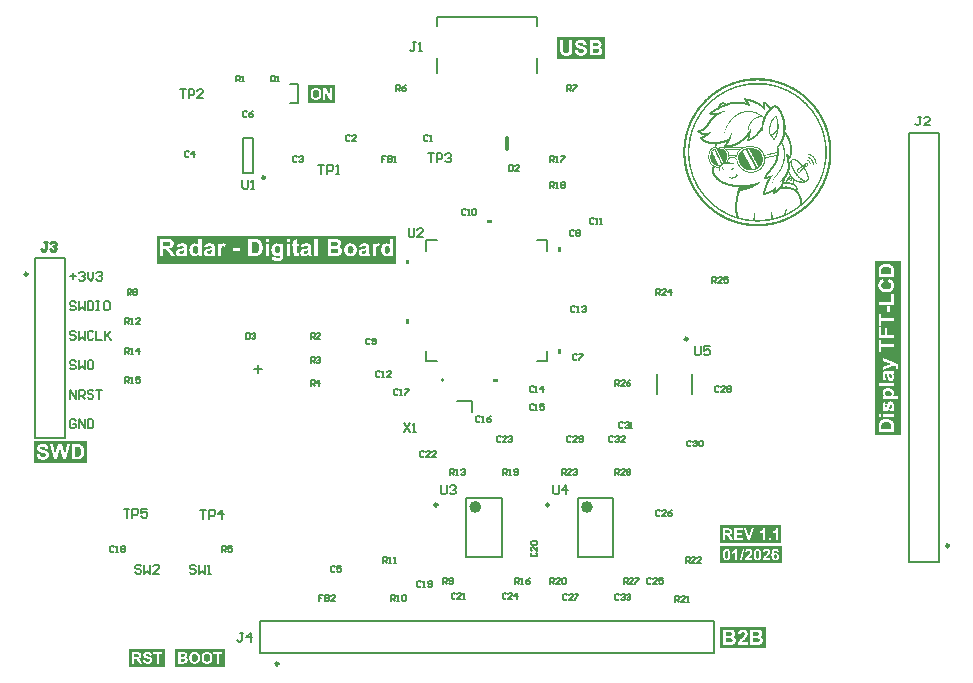
<source format=gbr>
%TF.GenerationSoftware,Altium Limited,Altium Designer,26.2.0 (7)*%
G04 Layer_Color=65535*
%FSLAX45Y45*%
%MOMM*%
%TF.SameCoordinates,98F60570-CFD4-4618-BAC5-DA2D18F82F03*%
%TF.FilePolarity,Positive*%
%TF.FileFunction,Legend,Top*%
%TF.Part,Single*%
G01*
G75*
%TA.AperFunction,NonConductor*%
%ADD49C,0.25000*%
%ADD50C,0.50000*%
%ADD51C,0.15240*%
%ADD52C,0.20000*%
%ADD53C,0.30000*%
%ADD54C,0.25400*%
G36*
X4044050Y3810090D02*
X4005950D01*
Y3835490D01*
X4044050D01*
Y3810090D01*
D02*
G37*
G36*
X6330405Y5030955D02*
X6351763D01*
Y5029175D01*
X6367781D01*
Y5027395D01*
X6382019D01*
Y5025615D01*
X6392698D01*
Y5023836D01*
X6403376D01*
Y5022056D01*
X6412275D01*
Y5020276D01*
X6421174D01*
Y5018496D01*
X6430073D01*
Y5016716D01*
X6437192D01*
Y5014937D01*
X6444311D01*
Y5013157D01*
X6451431D01*
Y5011377D01*
X6458550D01*
Y5009597D01*
X6463889D01*
Y5007818D01*
X6471008D01*
Y5006038D01*
X6476347D01*
Y5004258D01*
X6481687D01*
Y5002478D01*
X6487026D01*
Y5000698D01*
X6492366D01*
Y4998919D01*
X6497705D01*
Y4997139D01*
X6503044D01*
Y4995359D01*
X6508384D01*
Y4993579D01*
X6511943D01*
Y4991800D01*
X6517283D01*
Y4990020D01*
X6522622D01*
Y4988240D01*
X6526182D01*
Y4986460D01*
X6531521D01*
Y4984680D01*
X6535080D01*
Y4982901D01*
X6538640D01*
Y4981121D01*
X6543980D01*
Y4979341D01*
X6547539D01*
Y4977561D01*
X6551099D01*
Y4975782D01*
X6554658D01*
Y4974002D01*
X6558218D01*
Y4972222D01*
X6561777D01*
Y4970442D01*
X6567117D01*
Y4968662D01*
X6570676D01*
Y4966882D01*
X6574236D01*
Y4965103D01*
X6577795D01*
Y4963323D01*
X6579575D01*
Y4961543D01*
X6583135D01*
Y4959763D01*
X6586694D01*
Y4957983D01*
X6590254D01*
Y4956204D01*
X6593813D01*
Y4954424D01*
X6597373D01*
Y4952644D01*
X6600932D01*
Y4950864D01*
X6602712D01*
Y4949085D01*
X6606272D01*
Y4947305D01*
X6609832D01*
Y4945525D01*
X6611611D01*
Y4943745D01*
X6615171D01*
Y4941965D01*
X6618730D01*
Y4940186D01*
X6620510D01*
Y4938406D01*
X6624070D01*
Y4936626D01*
X6625850D01*
Y4934846D01*
X6629409D01*
Y4933067D01*
X6631189D01*
Y4931287D01*
X6634748D01*
Y4929507D01*
X6638308D01*
Y4927727D01*
X6640088D01*
Y4925947D01*
X6643647D01*
Y4924168D01*
X6645427D01*
Y4922388D01*
X6647207D01*
Y4920608D01*
X6650766D01*
Y4918828D01*
X6652546D01*
Y4917049D01*
X6656106D01*
Y4915269D01*
X6657886D01*
Y4913489D01*
X6659665D01*
Y4911709D01*
X6663225D01*
Y4909929D01*
X6665005D01*
Y4908149D01*
X6666784D01*
Y4906370D01*
X6670344D01*
Y4904590D01*
X6672124D01*
Y4902810D01*
X6673904D01*
Y4901030D01*
X6677463D01*
Y4899251D01*
X6679243D01*
Y4897471D01*
X6681023D01*
Y4895691D01*
X6682803D01*
Y4893911D01*
X6686362D01*
Y4892131D01*
X6688142D01*
Y4890352D01*
X6689922D01*
Y4888572D01*
X6691702D01*
Y4886792D01*
X6693481D01*
Y4885012D01*
X6697041D01*
Y4883233D01*
X6698821D01*
Y4881453D01*
X6700601D01*
Y4879673D01*
X6702380D01*
Y4877893D01*
X6704160D01*
Y4876113D01*
X6705940D01*
Y4874334D01*
X6709499D01*
Y4872554D01*
X6711279D01*
Y4870774D01*
X6713059D01*
Y4868994D01*
X6714839D01*
Y4867215D01*
X6716619D01*
Y4865435D01*
X6718398D01*
Y4863655D01*
X6720178D01*
Y4861875D01*
X6721958D01*
Y4860095D01*
X6723738D01*
Y4858316D01*
X6725517D01*
Y4856536D01*
X6727297D01*
Y4854756D01*
X6729077D01*
Y4852976D01*
X6730857D01*
Y4851197D01*
X6732637D01*
Y4849417D01*
X6734417D01*
Y4847637D01*
X6736196D01*
Y4845857D01*
X6737976D01*
Y4844077D01*
X6739756D01*
Y4842297D01*
X6741536D01*
Y4840518D01*
X6743315D01*
Y4838738D01*
X6745095D01*
Y4836958D01*
X6746875D01*
Y4835178D01*
X6748655D01*
Y4833399D01*
X6750435D01*
Y4831619D01*
X6752214D01*
Y4829839D01*
X6753994D01*
Y4828059D01*
X6755774D01*
Y4826279D01*
X6757554D01*
Y4824500D01*
X6759333D01*
Y4820940D01*
X6761113D01*
Y4819160D01*
X6762893D01*
Y4817381D01*
X6764673D01*
Y4815601D01*
X6766453D01*
Y4813821D01*
X6768232D01*
Y4812041D01*
X6770012D01*
Y4808482D01*
X6771792D01*
Y4806702D01*
X6773572D01*
Y4804922D01*
X6775351D01*
Y4803142D01*
X6777131D01*
Y4801363D01*
X6778911D01*
Y4797803D01*
X6780691D01*
Y4796023D01*
X6782471D01*
Y4794243D01*
X6784250D01*
Y4792464D01*
X6786030D01*
Y4788904D01*
X6787810D01*
Y4787124D01*
X6789590D01*
Y4785345D01*
X6791369D01*
Y4783565D01*
X6793149D01*
Y4780005D01*
X6794929D01*
Y4778225D01*
X6796709D01*
Y4774666D01*
X6798489D01*
Y4772886D01*
X6800269D01*
Y4771106D01*
X6802048D01*
Y4767546D01*
X6803828D01*
Y4765767D01*
X6805608D01*
Y4763987D01*
X6807388D01*
Y4760427D01*
X6809167D01*
Y4758648D01*
X6810947D01*
Y4755088D01*
X6812727D01*
Y4753308D01*
X6814507D01*
Y4749749D01*
X6816287D01*
Y4747969D01*
X6818066D01*
Y4744409D01*
X6819846D01*
Y4742630D01*
X6821626D01*
Y4739070D01*
X6823406D01*
Y4735510D01*
X6825185D01*
Y4733731D01*
X6826965D01*
Y4730171D01*
X6828745D01*
Y4726612D01*
X6830525D01*
Y4724832D01*
X6832305D01*
Y4721272D01*
X6834084D01*
Y4717712D01*
X6835864D01*
Y4715933D01*
X6837644D01*
Y4712373D01*
X6839424D01*
Y4708814D01*
X6841203D01*
Y4705254D01*
X6842983D01*
Y4701694D01*
X6844763D01*
Y4699915D01*
X6846543D01*
Y4696355D01*
X6848323D01*
Y4692796D01*
X6850102D01*
Y4689236D01*
X6851882D01*
Y4685676D01*
X6853662D01*
Y4682117D01*
X6855442D01*
Y4678557D01*
X6857222D01*
Y4674998D01*
X6859002D01*
Y4671438D01*
X6860781D01*
Y4666099D01*
X6862561D01*
Y4662539D01*
X6864341D01*
Y4658980D01*
X6866121D01*
Y4655420D01*
X6867900D01*
Y4651860D01*
X6869680D01*
Y4646521D01*
X6871460D01*
Y4642962D01*
X6873240D01*
Y4637622D01*
X6875020D01*
Y4634063D01*
X6876799D01*
Y4628723D01*
X6878579D01*
Y4623384D01*
X6880359D01*
Y4618045D01*
X6882139D01*
Y4614485D01*
X6883918D01*
Y4609146D01*
X6885698D01*
Y4603806D01*
X6887478D01*
Y4598467D01*
X6889258D01*
Y4593127D01*
X6891038D01*
Y4586008D01*
X6892817D01*
Y4580669D01*
X6894597D01*
Y4573550D01*
X6896377D01*
Y4568211D01*
X6898157D01*
Y4561091D01*
X6899936D01*
Y4553972D01*
X6901716D01*
Y4546853D01*
X6903496D01*
Y4537954D01*
X6905276D01*
Y4529055D01*
X6907056D01*
Y4520156D01*
X6908835D01*
Y4509478D01*
X6910615D01*
Y4498799D01*
X6912395D01*
Y4486341D01*
X6914175D01*
Y4470323D01*
X6915954D01*
Y4447185D01*
X6917734D01*
Y4363535D01*
X6915954D01*
Y4342178D01*
X6914175D01*
Y4324380D01*
X6912395D01*
Y4311922D01*
X6910615D01*
Y4301243D01*
X6908835D01*
Y4290564D01*
X6907056D01*
Y4281665D01*
X6905276D01*
Y4272766D01*
X6903496D01*
Y4265647D01*
X6901716D01*
Y4258528D01*
X6899936D01*
Y4249629D01*
X6898157D01*
Y4244290D01*
X6896377D01*
Y4237171D01*
X6894597D01*
Y4230051D01*
X6892817D01*
Y4224712D01*
X6891038D01*
Y4219373D01*
X6889258D01*
Y4214033D01*
X6887478D01*
Y4208694D01*
X6885698D01*
Y4203355D01*
X6883918D01*
Y4198015D01*
X6882139D01*
Y4192676D01*
X6880359D01*
Y4187337D01*
X6878579D01*
Y4183777D01*
X6876799D01*
Y4178438D01*
X6875020D01*
Y4174878D01*
X6873240D01*
Y4169539D01*
X6871460D01*
Y4165979D01*
X6869680D01*
Y4160640D01*
X6867900D01*
Y4157080D01*
X6866121D01*
Y4153521D01*
X6864341D01*
Y4148181D01*
X6862561D01*
Y4144622D01*
X6860781D01*
Y4141062D01*
X6859002D01*
Y4137503D01*
X6857222D01*
Y4133943D01*
X6855442D01*
Y4130383D01*
X6853662D01*
Y4126824D01*
X6851882D01*
Y4123264D01*
X6850102D01*
Y4119705D01*
X6848323D01*
Y4116145D01*
X6846543D01*
Y4112586D01*
X6844763D01*
Y4109026D01*
X6842983D01*
Y4105467D01*
X6841203D01*
Y4103687D01*
X6839424D01*
Y4100127D01*
X6837644D01*
Y4096568D01*
X6835864D01*
Y4093008D01*
X6834084D01*
Y4091228D01*
X6832305D01*
Y4087668D01*
X6830525D01*
Y4084109D01*
X6828745D01*
Y4082329D01*
X6826965D01*
Y4078770D01*
X6825185D01*
Y4075210D01*
X6823406D01*
Y4073430D01*
X6821626D01*
Y4069871D01*
X6819846D01*
Y4068091D01*
X6818066D01*
Y4064531D01*
X6816287D01*
Y4060972D01*
X6814507D01*
Y4059192D01*
X6812727D01*
Y4057412D01*
X6810947D01*
Y4053853D01*
X6809167D01*
Y4052073D01*
X6807388D01*
Y4048513D01*
X6805608D01*
Y4046734D01*
X6803828D01*
Y4043174D01*
X6802048D01*
Y4041394D01*
X6800269D01*
Y4039614D01*
X6798489D01*
Y4036055D01*
X6796709D01*
Y4034275D01*
X6794929D01*
Y4032495D01*
X6793149D01*
Y4028936D01*
X6791369D01*
Y4027156D01*
X6789590D01*
Y4025376D01*
X6787810D01*
Y4021816D01*
X6786030D01*
Y4020037D01*
X6784250D01*
Y4018257D01*
X6782471D01*
Y4014697D01*
X6780691D01*
Y4012918D01*
X6778911D01*
Y4011138D01*
X6777131D01*
Y4009358D01*
X6775351D01*
Y4007578D01*
X6773572D01*
Y4004019D01*
X6771792D01*
Y4002239D01*
X6770012D01*
Y4000459D01*
X6768232D01*
Y3998679D01*
X6766453D01*
Y3996900D01*
X6764673D01*
Y3993340D01*
X6762893D01*
Y3991560D01*
X6761113D01*
Y3989780D01*
X6759333D01*
Y3988001D01*
X6757554D01*
Y3986221D01*
X6755774D01*
Y3984441D01*
X6753994D01*
Y3982661D01*
X6752214D01*
Y3980882D01*
X6750435D01*
Y3979102D01*
X6748655D01*
Y3977322D01*
X6746875D01*
Y3973762D01*
X6745095D01*
Y3971983D01*
X6743315D01*
Y3970203D01*
X6741536D01*
Y3968423D01*
X6739756D01*
Y3966643D01*
X6737976D01*
Y3964863D01*
X6736196D01*
Y3963084D01*
X6734417D01*
Y3961304D01*
X6732637D01*
Y3959524D01*
X6730857D01*
Y3957744D01*
X6729077D01*
Y3955964D01*
X6725517D01*
Y3954185D01*
X6723738D01*
Y3952405D01*
X6721958D01*
Y3950625D01*
X6720178D01*
Y3948845D01*
X6718398D01*
Y3947066D01*
X6716619D01*
Y3945286D01*
X6714839D01*
Y3943506D01*
X6713059D01*
Y3941726D01*
X6711279D01*
Y3939946D01*
X6709499D01*
Y3938167D01*
X6707720D01*
Y3936387D01*
X6705940D01*
Y3934607D01*
X6704160D01*
Y3932827D01*
X6700601D01*
Y3931048D01*
X6698821D01*
Y3929268D01*
X6697041D01*
Y3927488D01*
X6695261D01*
Y3925708D01*
X6693481D01*
Y3923928D01*
X6689922D01*
Y3922149D01*
X6688142D01*
Y3920369D01*
X6686362D01*
Y3918589D01*
X6684583D01*
Y3916809D01*
X6682803D01*
Y3915030D01*
X6679243D01*
Y3913250D01*
X6677463D01*
Y3911470D01*
X6675684D01*
Y3909690D01*
X6673904D01*
Y3907910D01*
X6670344D01*
Y3906131D01*
X6668565D01*
Y3904351D01*
X6666784D01*
Y3902571D01*
X6663225D01*
Y3900791D01*
X6661445D01*
Y3899011D01*
X6659665D01*
Y3897231D01*
X6656106D01*
Y3895452D01*
X6654326D01*
Y3893672D01*
X6650766D01*
Y3891892D01*
X6648987D01*
Y3890112D01*
X6647207D01*
Y3888333D01*
X6643647D01*
Y3886553D01*
X6641868D01*
Y3884773D01*
X6638308D01*
Y3882993D01*
X6636528D01*
Y3881213D01*
X6632969D01*
Y3879434D01*
X6629409D01*
Y3877654D01*
X6627629D01*
Y3875874D01*
X6624070D01*
Y3874094D01*
X6622290D01*
Y3872315D01*
X6618730D01*
Y3870535D01*
X6616951D01*
Y3868755D01*
X6613391D01*
Y3866975D01*
X6609832D01*
Y3865195D01*
X6606272D01*
Y3863416D01*
X6604492D01*
Y3861636D01*
X6600932D01*
Y3859856D01*
X6597373D01*
Y3858076D01*
X6593813D01*
Y3856297D01*
X6592034D01*
Y3854517D01*
X6588474D01*
Y3852737D01*
X6584914D01*
Y3850957D01*
X6581355D01*
Y3849177D01*
X6577795D01*
Y3847398D01*
X6574236D01*
Y3845618D01*
X6570676D01*
Y3843838D01*
X6567117D01*
Y3842058D01*
X6563557D01*
Y3840278D01*
X6559998D01*
Y3838499D01*
X6556438D01*
Y3836719D01*
X6552878D01*
Y3834939D01*
X6547539D01*
Y3833159D01*
X6543980D01*
Y3831379D01*
X6540420D01*
Y3829600D01*
X6536860D01*
Y3827820D01*
X6531521D01*
Y3826040D01*
X6527961D01*
Y3824260D01*
X6522622D01*
Y3822481D01*
X6519062D01*
Y3820701D01*
X6513723D01*
Y3818921D01*
X6508384D01*
Y3817141D01*
X6503044D01*
Y3815361D01*
X6499485D01*
Y3813582D01*
X6494146D01*
Y3811802D01*
X6488806D01*
Y3810022D01*
X6483467D01*
Y3808242D01*
X6478127D01*
Y3806463D01*
X6471008D01*
Y3804683D01*
X6465669D01*
Y3802903D01*
X6458550D01*
Y3801123D01*
X6453210D01*
Y3799343D01*
X6446091D01*
Y3797564D01*
X6438972D01*
Y3795784D01*
X6431853D01*
Y3794004D01*
X6422954D01*
Y3792224D01*
X6414055D01*
Y3790445D01*
X6405156D01*
Y3788665D01*
X6394477D01*
Y3786885D01*
X6383799D01*
Y3785105D01*
X6369561D01*
Y3783325D01*
X6353542D01*
Y3781546D01*
X6333965D01*
Y3779766D01*
X6250315D01*
Y3781546D01*
X6228958D01*
Y3783325D01*
X6212939D01*
Y3785105D01*
X6198701D01*
Y3786885D01*
X6188022D01*
Y3788665D01*
X6177344D01*
Y3790445D01*
X6168445D01*
Y3792224D01*
X6159546D01*
Y3794004D01*
X6152427D01*
Y3795784D01*
X6143528D01*
Y3797564D01*
X6136409D01*
Y3799343D01*
X6129289D01*
Y3801123D01*
X6122170D01*
Y3802903D01*
X6116831D01*
Y3804683D01*
X6109712D01*
Y3806463D01*
X6104373D01*
Y3808242D01*
X6099033D01*
Y3810022D01*
X6093694D01*
Y3811802D01*
X6088354D01*
Y3813582D01*
X6083015D01*
Y3815361D01*
X6077676D01*
Y3817141D01*
X6072336D01*
Y3818921D01*
X6068777D01*
Y3820701D01*
X6063437D01*
Y3822481D01*
X6059878D01*
Y3824260D01*
X6054539D01*
Y3826040D01*
X6050979D01*
Y3827820D01*
X6045640D01*
Y3829600D01*
X6042080D01*
Y3831379D01*
X6038520D01*
Y3833159D01*
X6034961D01*
Y3834939D01*
X6029621D01*
Y3836719D01*
X6026062D01*
Y3838499D01*
X6022502D01*
Y3840278D01*
X6018943D01*
Y3842058D01*
X6015383D01*
Y3843838D01*
X6011824D01*
Y3845618D01*
X6008264D01*
Y3847398D01*
X6004705D01*
Y3849177D01*
X6001145D01*
Y3850957D01*
X5997585D01*
Y3852737D01*
X5994026D01*
Y3854517D01*
X5990466D01*
Y3856297D01*
X5988687D01*
Y3858076D01*
X5985127D01*
Y3859856D01*
X5981567D01*
Y3861636D01*
X5978008D01*
Y3863416D01*
X5976228D01*
Y3865195D01*
X5972668D01*
Y3866975D01*
X5969109D01*
Y3868755D01*
X5967329D01*
Y3870535D01*
X5963769D01*
Y3872315D01*
X5960210D01*
Y3874094D01*
X5958430D01*
Y3875874D01*
X5954870D01*
Y3877654D01*
X5953091D01*
Y3879434D01*
X5949531D01*
Y3881213D01*
X5947751D01*
Y3882993D01*
X5944192D01*
Y3884773D01*
X5942412D01*
Y3886553D01*
X5938852D01*
Y3888333D01*
X5937073D01*
Y3890112D01*
X5933513D01*
Y3891892D01*
X5931733D01*
Y3893672D01*
X5928174D01*
Y3895452D01*
X5926394D01*
Y3897231D01*
X5922834D01*
Y3899011D01*
X5921055D01*
Y3900791D01*
X5919275D01*
Y3902571D01*
X5915715D01*
Y3904351D01*
X5913935D01*
Y3906131D01*
X5912156D01*
Y3907910D01*
X5908596D01*
Y3909690D01*
X5906816D01*
Y3911470D01*
X5905036D01*
Y3913250D01*
X5903257D01*
Y3915030D01*
X5899697D01*
Y3916809D01*
X5897917D01*
Y3918589D01*
X5896138D01*
Y3920369D01*
X5894358D01*
Y3922149D01*
X5890798D01*
Y3923928D01*
X5889018D01*
Y3925708D01*
X5887239D01*
Y3927488D01*
X5885459D01*
Y3929268D01*
X5883679D01*
Y3931048D01*
X5881899D01*
Y3932827D01*
X5878340D01*
Y3934607D01*
X5876560D01*
Y3936387D01*
X5874780D01*
Y3938167D01*
X5873000D01*
Y3939946D01*
X5871221D01*
Y3941726D01*
X5869441D01*
Y3943506D01*
X5867661D01*
Y3945286D01*
X5865881D01*
Y3947066D01*
X5864102D01*
Y3948845D01*
X5862322D01*
Y3950625D01*
X5858762D01*
Y3952405D01*
X5856982D01*
Y3954185D01*
X5855203D01*
Y3955964D01*
X5853423D01*
Y3957744D01*
X5851643D01*
Y3959524D01*
X5849863D01*
Y3961304D01*
X5848083D01*
Y3963084D01*
X5846304D01*
Y3964863D01*
X5844524D01*
Y3966643D01*
X5842744D01*
Y3968423D01*
X5840964D01*
Y3970203D01*
X5839184D01*
Y3971983D01*
X5837405D01*
Y3973762D01*
X5835625D01*
Y3975542D01*
X5833845D01*
Y3977322D01*
X5832065D01*
Y3980882D01*
X5830286D01*
Y3982661D01*
X5828506D01*
Y3984441D01*
X5826726D01*
Y3986221D01*
X5824946D01*
Y3988001D01*
X5823166D01*
Y3989780D01*
X5821387D01*
Y3991560D01*
X5819607D01*
Y3993340D01*
X5817827D01*
Y3995120D01*
X5816047D01*
Y3998679D01*
X5814268D01*
Y4000459D01*
X5812488D01*
Y4002239D01*
X5810708D01*
Y4004019D01*
X5808928D01*
Y4005798D01*
X5807148D01*
Y4007578D01*
X5805369D01*
Y4011138D01*
X5803589D01*
Y4012918D01*
X5801809D01*
Y4014697D01*
X5800029D01*
Y4016477D01*
X5798250D01*
Y4020037D01*
X5796470D01*
Y4021816D01*
X5794690D01*
Y4023596D01*
X5792910D01*
Y4027156D01*
X5791130D01*
Y4028936D01*
X5789351D01*
Y4030716D01*
X5787571D01*
Y4034275D01*
X5785791D01*
Y4036055D01*
X5784011D01*
Y4037835D01*
X5782231D01*
Y4041394D01*
X5780451D01*
Y4043174D01*
X5778672D01*
Y4046734D01*
X5776892D01*
Y4048513D01*
X5775112D01*
Y4050293D01*
X5773332D01*
Y4053853D01*
X5771553D01*
Y4055632D01*
X5769773D01*
Y4059192D01*
X5767993D01*
Y4060972D01*
X5766213D01*
Y4064531D01*
X5764433D01*
Y4066311D01*
X5762654D01*
Y4069871D01*
X5760874D01*
Y4071650D01*
X5759094D01*
Y4075210D01*
X5757314D01*
Y4078770D01*
X5755535D01*
Y4080549D01*
X5753755D01*
Y4084109D01*
X5751975D01*
Y4087668D01*
X5750195D01*
Y4089448D01*
X5748415D01*
Y4093008D01*
X5746636D01*
Y4096568D01*
X5744856D01*
Y4098347D01*
X5743076D01*
Y4101907D01*
X5741296D01*
Y4105467D01*
X5739517D01*
Y4109026D01*
X5737737D01*
Y4112586D01*
X5735957D01*
Y4116145D01*
X5734177D01*
Y4117925D01*
X5732397D01*
Y4121485D01*
X5730618D01*
Y4125044D01*
X5728838D01*
Y4128604D01*
X5727058D01*
Y4132163D01*
X5725278D01*
Y4137503D01*
X5723498D01*
Y4141062D01*
X5721719D01*
Y4144622D01*
X5719939D01*
Y4148181D01*
X5718159D01*
Y4151741D01*
X5716379D01*
Y4155301D01*
X5714599D01*
Y4160640D01*
X5712820D01*
Y4164199D01*
X5711040D01*
Y4169539D01*
X5709260D01*
Y4173098D01*
X5707480D01*
Y4178438D01*
X5705701D01*
Y4181997D01*
X5703921D01*
Y4187337D01*
X5702141D01*
Y4192676D01*
X5700361D01*
Y4196235D01*
X5698581D01*
Y4201575D01*
X5696802D01*
Y4206914D01*
X5695022D01*
Y4212253D01*
X5693242D01*
Y4219373D01*
X5691462D01*
Y4224712D01*
X5689683D01*
Y4230051D01*
X5687903D01*
Y4237171D01*
X5686123D01*
Y4242510D01*
X5684343D01*
Y4249629D01*
X5682563D01*
Y4256748D01*
X5680784D01*
Y4263867D01*
X5679004D01*
Y4272766D01*
X5677224D01*
Y4274546D01*
Y4276326D01*
Y4279885D01*
X5675444D01*
Y4288784D01*
X5673665D01*
Y4299463D01*
X5671885D01*
Y4310142D01*
X5670105D01*
Y4324380D01*
X5668325D01*
Y4338618D01*
X5666545D01*
Y4358196D01*
X5664766D01*
Y4452524D01*
X5666545D01*
Y4473882D01*
X5668325D01*
Y4488120D01*
X5670105D01*
Y4500579D01*
X5671885D01*
Y4511257D01*
X5673665D01*
Y4521936D01*
X5675444D01*
Y4530835D01*
X5677224D01*
Y4539734D01*
X5679004D01*
Y4546853D01*
X5680784D01*
Y4555752D01*
X5682563D01*
Y4562871D01*
X5684343D01*
Y4569990D01*
X5686123D01*
Y4575330D01*
X5687903D01*
Y4582449D01*
X5689683D01*
Y4587788D01*
X5691462D01*
Y4593127D01*
X5693242D01*
Y4598467D01*
X5695022D01*
Y4603806D01*
X5696802D01*
Y4609146D01*
X5698581D01*
Y4614485D01*
X5700361D01*
Y4619824D01*
X5702141D01*
Y4625164D01*
X5703921D01*
Y4628723D01*
X5705701D01*
Y4634063D01*
X5707480D01*
Y4637622D01*
X5709260D01*
Y4642962D01*
X5711040D01*
Y4646521D01*
X5712820D01*
Y4651860D01*
X5714599D01*
Y4655420D01*
X5716379D01*
Y4658980D01*
X5718159D01*
Y4664319D01*
X5719939D01*
Y4667879D01*
X5721719D01*
Y4671438D01*
X5723498D01*
Y4674998D01*
X5725278D01*
Y4678557D01*
X5727058D01*
Y4682117D01*
X5728838D01*
Y4685676D01*
X5730618D01*
Y4689236D01*
X5732397D01*
Y4692796D01*
X5734177D01*
Y4696355D01*
X5735957D01*
Y4699915D01*
X5737737D01*
Y4703474D01*
X5739517D01*
Y4707034D01*
X5741296D01*
Y4710593D01*
X5743076D01*
Y4712373D01*
X5744856D01*
Y4715933D01*
X5746636D01*
Y4719492D01*
X5748415D01*
Y4723052D01*
X5750195D01*
Y4724832D01*
X5751975D01*
Y4728391D01*
X5753755D01*
Y4730171D01*
X5755535D01*
Y4733731D01*
X5757314D01*
Y4737290D01*
X5759094D01*
Y4739070D01*
X5760874D01*
Y4742630D01*
X5762654D01*
Y4744409D01*
X5764433D01*
Y4747969D01*
X5766213D01*
Y4749749D01*
X5767993D01*
Y4753308D01*
X5769773D01*
Y4755088D01*
X5771553D01*
Y4758648D01*
X5773332D01*
Y4760427D01*
X5775112D01*
Y4763987D01*
X5776892D01*
Y4765767D01*
X5778672D01*
Y4769326D01*
X5780451D01*
Y4771106D01*
X5782231D01*
Y4772886D01*
X5784011D01*
Y4776445D01*
X5785791D01*
Y4778225D01*
X5787571D01*
Y4780005D01*
X5789351D01*
Y4783565D01*
X5791130D01*
Y4785345D01*
X5792910D01*
Y4787124D01*
X5794690D01*
Y4790684D01*
X5796470D01*
Y4792464D01*
X5798250D01*
Y4794243D01*
X5800029D01*
Y4797803D01*
X5801809D01*
Y4799583D01*
X5803589D01*
Y4801363D01*
X5805369D01*
Y4803142D01*
X5807148D01*
Y4804922D01*
X5808928D01*
Y4808482D01*
X5810708D01*
Y4810261D01*
X5812488D01*
Y4812041D01*
X5814268D01*
Y4813821D01*
X5816047D01*
Y4815601D01*
X5817827D01*
Y4817381D01*
X5819607D01*
Y4820940D01*
X5821387D01*
Y4822720D01*
X5823166D01*
Y4824500D01*
X5824946D01*
Y4826279D01*
X5826726D01*
Y4828059D01*
X5828506D01*
Y4829839D01*
X5830286D01*
Y4831619D01*
X5832065D01*
Y4833399D01*
X5833845D01*
Y4835178D01*
X5835625D01*
Y4836958D01*
X5837405D01*
Y4838738D01*
X5839184D01*
Y4842297D01*
X5840964D01*
Y4844077D01*
X5842744D01*
Y4845857D01*
X5844524D01*
Y4847637D01*
X5846304D01*
Y4849417D01*
X5848083D01*
Y4851197D01*
X5849863D01*
Y4852976D01*
X5851643D01*
Y4854756D01*
X5853423D01*
Y4856536D01*
X5856982D01*
Y4858316D01*
X5858762D01*
Y4860095D01*
X5860542D01*
Y4861875D01*
X5862322D01*
Y4863655D01*
X5864102D01*
Y4865435D01*
X5865881D01*
Y4867215D01*
X5867661D01*
Y4868994D01*
X5869441D01*
Y4870774D01*
X5871221D01*
Y4872554D01*
X5873000D01*
Y4874334D01*
X5874780D01*
Y4876113D01*
X5876560D01*
Y4877893D01*
X5880120D01*
Y4879673D01*
X5881899D01*
Y4881453D01*
X5883679D01*
Y4883233D01*
X5885459D01*
Y4885012D01*
X5887239D01*
Y4886792D01*
X5889018D01*
Y4888572D01*
X5892578D01*
Y4890352D01*
X5894358D01*
Y4892131D01*
X5896138D01*
Y4893911D01*
X5897917D01*
Y4895691D01*
X5901477D01*
Y4897471D01*
X5903257D01*
Y4899251D01*
X5905036D01*
Y4901030D01*
X5906816D01*
Y4902810D01*
X5910376D01*
Y4904590D01*
X5912156D01*
Y4906370D01*
X5913935D01*
Y4908149D01*
X5917495D01*
Y4909929D01*
X5919275D01*
Y4911709D01*
X5921055D01*
Y4913489D01*
X5924614D01*
Y4915269D01*
X5926394D01*
Y4917049D01*
X5929954D01*
Y4918828D01*
X5931733D01*
Y4920608D01*
X5933513D01*
Y4922388D01*
X5937073D01*
Y4924168D01*
X5938852D01*
Y4925947D01*
X5942412D01*
Y4927727D01*
X5944192D01*
Y4929507D01*
X5947751D01*
Y4931287D01*
X5949531D01*
Y4933067D01*
X5953091D01*
Y4934846D01*
X5954870D01*
Y4936626D01*
X5958430D01*
Y4938406D01*
X5961990D01*
Y4940186D01*
X5963769D01*
Y4941965D01*
X5967329D01*
Y4943745D01*
X5969109D01*
Y4945525D01*
X5972668D01*
Y4947305D01*
X5976228D01*
Y4949085D01*
X5979788D01*
Y4950864D01*
X5981567D01*
Y4952644D01*
X5985127D01*
Y4954424D01*
X5988687D01*
Y4956204D01*
X5992246D01*
Y4957983D01*
X5995806D01*
Y4959763D01*
X5999365D01*
Y4961543D01*
X6001145D01*
Y4963323D01*
X6004705D01*
Y4965103D01*
X6008264D01*
Y4966882D01*
X6011824D01*
Y4968662D01*
X6015383D01*
Y4970442D01*
X6018943D01*
Y4972222D01*
X6022502D01*
Y4974002D01*
X6027842D01*
Y4975782D01*
X6031401D01*
Y4977561D01*
X6034961D01*
Y4979341D01*
X6038520D01*
Y4981121D01*
X6042080D01*
Y4982901D01*
X6047419D01*
Y4984680D01*
X6050979D01*
Y4986460D01*
X6056318D01*
Y4988240D01*
X6059878D01*
Y4990020D01*
X6065217D01*
Y4991800D01*
X6068777D01*
Y4993579D01*
X6074116D01*
Y4995359D01*
X6079455D01*
Y4997139D01*
X6084795D01*
Y4998919D01*
X6090134D01*
Y5000698D01*
X6093694D01*
Y5002478D01*
X6100813D01*
Y5004258D01*
X6106152D01*
Y5006038D01*
X6111492D01*
Y5007818D01*
X6116831D01*
Y5009597D01*
X6123950D01*
Y5011377D01*
X6131069D01*
Y5013157D01*
X6136409D01*
Y5014937D01*
X6145307D01*
Y5016716D01*
X6152427D01*
Y5018496D01*
X6161325D01*
Y5020276D01*
X6170225D01*
Y5022056D01*
X6179124D01*
Y5023836D01*
X6189802D01*
Y5025615D01*
X6202261D01*
Y5027395D01*
X6214719D01*
Y5029175D01*
X6232517D01*
Y5030955D01*
X6253874D01*
Y5032734D01*
X6330405D01*
Y5030955D01*
D02*
G37*
G36*
X4632700Y3561900D02*
X4607300D01*
Y3600000D01*
X4632700D01*
Y3561900D01*
D02*
G37*
G36*
X3339910Y3455950D02*
X3314510D01*
Y3494050D01*
X3339910D01*
Y3455950D01*
D02*
G37*
G36*
Y2955950D02*
X3314510D01*
Y2994050D01*
X3339910D01*
Y2955950D01*
D02*
G37*
G36*
X4632700Y2701900D02*
X4607300D01*
Y2740000D01*
X4632700D01*
Y2701900D01*
D02*
G37*
G36*
X4094050Y2464510D02*
X4055950D01*
Y2489910D01*
X4094050D01*
Y2464510D01*
D02*
G37*
G36*
X6499577Y925000D02*
X5975000D01*
Y1074436D01*
X6499577D01*
Y925000D01*
D02*
G37*
G36*
X3233080Y3460000D02*
X1206920D01*
Y3696619D01*
X3233080D01*
Y3460000D01*
D02*
G37*
G36*
X6492781Y1100000D02*
X5975000D01*
Y1246524D01*
X6492781D01*
Y1100000D01*
D02*
G37*
G36*
X616275Y1778526D02*
X163725D01*
Y1961475D01*
X616275D01*
Y1778526D01*
D02*
G37*
G36*
X1277797Y50212D02*
X972203D01*
Y199788D01*
X1277797D01*
Y50212D01*
D02*
G37*
G36*
X1787362D02*
X1362638D01*
Y199788D01*
X1787362D01*
Y50212D01*
D02*
G37*
G36*
X6363038Y210562D02*
X5976962D01*
Y389438D01*
X6363038D01*
Y210562D01*
D02*
G37*
G36*
X7509158Y2014611D02*
X7290842D01*
Y3485390D01*
X7509158D01*
Y2014611D01*
D02*
G37*
G36*
X5003130Y5198526D02*
X4596870D01*
Y5381475D01*
X5003130D01*
Y5198526D01*
D02*
G37*
G36*
X2717294Y4825213D02*
X2482706D01*
Y4974788D01*
X2717294D01*
Y4825213D01*
D02*
G37*
%LPC*%
G36*
X6303708Y5014937D02*
X6280571D01*
Y5013157D01*
X6241416D01*
Y5011377D01*
X6223618D01*
Y5009597D01*
X6209380D01*
Y5007818D01*
X6196921D01*
Y5006038D01*
X6186243D01*
Y5004258D01*
X6175564D01*
Y5002478D01*
X6166665D01*
Y5000698D01*
X6159546D01*
Y4998919D01*
X6150647D01*
Y4997139D01*
X6143528D01*
Y4995359D01*
X6136409D01*
Y4993579D01*
X6131069D01*
Y4991800D01*
X6123950D01*
Y4990020D01*
X6118611D01*
Y4988240D01*
X6111492D01*
Y4986460D01*
X6106152D01*
Y4984680D01*
X6100813D01*
Y4982901D01*
X6095473D01*
Y4981121D01*
X6090134D01*
Y4979341D01*
X6084795D01*
Y4977561D01*
X6081235D01*
Y4975782D01*
X6075896D01*
Y4974002D01*
X6070557D01*
Y4972222D01*
X6066997D01*
Y4970442D01*
X6061658D01*
Y4968662D01*
X6058098D01*
Y4966882D01*
X6054539D01*
Y4965103D01*
X6049199D01*
Y4963323D01*
X6045640D01*
Y4961543D01*
X6042080D01*
Y4959763D01*
X6036741D01*
Y4957983D01*
X6033181D01*
Y4956204D01*
X6029621D01*
Y4954424D01*
X6026062D01*
Y4952644D01*
X6022502D01*
Y4950864D01*
X6018943D01*
Y4949085D01*
X6015383D01*
Y4947305D01*
X6011824D01*
Y4945525D01*
X6008264D01*
Y4943745D01*
X6004705D01*
Y4941965D01*
X6001145D01*
Y4940186D01*
X5999365D01*
Y4938406D01*
X5995806D01*
Y4936626D01*
X5992246D01*
Y4934846D01*
X5988687D01*
Y4933067D01*
X5986907D01*
Y4931287D01*
X5983347D01*
Y4929507D01*
X5979788D01*
Y4927727D01*
X5978008D01*
Y4925947D01*
X5974448D01*
Y4924168D01*
X5970888D01*
Y4922388D01*
X5969109D01*
Y4920608D01*
X5965549D01*
Y4918828D01*
X5961990D01*
Y4917049D01*
X5960210D01*
Y4915269D01*
X5956650D01*
Y4913489D01*
X5954870D01*
Y4911709D01*
X5951311D01*
Y4909929D01*
X5949531D01*
Y4908149D01*
X5945972D01*
Y4906370D01*
X5944192D01*
Y4904590D01*
X5942412D01*
Y4902810D01*
X5938852D01*
Y4901030D01*
X5937073D01*
Y4899251D01*
X5933513D01*
Y4897471D01*
X5931733D01*
Y4895691D01*
X5929954D01*
Y4893911D01*
X5926394D01*
Y4892131D01*
X5924614D01*
Y4890352D01*
X5922834D01*
Y4888572D01*
X5919275D01*
Y4886792D01*
X5917495D01*
Y4885012D01*
X5915715D01*
Y4883233D01*
X5913935D01*
Y4881453D01*
X5910376D01*
Y4879673D01*
X5908596D01*
Y4877893D01*
X5906816D01*
Y4876113D01*
X5905036D01*
Y4874334D01*
X5901477D01*
Y4872554D01*
X5899697D01*
Y4870774D01*
X5897917D01*
Y4868994D01*
X5896138D01*
Y4867215D01*
X5894358D01*
Y4865435D01*
X5892578D01*
Y4863655D01*
X5889018D01*
Y4861875D01*
X5887239D01*
Y4860095D01*
X5885459D01*
Y4858316D01*
X5883679D01*
Y4856536D01*
X5881899D01*
Y4854756D01*
X5880120D01*
Y4852976D01*
X5878340D01*
Y4851197D01*
X5876560D01*
Y4849417D01*
X5874780D01*
Y4847637D01*
X5873000D01*
Y4845857D01*
X5871221D01*
Y4844077D01*
X5867661D01*
Y4842297D01*
X5865881D01*
Y4840518D01*
X5864102D01*
Y4838738D01*
X5862322D01*
Y4836958D01*
X5860542D01*
Y4835178D01*
X5858762D01*
Y4833399D01*
X5856982D01*
Y4831619D01*
X5855203D01*
Y4829839D01*
X5853423D01*
Y4826279D01*
X5851643D01*
Y4824500D01*
X5849863D01*
Y4822720D01*
X5848083D01*
Y4820940D01*
X5846304D01*
Y4819160D01*
X5844524D01*
Y4817381D01*
X5842744D01*
Y4815601D01*
X5840964D01*
Y4813821D01*
X5839184D01*
Y4812041D01*
X5837405D01*
Y4810261D01*
X5835625D01*
Y4808482D01*
X5833845D01*
Y4804922D01*
X5832065D01*
Y4803142D01*
X5830286D01*
Y4801363D01*
X5828506D01*
Y4799583D01*
X5826726D01*
Y4797803D01*
X5824946D01*
Y4796023D01*
X5823166D01*
Y4792464D01*
X5821387D01*
Y4790684D01*
X5819607D01*
Y4788904D01*
X5817827D01*
Y4787124D01*
X5816047D01*
Y4785345D01*
X5814268D01*
Y4781785D01*
X5812488D01*
Y4780005D01*
X5810708D01*
Y4778225D01*
X5808928D01*
Y4774666D01*
X5807148D01*
Y4772886D01*
X5805369D01*
Y4771106D01*
X5803589D01*
Y4767546D01*
X5801809D01*
Y4765767D01*
X5800029D01*
Y4763987D01*
X5798250D01*
Y4760427D01*
X5796470D01*
Y4758648D01*
X5794690D01*
Y4756868D01*
X5792910D01*
Y4753308D01*
X5791130D01*
Y4751528D01*
X5789351D01*
Y4747969D01*
X5787571D01*
Y4746189D01*
X5785791D01*
Y4742630D01*
X5784011D01*
Y4740850D01*
X5782231D01*
Y4737290D01*
X5780451D01*
Y4735510D01*
X5778672D01*
Y4731951D01*
X5776892D01*
Y4730171D01*
X5775112D01*
Y4726612D01*
X5773332D01*
Y4724832D01*
X5771553D01*
Y4721272D01*
X5769773D01*
Y4717712D01*
X5767993D01*
Y4715933D01*
X5766213D01*
Y4712373D01*
X5764433D01*
Y4708814D01*
X5762654D01*
Y4707034D01*
X5760874D01*
Y4703474D01*
X5759094D01*
Y4699915D01*
X5757314D01*
Y4696355D01*
X5755535D01*
Y4692796D01*
X5753755D01*
Y4689236D01*
X5751975D01*
Y4687456D01*
X5750195D01*
Y4683897D01*
X5748415D01*
Y4680337D01*
X5746636D01*
Y4676778D01*
X5744856D01*
Y4673218D01*
X5743076D01*
Y4669658D01*
X5741296D01*
Y4664319D01*
X5739517D01*
Y4660760D01*
X5737737D01*
Y4657200D01*
X5735957D01*
Y4653640D01*
X5734177D01*
Y4650081D01*
X5732397D01*
Y4644741D01*
X5730618D01*
Y4641182D01*
X5728838D01*
Y4635842D01*
X5727058D01*
Y4632283D01*
X5725278D01*
Y4626944D01*
X5723498D01*
Y4623384D01*
X5721719D01*
Y4618045D01*
X5719939D01*
Y4614485D01*
X5718159D01*
Y4609146D01*
X5716379D01*
Y4603806D01*
X5714599D01*
Y4598467D01*
X5712820D01*
Y4593127D01*
X5711040D01*
Y4587788D01*
X5709260D01*
Y4582449D01*
X5707480D01*
Y4575330D01*
X5705701D01*
Y4569990D01*
X5703921D01*
Y4562871D01*
X5702141D01*
Y4555752D01*
X5700361D01*
Y4548633D01*
X5698581D01*
Y4541514D01*
X5696802D01*
Y4534395D01*
X5695022D01*
Y4525496D01*
X5693242D01*
Y4516597D01*
X5691462D01*
Y4505918D01*
X5689683D01*
Y4493460D01*
X5687903D01*
Y4479221D01*
X5686123D01*
Y4463203D01*
X5684343D01*
Y4440066D01*
X5682563D01*
Y4374214D01*
X5684343D01*
Y4349297D01*
X5686123D01*
Y4331499D01*
X5687903D01*
Y4319041D01*
X5689683D01*
Y4306582D01*
X5691462D01*
Y4297683D01*
X5693242D01*
Y4288784D01*
X5695022D01*
Y4279885D01*
X5696802D01*
Y4270986D01*
X5698581D01*
Y4263867D01*
X5700361D01*
Y4254968D01*
X5702141D01*
Y4249629D01*
X5703921D01*
Y4242510D01*
X5705701D01*
Y4235391D01*
X5707480D01*
Y4230051D01*
X5709260D01*
Y4224712D01*
X5711040D01*
Y4219373D01*
X5712820D01*
Y4214033D01*
X5714599D01*
Y4208694D01*
X5716379D01*
Y4203355D01*
X5718159D01*
Y4198015D01*
X5719939D01*
Y4192676D01*
X5721719D01*
Y4189116D01*
X5723498D01*
Y4183777D01*
X5725278D01*
Y4180217D01*
X5727058D01*
Y4174878D01*
X5728838D01*
Y4171319D01*
X5730618D01*
Y4165979D01*
X5732397D01*
Y4162420D01*
X5734177D01*
Y4158860D01*
X5735957D01*
Y4155301D01*
X5737737D01*
Y4149961D01*
X5739517D01*
Y4146401D01*
X5741296D01*
Y4142842D01*
X5743076D01*
Y4139282D01*
X5744856D01*
Y4135723D01*
X5746636D01*
Y4132163D01*
X5748415D01*
Y4128604D01*
X5750195D01*
Y4125044D01*
X5751975D01*
Y4121485D01*
X5753755D01*
Y4117925D01*
X5755535D01*
Y4114365D01*
X5757314D01*
Y4112586D01*
X5759094D01*
Y4109026D01*
X5760874D01*
Y4105467D01*
X5762654D01*
Y4101907D01*
X5764433D01*
Y4100127D01*
X5766213D01*
Y4096568D01*
X5767993D01*
Y4093008D01*
X5769773D01*
Y4091228D01*
X5771553D01*
Y4087668D01*
X5773332D01*
Y4084109D01*
X5775112D01*
Y4082329D01*
X5776892D01*
Y4078770D01*
X5778672D01*
Y4076990D01*
X5780451D01*
Y4073430D01*
X5782231D01*
Y4071650D01*
X5784011D01*
Y4068091D01*
X5785791D01*
Y4066311D01*
X5787571D01*
Y4062752D01*
X5789351D01*
Y4060972D01*
X5791130D01*
Y4057412D01*
X5792910D01*
Y4055632D01*
X5794690D01*
Y4053853D01*
X5796470D01*
Y4050293D01*
X5798250D01*
Y4048513D01*
X5800029D01*
Y4044954D01*
X5801809D01*
Y4043174D01*
X5803589D01*
Y4041394D01*
X5805369D01*
Y4037835D01*
X5807148D01*
Y4036055D01*
X5808928D01*
Y4034275D01*
X5810708D01*
Y4032495D01*
X5812488D01*
Y4028936D01*
X5814268D01*
Y4027156D01*
X5816047D01*
Y4025376D01*
X5817827D01*
Y4023596D01*
X5819607D01*
Y4020037D01*
X5821387D01*
Y4018257D01*
X5823166D01*
Y4016477D01*
X5824946D01*
Y4014697D01*
X5826726D01*
Y4012918D01*
X5828506D01*
Y4009358D01*
X5830286D01*
Y4007578D01*
X5832065D01*
Y4005798D01*
X5833845D01*
Y4004019D01*
X5835625D01*
Y4002239D01*
X5837405D01*
Y4000459D01*
X5839184D01*
Y3998679D01*
X5840964D01*
Y3995120D01*
X5842744D01*
Y3993340D01*
X5844524D01*
Y3991560D01*
X5846304D01*
Y3989780D01*
X5848083D01*
Y3988001D01*
X5849863D01*
Y3986221D01*
X5851643D01*
Y3984441D01*
X5853423D01*
Y3982661D01*
X5855203D01*
Y3980882D01*
X5856982D01*
Y3979102D01*
X5858762D01*
Y3977322D01*
X5860542D01*
Y3975542D01*
X5862322D01*
Y3973762D01*
X5864102D01*
Y3971983D01*
X5865881D01*
Y3970203D01*
X5867661D01*
Y3968423D01*
X5869441D01*
Y3966643D01*
X5871221D01*
Y3964863D01*
X5873000D01*
Y3963084D01*
X5874780D01*
Y3961304D01*
X5876560D01*
Y3959524D01*
X5878340D01*
Y3957744D01*
X5881899D01*
Y3955964D01*
X5883679D01*
Y3954185D01*
X5885459D01*
Y3952405D01*
X5887239D01*
Y3950625D01*
X5889018D01*
Y3948845D01*
X5890798D01*
Y3947066D01*
X5892578D01*
Y3945286D01*
X5896138D01*
Y3943506D01*
X5897917D01*
Y3941726D01*
X5899697D01*
Y3939946D01*
X5901477D01*
Y3938167D01*
X5903257D01*
Y3936387D01*
X5905036D01*
Y3934607D01*
X5908596D01*
Y3932827D01*
X5910376D01*
Y3931048D01*
X5912156D01*
Y3929268D01*
X5913935D01*
Y3927488D01*
X5917495D01*
Y3925708D01*
X5919275D01*
Y3923928D01*
X5921055D01*
Y3922149D01*
X5924614D01*
Y3920369D01*
X5926394D01*
Y3918589D01*
X5928174D01*
Y3916809D01*
X5931733D01*
Y3915030D01*
X5933513D01*
Y3913250D01*
X5935293D01*
Y3911470D01*
X5938852D01*
Y3909690D01*
X5940632D01*
Y3907910D01*
X5944192D01*
Y3906131D01*
X5945972D01*
Y3904351D01*
X5947751D01*
Y3902571D01*
X5951311D01*
Y3900791D01*
X5953091D01*
Y3899011D01*
X5956650D01*
Y3897231D01*
X5958430D01*
Y3895452D01*
X5961990D01*
Y3893672D01*
X5963769D01*
Y3891892D01*
X5967329D01*
Y3890112D01*
X5970888D01*
Y3888333D01*
X5972668D01*
Y3886553D01*
X5976228D01*
Y3884773D01*
X5979788D01*
Y3882993D01*
X5981567D01*
Y3881213D01*
X5985127D01*
Y3879434D01*
X5988687D01*
Y3877654D01*
X5992246D01*
Y3875874D01*
X5994026D01*
Y3874094D01*
X5997585D01*
Y3872315D01*
X6001145D01*
Y3870535D01*
X6004705D01*
Y3868755D01*
X6008264D01*
Y3866975D01*
X6010044D01*
Y3865195D01*
X6013603D01*
Y3863416D01*
X6017163D01*
Y3861636D01*
X6020723D01*
Y3859856D01*
X6024282D01*
Y3858076D01*
X6029621D01*
Y3856297D01*
X6033181D01*
Y3854517D01*
X6036741D01*
Y3852737D01*
X6040300D01*
Y3850957D01*
X6043860D01*
Y3849177D01*
X6049199D01*
Y3847398D01*
X6052759D01*
Y3845618D01*
X6056318D01*
Y3843838D01*
X6061658D01*
Y3842058D01*
X6065217D01*
Y3840278D01*
X6070557D01*
Y3838499D01*
X6074116D01*
Y3836719D01*
X6079455D01*
Y3834939D01*
X6084795D01*
Y3833159D01*
X6088354D01*
Y3831379D01*
X6093694D01*
Y3829600D01*
X6099033D01*
Y3827820D01*
X6104373D01*
Y3826040D01*
X6109712D01*
Y3824260D01*
X6116831D01*
Y3822481D01*
X6122170D01*
Y3820701D01*
X6129289D01*
Y3818921D01*
X6134629D01*
Y3817141D01*
X6141748D01*
Y3815361D01*
X6148867D01*
Y3813582D01*
X6157766D01*
Y3811802D01*
X6164885D01*
Y3810022D01*
X6173784D01*
Y3808242D01*
X6182683D01*
Y3806463D01*
X6193362D01*
Y3804683D01*
X6205820D01*
Y3802903D01*
X6220058D01*
Y3801123D01*
X6237856D01*
Y3799343D01*
X6260994D01*
Y3797564D01*
X6319727D01*
Y3799343D01*
X6344643D01*
Y3801123D01*
X6362441D01*
Y3802903D01*
X6376680D01*
Y3804683D01*
X6387358D01*
Y3806463D01*
X6398037D01*
Y3808242D01*
X6406936D01*
Y3810022D01*
X6415835D01*
Y3811802D01*
X6424734D01*
Y3813582D01*
X6433633D01*
Y3815361D01*
X6440752D01*
Y3817141D01*
X6447871D01*
Y3818921D01*
X6453210D01*
Y3820701D01*
X6460329D01*
Y3822481D01*
X6465669D01*
Y3824260D01*
X6472788D01*
Y3826040D01*
X6478127D01*
Y3827820D01*
X6483467D01*
Y3829600D01*
X6488806D01*
Y3831379D01*
X6494146D01*
Y3833159D01*
X6497705D01*
Y3834939D01*
X6503044D01*
Y3836719D01*
X6508384D01*
Y3838499D01*
X6511943D01*
Y3840278D01*
X6517283D01*
Y3842058D01*
X6520842D01*
Y3843838D01*
X6526182D01*
Y3845618D01*
X6529741D01*
Y3847398D01*
X6533301D01*
Y3849177D01*
X6538640D01*
Y3850957D01*
X6542200D01*
Y3852737D01*
X6545759D01*
Y3854517D01*
X6549319D01*
Y3856297D01*
X6552878D01*
Y3858076D01*
X6556438D01*
Y3859856D01*
X6559998D01*
Y3861636D01*
X6563557D01*
Y3863416D01*
X6567117D01*
Y3865195D01*
X6570676D01*
Y3866975D01*
X6574236D01*
Y3868755D01*
X6577795D01*
Y3870535D01*
X6581355D01*
Y3872315D01*
X6584914D01*
Y3874094D01*
X6588474D01*
Y3875874D01*
X6590254D01*
Y3877654D01*
X6593813D01*
Y3879434D01*
X6597373D01*
Y3881213D01*
X6600932D01*
Y3882993D01*
X6602712D01*
Y3884773D01*
X6606272D01*
Y3886553D01*
X6609832D01*
Y3888333D01*
X6611611D01*
Y3890112D01*
X6615171D01*
Y3891892D01*
X6616951D01*
Y3893672D01*
X6620510D01*
Y3895452D01*
X6622290D01*
Y3897231D01*
X6625850D01*
Y3899011D01*
X6627629D01*
Y3900791D01*
X6631189D01*
Y3902571D01*
X6632969D01*
Y3904351D01*
X6636528D01*
Y3906131D01*
X6638308D01*
Y3907910D01*
X6641868D01*
Y3909690D01*
X6643647D01*
Y3911470D01*
X6647207D01*
Y3913250D01*
X6648987D01*
Y3915030D01*
X6650766D01*
Y3916809D01*
X6654326D01*
Y3918589D01*
X6656106D01*
Y3920369D01*
X6657886D01*
Y3922149D01*
X6661445D01*
Y3923928D01*
X6663225D01*
Y3925708D01*
X6665005D01*
Y3927488D01*
X6668565D01*
Y3929268D01*
X6670344D01*
Y3931048D01*
X6672124D01*
Y3932827D01*
X6673904D01*
Y3934607D01*
X6675684D01*
Y3936387D01*
X6679243D01*
Y3938167D01*
X6681023D01*
Y3939946D01*
X6682803D01*
Y3941726D01*
X6684583D01*
Y3943506D01*
X6686362D01*
Y3945286D01*
X6688142D01*
Y3947066D01*
X6691702D01*
Y3948845D01*
X6693481D01*
Y3950625D01*
X6695261D01*
Y3952405D01*
X6697041D01*
Y3954185D01*
X6698821D01*
Y3955964D01*
X6700601D01*
Y3957744D01*
X6702380D01*
Y3959524D01*
X6704160D01*
Y3961304D01*
X6705940D01*
Y3963084D01*
X6707720D01*
Y3964863D01*
X6709499D01*
Y3966643D01*
X6713059D01*
Y3968423D01*
X6714839D01*
Y3970203D01*
X6716619D01*
Y3971983D01*
X6718398D01*
Y3973762D01*
X6720178D01*
Y3975542D01*
X6721958D01*
Y3977322D01*
X6723738D01*
Y3979102D01*
X6725517D01*
Y3980882D01*
X6727297D01*
Y3982661D01*
X6729077D01*
Y3984441D01*
X6730857D01*
Y3986221D01*
X6732637D01*
Y3988001D01*
X6734417D01*
Y3991560D01*
X6736196D01*
Y3993340D01*
X6737976D01*
Y3995120D01*
X6739756D01*
Y3996900D01*
X6741536D01*
Y3998679D01*
X6743315D01*
Y4000459D01*
X6745095D01*
Y4002239D01*
X6746875D01*
Y4004019D01*
X6748655D01*
Y4005798D01*
X6750435D01*
Y4007578D01*
X6752214D01*
Y4011138D01*
X6753994D01*
Y4012918D01*
X6755774D01*
Y4014697D01*
X6757554D01*
Y4016477D01*
X6759333D01*
Y4018257D01*
X6761113D01*
Y4021816D01*
X6762893D01*
Y4023596D01*
X6764673D01*
Y4025376D01*
X6766453D01*
Y4027156D01*
X6768232D01*
Y4030716D01*
X6770012D01*
Y4032495D01*
X6771792D01*
Y4034275D01*
X6773572D01*
Y4036055D01*
X6775351D01*
Y4039614D01*
X6777131D01*
Y4041394D01*
X6778911D01*
Y4043174D01*
X6780691D01*
Y4046734D01*
X6782471D01*
Y4048513D01*
X6784250D01*
Y4050293D01*
X6786030D01*
Y4053853D01*
X6787810D01*
Y4055632D01*
X6789590D01*
Y4059192D01*
X6791369D01*
Y4060972D01*
X6793149D01*
Y4062752D01*
X6794929D01*
Y4066311D01*
X6796709D01*
Y4068091D01*
X6798489D01*
Y4071650D01*
X6800269D01*
Y4073430D01*
X6802048D01*
Y4076990D01*
X6803828D01*
Y4078770D01*
X6805608D01*
Y4082329D01*
X6807388D01*
Y4085889D01*
X6809167D01*
Y4087668D01*
X6810947D01*
Y4091228D01*
X6812727D01*
Y4094788D01*
X6814507D01*
Y4096568D01*
X6816287D01*
Y4100127D01*
X6818066D01*
Y4103687D01*
X6819846D01*
Y4105467D01*
X6821626D01*
Y4109026D01*
X6823406D01*
Y4112586D01*
X6825185D01*
Y4116145D01*
X6826965D01*
Y4119705D01*
X6828745D01*
Y4123264D01*
X6830525D01*
Y4125044D01*
X6832305D01*
Y4128604D01*
X6834084D01*
Y4132163D01*
X6835864D01*
Y4135723D01*
X6837644D01*
Y4139282D01*
X6839424D01*
Y4142842D01*
X6841203D01*
Y4148181D01*
X6842983D01*
Y4151741D01*
X6844763D01*
Y4155301D01*
X6846543D01*
Y4158860D01*
X6848323D01*
Y4164199D01*
X6850102D01*
Y4167759D01*
X6851882D01*
Y4171319D01*
X6853662D01*
Y4176658D01*
X6855442D01*
Y4180217D01*
X6857222D01*
Y4185557D01*
X6859002D01*
Y4189116D01*
X6860781D01*
Y4194456D01*
X6862561D01*
Y4199795D01*
X6864341D01*
Y4203355D01*
X6866121D01*
Y4208694D01*
X6867900D01*
Y4214033D01*
X6869680D01*
Y4219373D01*
X6871460D01*
Y4224712D01*
X6873240D01*
Y4231831D01*
X6875020D01*
Y4237171D01*
X6876799D01*
Y4242510D01*
X6878579D01*
Y4249629D01*
X6880359D01*
Y4256748D01*
X6882139D01*
Y4263867D01*
X6883918D01*
Y4270986D01*
X6885698D01*
Y4279885D01*
X6887478D01*
Y4288784D01*
X6889258D01*
Y4297683D01*
X6891038D01*
Y4308362D01*
X6892817D01*
Y4320820D01*
X6894597D01*
Y4335059D01*
X6896377D01*
Y4352857D01*
X6898157D01*
Y4379553D01*
X6899936D01*
Y4431167D01*
X6898157D01*
Y4459644D01*
X6896377D01*
Y4477442D01*
X6894597D01*
Y4491680D01*
X6892817D01*
Y4504138D01*
X6891038D01*
Y4513037D01*
X6889258D01*
Y4523716D01*
X6887478D01*
Y4530835D01*
X6885698D01*
Y4539734D01*
X6883918D01*
Y4546853D01*
X6882139D01*
Y4553972D01*
X6880359D01*
Y4561091D01*
X6878579D01*
Y4568211D01*
X6876799D01*
Y4573550D01*
X6875020D01*
Y4580669D01*
X6873240D01*
Y4586008D01*
X6871460D01*
Y4591348D01*
X6869680D01*
Y4596687D01*
X6867900D01*
Y4602027D01*
X6866121D01*
Y4607366D01*
X6864341D01*
Y4612705D01*
X6862561D01*
Y4618045D01*
X6860781D01*
Y4623384D01*
X6859002D01*
Y4626944D01*
X6857222D01*
Y4632283D01*
X6855442D01*
Y4635842D01*
X6853662D01*
Y4641182D01*
X6851882D01*
Y4644741D01*
X6850102D01*
Y4648301D01*
X6848323D01*
Y4653640D01*
X6846543D01*
Y4657200D01*
X6844763D01*
Y4660760D01*
X6842983D01*
Y4664319D01*
X6841203D01*
Y4667879D01*
X6839424D01*
Y4671438D01*
X6837644D01*
Y4674998D01*
X6835864D01*
Y4678557D01*
X6834084D01*
Y4682117D01*
X6832305D01*
Y4685676D01*
X6830525D01*
Y4689236D01*
X6828745D01*
Y4692796D01*
X6826965D01*
Y4696355D01*
X6825185D01*
Y4699915D01*
X6823406D01*
Y4701694D01*
X6821626D01*
Y4705254D01*
X6819846D01*
Y4708814D01*
X6818066D01*
Y4712373D01*
X6816287D01*
Y4714153D01*
X6814507D01*
Y4717712D01*
X6812727D01*
Y4721272D01*
X6810947D01*
Y4723052D01*
X6809167D01*
Y4726612D01*
X6807388D01*
Y4728391D01*
X6805608D01*
Y4731951D01*
X6803828D01*
Y4733731D01*
X6802048D01*
Y4737290D01*
X6800269D01*
Y4739070D01*
X6798489D01*
Y4742630D01*
X6796709D01*
Y4744409D01*
X6794929D01*
Y4747969D01*
X6793149D01*
Y4749749D01*
X6791369D01*
Y4753308D01*
X6789590D01*
Y4755088D01*
X6787810D01*
Y4758648D01*
X6786030D01*
Y4760427D01*
X6784250D01*
Y4763987D01*
X6782471D01*
Y4765767D01*
X6780691D01*
Y4767546D01*
X6778911D01*
Y4771106D01*
X6777131D01*
Y4772886D01*
X6775351D01*
Y4774666D01*
X6773572D01*
Y4776445D01*
X6771792D01*
Y4780005D01*
X6770012D01*
Y4781785D01*
X6768232D01*
Y4783565D01*
X6766453D01*
Y4785345D01*
X6764673D01*
Y4788904D01*
X6762893D01*
Y4790684D01*
X6761113D01*
Y4792464D01*
X6759333D01*
Y4794243D01*
X6757554D01*
Y4797803D01*
X6755774D01*
Y4799583D01*
X6753994D01*
Y4801363D01*
X6752214D01*
Y4803142D01*
X6750435D01*
Y4804922D01*
X6748655D01*
Y4806702D01*
X6746875D01*
Y4808482D01*
X6745095D01*
Y4812041D01*
X6743315D01*
Y4813821D01*
X6741536D01*
Y4815601D01*
X6739756D01*
Y4817381D01*
X6737976D01*
Y4819160D01*
X6736196D01*
Y4820940D01*
X6734417D01*
Y4822720D01*
X6732637D01*
Y4824500D01*
X6730857D01*
Y4826279D01*
X6729077D01*
Y4828059D01*
X6727297D01*
Y4829839D01*
X6725517D01*
Y4831619D01*
X6723738D01*
Y4833399D01*
X6721958D01*
Y4835178D01*
X6720178D01*
Y4836958D01*
X6718398D01*
Y4838738D01*
X6716619D01*
Y4840518D01*
X6714839D01*
Y4842297D01*
X6713059D01*
Y4844077D01*
X6711279D01*
Y4845857D01*
X6709499D01*
Y4847637D01*
X6707720D01*
Y4849417D01*
X6705940D01*
Y4851197D01*
X6704160D01*
Y4852976D01*
X6702380D01*
Y4854756D01*
X6700601D01*
Y4856536D01*
X6698821D01*
Y4858316D01*
X6695261D01*
Y4860095D01*
X6693481D01*
Y4861875D01*
X6691702D01*
Y4863655D01*
X6689922D01*
Y4865435D01*
X6688142D01*
Y4867215D01*
X6686362D01*
Y4868994D01*
X6684583D01*
Y4870774D01*
X6681023D01*
Y4872554D01*
X6679243D01*
Y4874334D01*
X6677463D01*
Y4876113D01*
X6675684D01*
Y4877893D01*
X6673904D01*
Y4879673D01*
X6670344D01*
Y4881453D01*
X6668565D01*
Y4883233D01*
X6666784D01*
Y4885012D01*
X6665005D01*
Y4886792D01*
X6661445D01*
Y4888572D01*
X6659665D01*
Y4890352D01*
X6657886D01*
Y4892131D01*
X6656106D01*
Y4893911D01*
X6652546D01*
Y4895691D01*
X6650766D01*
Y4897471D01*
X6648987D01*
Y4899251D01*
X6645427D01*
Y4901030D01*
X6643647D01*
Y4902810D01*
X6640088D01*
Y4904590D01*
X6638308D01*
Y4906370D01*
X6634748D01*
Y4908149D01*
X6632969D01*
Y4909929D01*
X6629409D01*
Y4911709D01*
X6627629D01*
Y4913489D01*
X6624070D01*
Y4915269D01*
X6622290D01*
Y4917049D01*
X6618730D01*
Y4918828D01*
X6616951D01*
Y4920608D01*
X6613391D01*
Y4922388D01*
X6611611D01*
Y4924168D01*
X6608052D01*
Y4925947D01*
X6604492D01*
Y4927727D01*
X6602712D01*
Y4929507D01*
X6599153D01*
Y4931287D01*
X6595593D01*
Y4933067D01*
X6592034D01*
Y4934846D01*
X6590254D01*
Y4936626D01*
X6586694D01*
Y4938406D01*
X6583135D01*
Y4940186D01*
X6579575D01*
Y4941965D01*
X6577795D01*
Y4943745D01*
X6574236D01*
Y4945525D01*
X6570676D01*
Y4947305D01*
X6567117D01*
Y4949085D01*
X6563557D01*
Y4950864D01*
X6559998D01*
Y4952644D01*
X6556438D01*
Y4954424D01*
X6552878D01*
Y4956204D01*
X6549319D01*
Y4957983D01*
X6543980D01*
Y4959763D01*
X6540420D01*
Y4961543D01*
X6536860D01*
Y4963323D01*
X6533301D01*
Y4965103D01*
X6527961D01*
Y4966882D01*
X6524402D01*
Y4968662D01*
X6519062D01*
Y4970442D01*
X6515503D01*
Y4972222D01*
X6510164D01*
Y4974002D01*
X6506604D01*
Y4975782D01*
X6501265D01*
Y4977561D01*
X6495925D01*
Y4979341D01*
X6492366D01*
Y4981121D01*
X6487026D01*
Y4982901D01*
X6481687D01*
Y4984680D01*
X6476347D01*
Y4986460D01*
X6469228D01*
Y4988240D01*
X6463889D01*
Y4990020D01*
X6458550D01*
Y4991800D01*
X6451431D01*
Y4993579D01*
X6444311D01*
Y4995359D01*
X6437192D01*
Y4997139D01*
X6430073D01*
Y4998919D01*
X6422954D01*
Y5000698D01*
X6414055D01*
Y5002478D01*
X6405156D01*
Y5004258D01*
X6396257D01*
Y5006038D01*
X6385579D01*
Y5007818D01*
X6373120D01*
Y5009597D01*
X6358882D01*
Y5011377D01*
X6339304D01*
Y5013157D01*
X6303708D01*
Y5014937D01*
D02*
G37*
%LPD*%
G36*
X6335745Y4990020D02*
X6353542D01*
Y4988240D01*
X6369561D01*
Y4986460D01*
X6382019D01*
Y4984680D01*
X6392698D01*
Y4982901D01*
X6403376D01*
Y4981121D01*
X6412275D01*
Y4979341D01*
X6419395D01*
Y4977561D01*
X6426514D01*
Y4975782D01*
X6433633D01*
Y4974002D01*
X6440752D01*
Y4972222D01*
X6447871D01*
Y4970442D01*
X6453210D01*
Y4968662D01*
X6460329D01*
Y4966882D01*
X6465669D01*
Y4965103D01*
X6471008D01*
Y4963323D01*
X6476347D01*
Y4961543D01*
X6481687D01*
Y4959763D01*
X6487026D01*
Y4957983D01*
X6492366D01*
Y4956204D01*
X6497705D01*
Y4954424D01*
X6501265D01*
Y4952644D01*
X6506604D01*
Y4950864D01*
X6510164D01*
Y4949085D01*
X6515503D01*
Y4947305D01*
X6519062D01*
Y4945525D01*
X6524402D01*
Y4943745D01*
X6527961D01*
Y4941965D01*
X6531521D01*
Y4940186D01*
X6535080D01*
Y4938406D01*
X6538640D01*
Y4936626D01*
X6542200D01*
Y4934846D01*
X6547539D01*
Y4933067D01*
X6551099D01*
Y4931287D01*
X6554658D01*
Y4929507D01*
X6558218D01*
Y4927727D01*
X6561777D01*
Y4925947D01*
X6563557D01*
Y4924168D01*
X6567117D01*
Y4922388D01*
X6570676D01*
Y4920608D01*
X6574236D01*
Y4918828D01*
X6577795D01*
Y4917049D01*
X6581355D01*
Y4915269D01*
X6583135D01*
Y4913489D01*
X6586694D01*
Y4911709D01*
X6590254D01*
Y4909929D01*
X6592034D01*
Y4908149D01*
X6595593D01*
Y4906370D01*
X6599153D01*
Y4904590D01*
X6600932D01*
Y4902810D01*
X6604492D01*
Y4901030D01*
X6606272D01*
Y4899251D01*
X6609832D01*
Y4897471D01*
X6611611D01*
Y4895691D01*
X6615171D01*
Y4893911D01*
X6618730D01*
Y4892131D01*
X6620510D01*
Y4890352D01*
X6622290D01*
Y4888572D01*
X6625850D01*
Y4886792D01*
X6627629D01*
Y4885012D01*
X6631189D01*
Y4883233D01*
X6632969D01*
Y4881453D01*
X6634748D01*
Y4879673D01*
X6638308D01*
Y4877893D01*
X6640088D01*
Y4876113D01*
X6643647D01*
Y4874334D01*
X6645427D01*
Y4872554D01*
X6647207D01*
Y4870774D01*
X6650766D01*
Y4868994D01*
X6652546D01*
Y4867215D01*
X6654326D01*
Y4865435D01*
X6656106D01*
Y4863655D01*
X6659665D01*
Y4861875D01*
X6661445D01*
Y4860095D01*
X6663225D01*
Y4858316D01*
X6665005D01*
Y4856536D01*
X6666784D01*
Y4854756D01*
X6670344D01*
Y4852976D01*
X6672124D01*
Y4851197D01*
X6673904D01*
Y4849417D01*
X6675684D01*
Y4847637D01*
X6677463D01*
Y4845857D01*
X6679243D01*
Y4844077D01*
X6682803D01*
Y4842297D01*
X6684583D01*
Y4840518D01*
X6686362D01*
Y4838738D01*
X6688142D01*
Y4836958D01*
X6689922D01*
Y4835178D01*
X6691702D01*
Y4833399D01*
X6693481D01*
Y4831619D01*
X6695261D01*
Y4829839D01*
X6697041D01*
Y4828059D01*
X6698821D01*
Y4826279D01*
X6700601D01*
Y4824500D01*
X6702380D01*
Y4822720D01*
X6704160D01*
Y4820940D01*
X6705940D01*
Y4819160D01*
X6707720D01*
Y4817381D01*
X6709499D01*
Y4815601D01*
X6711279D01*
Y4813821D01*
X6713059D01*
Y4812041D01*
X6714839D01*
Y4810261D01*
X6716619D01*
Y4808482D01*
X6718398D01*
Y4806702D01*
X6720178D01*
Y4804922D01*
X6721958D01*
Y4803142D01*
X6723738D01*
Y4801363D01*
X6725517D01*
Y4799583D01*
X6727297D01*
Y4797803D01*
X6729077D01*
Y4796023D01*
X6730857D01*
Y4792464D01*
X6732637D01*
Y4790684D01*
X6734417D01*
Y4788904D01*
X6736196D01*
Y4787124D01*
X6737976D01*
Y4785345D01*
X6739756D01*
Y4783565D01*
X6741536D01*
Y4780005D01*
X6743315D01*
Y4778225D01*
X6745095D01*
Y4776445D01*
X6746875D01*
Y4774666D01*
X6748655D01*
Y4772886D01*
X6750435D01*
Y4769326D01*
X6752214D01*
Y4767546D01*
X6753994D01*
Y4765767D01*
X6755774D01*
Y4762207D01*
X6757554D01*
Y4760427D01*
X6759333D01*
Y4758648D01*
X6761113D01*
Y4756868D01*
X6762893D01*
Y4753308D01*
X6764673D01*
Y4751528D01*
X6766453D01*
Y4747969D01*
X6768232D01*
Y4746189D01*
X6770012D01*
Y4744409D01*
X6771792D01*
Y4740850D01*
X6773572D01*
Y4739070D01*
X6775351D01*
Y4735510D01*
X6777131D01*
Y4733731D01*
X6778911D01*
Y4730171D01*
X6780691D01*
Y4728391D01*
X6782471D01*
Y4724832D01*
X6784250D01*
Y4723052D01*
X6786030D01*
Y4719492D01*
X6787810D01*
Y4717712D01*
X6789590D01*
Y4714153D01*
X6791369D01*
Y4712373D01*
X6793149D01*
Y4708814D01*
X6794929D01*
Y4705254D01*
X6796709D01*
Y4701694D01*
X6798489D01*
Y4699915D01*
X6800269D01*
Y4696355D01*
X6802048D01*
Y4692796D01*
X6803828D01*
Y4689236D01*
X6805608D01*
Y4687456D01*
X6807388D01*
Y4683897D01*
X6809167D01*
Y4680337D01*
X6810947D01*
Y4676778D01*
X6812727D01*
Y4673218D01*
X6814507D01*
Y4669658D01*
X6816287D01*
Y4666099D01*
X6818066D01*
Y4662539D01*
X6819846D01*
Y4658980D01*
X6821626D01*
Y4655420D01*
X6823406D01*
Y4651860D01*
X6825185D01*
Y4648301D01*
X6826965D01*
Y4642962D01*
X6828745D01*
Y4639402D01*
X6830525D01*
Y4635842D01*
X6832305D01*
Y4630503D01*
X6834084D01*
Y4626944D01*
X6835864D01*
Y4623384D01*
X6837644D01*
Y4618045D01*
X6839424D01*
Y4614485D01*
X6841203D01*
Y4609146D01*
X6842983D01*
Y4603806D01*
X6844763D01*
Y4598467D01*
X6846543D01*
Y4594907D01*
X6848323D01*
Y4589568D01*
X6850102D01*
Y4582449D01*
X6851882D01*
Y4577109D01*
X6853662D01*
Y4571770D01*
X6855442D01*
Y4566431D01*
X6857222D01*
Y4559312D01*
X6859002D01*
Y4552193D01*
X6860781D01*
Y4545073D01*
X6862561D01*
Y4537954D01*
X6864341D01*
Y4529055D01*
X6866121D01*
Y4521936D01*
X6867900D01*
Y4513037D01*
X6869680D01*
Y4502359D01*
X6871460D01*
Y4491680D01*
X6873240D01*
Y4477442D01*
X6875020D01*
Y4461423D01*
X6876799D01*
Y4434727D01*
X6878579D01*
Y4375994D01*
X6876799D01*
Y4351077D01*
X6875020D01*
Y4335059D01*
X6873240D01*
Y4320820D01*
X6871460D01*
Y4310142D01*
X6869680D01*
Y4299463D01*
X6867900D01*
Y4290564D01*
X6866121D01*
Y4281665D01*
X6864341D01*
Y4274546D01*
X6862561D01*
Y4265647D01*
X6860781D01*
Y4260308D01*
X6859002D01*
Y4253189D01*
X6857222D01*
Y4246069D01*
X6855442D01*
Y4240730D01*
X6853662D01*
Y4233611D01*
X6851882D01*
Y4228272D01*
X6850102D01*
Y4222932D01*
X6848323D01*
Y4217593D01*
X6846543D01*
Y4212253D01*
X6844763D01*
Y4208694D01*
X6842983D01*
Y4203355D01*
X6841203D01*
Y4198015D01*
X6839424D01*
Y4194456D01*
X6837644D01*
Y4189116D01*
X6835864D01*
Y4183777D01*
X6834084D01*
Y4180217D01*
X6832305D01*
Y4176658D01*
X6830525D01*
Y4173098D01*
X6828745D01*
Y4167759D01*
X6826965D01*
Y4164199D01*
X6825185D01*
Y4160640D01*
X6823406D01*
Y4157080D01*
X6821626D01*
Y4153521D01*
X6819846D01*
Y4149961D01*
X6818066D01*
Y4144622D01*
X6816287D01*
Y4142842D01*
X6814507D01*
Y4139282D01*
X6812727D01*
Y4135723D01*
X6810947D01*
Y4132163D01*
X6809167D01*
Y4128604D01*
X6807388D01*
Y4125044D01*
X6805608D01*
Y4121485D01*
X6803828D01*
Y4117925D01*
X6802048D01*
Y4116145D01*
X6800269D01*
Y4112586D01*
X6798489D01*
Y4109026D01*
X6796709D01*
Y4105467D01*
X6794929D01*
Y4103687D01*
X6793149D01*
Y4100127D01*
X6791369D01*
Y4096568D01*
X6789590D01*
Y4094788D01*
X6787810D01*
Y4091228D01*
X6786030D01*
Y4089448D01*
X6784250D01*
Y4085889D01*
X6782471D01*
Y4084109D01*
X6780691D01*
Y4080549D01*
X6778911D01*
Y4078770D01*
X6777131D01*
Y4075210D01*
X6775351D01*
Y4073430D01*
X6773572D01*
Y4069871D01*
X6771792D01*
Y4068091D01*
X6770012D01*
Y4066311D01*
X6768232D01*
Y4062752D01*
X6766453D01*
Y4060972D01*
X6764673D01*
Y4057412D01*
X6762893D01*
Y4055632D01*
X6761113D01*
Y4053853D01*
X6759333D01*
Y4052073D01*
X6757554D01*
Y4048513D01*
X6755774D01*
Y4046734D01*
X6753994D01*
Y4044954D01*
X6752214D01*
Y4041394D01*
X6750435D01*
Y4039614D01*
X6748655D01*
Y4037835D01*
X6746875D01*
Y4036055D01*
X6745095D01*
Y4032495D01*
X6743315D01*
Y4030716D01*
X6741536D01*
Y4028936D01*
X6739756D01*
Y4027156D01*
X6737976D01*
Y4025376D01*
X6736196D01*
Y4021816D01*
X6734417D01*
Y4020037D01*
X6732637D01*
Y4018257D01*
X6730857D01*
Y4016477D01*
X6729077D01*
Y4014697D01*
X6727297D01*
Y4012918D01*
X6725517D01*
Y4011138D01*
X6723738D01*
Y4009358D01*
X6721958D01*
Y4007578D01*
X6720178D01*
Y4005798D01*
X6718398D01*
Y4002239D01*
X6716619D01*
Y4000459D01*
X6714839D01*
Y3998679D01*
X6713059D01*
Y3996900D01*
X6711279D01*
Y3995120D01*
X6709499D01*
Y3993340D01*
X6707720D01*
Y3991560D01*
X6705940D01*
Y3989780D01*
X6704160D01*
Y3988001D01*
X6702380D01*
Y3986221D01*
X6700601D01*
Y3984441D01*
X6698821D01*
Y3982661D01*
X6697041D01*
Y3980882D01*
X6695261D01*
Y3979102D01*
X6693481D01*
Y3977322D01*
X6689922D01*
Y3975542D01*
X6688142D01*
Y3973762D01*
X6686362D01*
Y3971983D01*
X6684583D01*
Y3970203D01*
X6682803D01*
Y3968423D01*
X6681023D01*
Y3966643D01*
X6679243D01*
Y3964863D01*
X6677463D01*
Y3963084D01*
X6675684D01*
Y3961304D01*
X6673904D01*
Y3959524D01*
X6670344D01*
Y3957744D01*
X6668565D01*
Y3955964D01*
X6666784D01*
Y3954185D01*
X6665005D01*
Y3952405D01*
X6663225D01*
Y3950625D01*
X6659665D01*
Y3948845D01*
X6657886D01*
Y3947066D01*
X6656106D01*
Y3945286D01*
X6654326D01*
Y3943506D01*
X6650766D01*
Y3941726D01*
X6648987D01*
Y3939946D01*
X6647207D01*
Y3938167D01*
X6643647D01*
Y3936387D01*
X6641868D01*
Y3934607D01*
X6640088D01*
Y3932827D01*
X6636528D01*
Y3931048D01*
X6634748D01*
Y3929268D01*
X6632969D01*
Y3927488D01*
X6629409D01*
Y3925708D01*
X6627629D01*
Y3923928D01*
X6624070D01*
Y3922149D01*
X6622290D01*
Y3920369D01*
X6618730D01*
Y3918589D01*
X6616951D01*
Y3916809D01*
X6613391D01*
Y3915030D01*
X6611611D01*
Y3913250D01*
X6608052D01*
Y3911470D01*
X6606272D01*
Y3909690D01*
X6602712D01*
Y3907910D01*
X6599153D01*
Y3906131D01*
X6597373D01*
Y3904351D01*
X6593813D01*
Y3902571D01*
X6592034D01*
Y3900791D01*
X6588474D01*
Y3899011D01*
X6584914D01*
Y3897231D01*
X6581355D01*
Y3895452D01*
X6579575D01*
Y3893672D01*
X6576016D01*
Y3891892D01*
X6572456D01*
Y3890112D01*
X6568896D01*
Y3888333D01*
X6565337D01*
Y3886553D01*
X6561777D01*
Y3884773D01*
X6559998D01*
Y3882993D01*
X6556438D01*
Y3881213D01*
X6552878D01*
Y3879434D01*
X6549319D01*
Y3877654D01*
X6545759D01*
Y3875874D01*
X6540420D01*
Y3874094D01*
X6536860D01*
Y3872315D01*
X6533301D01*
Y3870535D01*
X6529741D01*
Y3868755D01*
X6526182D01*
Y3866975D01*
X6520842D01*
Y3865195D01*
X6517283D01*
Y3863416D01*
X6513723D01*
Y3861636D01*
X6508384D01*
Y3859856D01*
X6503044D01*
Y3858076D01*
X6499485D01*
Y3856297D01*
X6494146D01*
Y3854517D01*
X6488806D01*
Y3852737D01*
X6485247D01*
Y3850957D01*
X6479907D01*
Y3849177D01*
X6474568D01*
Y3847398D01*
X6469228D01*
Y3845618D01*
X6462109D01*
Y3843838D01*
X6456770D01*
Y3842058D01*
X6451431D01*
Y3840278D01*
X6444311D01*
Y3838499D01*
X6437192D01*
Y3836719D01*
X6430073D01*
Y3834939D01*
X6422954D01*
Y3833159D01*
X6414055D01*
Y3831379D01*
X6405156D01*
Y3829600D01*
X6396257D01*
Y3827820D01*
X6385579D01*
Y3826040D01*
X6374900D01*
Y3824260D01*
X6360662D01*
Y3822481D01*
X6342864D01*
Y3820701D01*
X6316167D01*
Y3818921D01*
X6268113D01*
Y3820701D01*
X6241416D01*
Y3822481D01*
X6223618D01*
Y3824260D01*
X6209380D01*
Y3826040D01*
X6196921D01*
Y3827820D01*
X6186243D01*
Y3829600D01*
X6175564D01*
Y3831379D01*
X6166665D01*
Y3833159D01*
X6159546D01*
Y3834939D01*
X6150647D01*
Y3836719D01*
X6143528D01*
Y3838499D01*
X6138188D01*
Y3840278D01*
X6131069D01*
Y3842058D01*
X6125730D01*
Y3843838D01*
X6120391D01*
Y3845618D01*
X6113271D01*
Y3847398D01*
X6107932D01*
Y3849177D01*
X6102593D01*
Y3850957D01*
X6097253D01*
Y3852737D01*
X6091914D01*
Y3854517D01*
X6088354D01*
Y3856297D01*
X6083015D01*
Y3858076D01*
X6077676D01*
Y3859856D01*
X6074116D01*
Y3861636D01*
X6068777D01*
Y3863416D01*
X6065217D01*
Y3865195D01*
X6059878D01*
Y3866975D01*
X6056318D01*
Y3868755D01*
X6052759D01*
Y3870535D01*
X6049199D01*
Y3872315D01*
X6043860D01*
Y3874094D01*
X6040300D01*
Y3875874D01*
X6036741D01*
Y3877654D01*
X6033181D01*
Y3879434D01*
X6029621D01*
Y3881213D01*
X6026062D01*
Y3882993D01*
X6022502D01*
Y3884773D01*
X6018943D01*
Y3886553D01*
X6015383D01*
Y3888333D01*
X6011824D01*
Y3890112D01*
X6010044D01*
Y3891892D01*
X6006484D01*
Y3893672D01*
X6002925D01*
Y3895452D01*
X5999365D01*
Y3897231D01*
X5997585D01*
Y3899011D01*
X5994026D01*
Y3900791D01*
X5990466D01*
Y3902571D01*
X5986907D01*
Y3904351D01*
X5985127D01*
Y3906131D01*
X5981567D01*
Y3907910D01*
X5979788D01*
Y3909690D01*
X5976228D01*
Y3911470D01*
X5972668D01*
Y3913250D01*
X5970888D01*
Y3915030D01*
X5967329D01*
Y3916809D01*
X5965549D01*
Y3918589D01*
X5961990D01*
Y3920369D01*
X5960210D01*
Y3922149D01*
X5956650D01*
Y3923928D01*
X5954870D01*
Y3925708D01*
X5953091D01*
Y3927488D01*
X5949531D01*
Y3929268D01*
X5947751D01*
Y3931048D01*
X5944192D01*
Y3932827D01*
X5942412D01*
Y3934607D01*
X5940632D01*
Y3936387D01*
X5937073D01*
Y3938167D01*
X5935293D01*
Y3939946D01*
X5933513D01*
Y3941726D01*
X5929954D01*
Y3943506D01*
X5928174D01*
Y3945286D01*
X5926394D01*
Y3947066D01*
X5924614D01*
Y3948845D01*
X5921055D01*
Y3950625D01*
X5919275D01*
Y3952405D01*
X5917495D01*
Y3954185D01*
X5915715D01*
Y3955964D01*
X5912156D01*
Y3957744D01*
X5910376D01*
Y3959524D01*
X5908596D01*
Y3961304D01*
X5906816D01*
Y3963084D01*
X5905036D01*
Y3964863D01*
X5903257D01*
Y3966643D01*
X5901477D01*
Y3968423D01*
X5897917D01*
Y3970203D01*
X5896138D01*
Y3971983D01*
X5894358D01*
Y3973762D01*
X5892578D01*
Y3975542D01*
X5890798D01*
Y3977322D01*
X5889018D01*
Y3979102D01*
X5887239D01*
Y3980882D01*
X5885459D01*
Y3982661D01*
X5883679D01*
Y3984441D01*
X5881899D01*
Y3986221D01*
X5880120D01*
Y3988001D01*
X5878340D01*
Y3989780D01*
X5876560D01*
Y3991560D01*
X5874780D01*
Y3993340D01*
X5873000D01*
Y3995120D01*
X5871221D01*
Y3996900D01*
X5869441D01*
Y3998679D01*
X5867661D01*
Y4000459D01*
X5865881D01*
Y4002239D01*
X5864102D01*
Y4004019D01*
X5862322D01*
Y4005798D01*
X5860542D01*
Y4007578D01*
X5858762D01*
Y4009358D01*
X5856982D01*
Y4011138D01*
X5855203D01*
Y4012918D01*
X5853423D01*
Y4016477D01*
X5851643D01*
Y4018257D01*
X5849863D01*
Y4020037D01*
X5848083D01*
Y4021816D01*
X5846304D01*
Y4023596D01*
X5844524D01*
Y4025376D01*
X5842744D01*
Y4028936D01*
X5840964D01*
Y4030716D01*
X5839184D01*
Y4032495D01*
X5837405D01*
Y4034275D01*
X5835625D01*
Y4036055D01*
X5833845D01*
Y4039614D01*
X5832065D01*
Y4041394D01*
X5830286D01*
Y4043174D01*
X5828506D01*
Y4044954D01*
X5826726D01*
Y4048513D01*
X5824946D01*
Y4050293D01*
X5823166D01*
Y4052073D01*
X5821387D01*
Y4055632D01*
X5819607D01*
Y4057412D01*
X5817827D01*
Y4059192D01*
X5816047D01*
Y4062752D01*
X5814268D01*
Y4064531D01*
X5812488D01*
Y4066311D01*
X5810708D01*
Y4069871D01*
X5808928D01*
Y4071650D01*
X5807148D01*
Y4075210D01*
X5805369D01*
Y4076990D01*
X5803589D01*
Y4080549D01*
X5801809D01*
Y4082329D01*
X5800029D01*
Y4085889D01*
X5798250D01*
Y4087668D01*
X5796470D01*
Y4091228D01*
X5794690D01*
Y4093008D01*
X5792910D01*
Y4096568D01*
X5791130D01*
Y4098347D01*
X5789351D01*
Y4101907D01*
X5787571D01*
Y4105467D01*
X5785791D01*
Y4107246D01*
X5784011D01*
Y4110806D01*
X5782231D01*
Y4114365D01*
X5780451D01*
Y4117925D01*
X5778672D01*
Y4121485D01*
X5776892D01*
Y4123264D01*
X5775112D01*
Y4126824D01*
X5773332D01*
Y4130383D01*
X5771553D01*
Y4133943D01*
X5769773D01*
Y4137503D01*
X5767993D01*
Y4141062D01*
X5766213D01*
Y4144622D01*
X5764433D01*
Y4148181D01*
X5762654D01*
Y4151741D01*
X5760874D01*
Y4155301D01*
X5759094D01*
Y4158860D01*
X5757314D01*
Y4164199D01*
X5755535D01*
Y4167759D01*
X5753755D01*
Y4171319D01*
X5751975D01*
Y4174878D01*
X5750195D01*
Y4180217D01*
X5748415D01*
Y4183777D01*
X5746636D01*
Y4187337D01*
X5744856D01*
Y4192676D01*
X5743076D01*
Y4198015D01*
X5741296D01*
Y4201575D01*
X5739517D01*
Y4206914D01*
X5737737D01*
Y4212253D01*
X5735957D01*
Y4217593D01*
X5734177D01*
Y4222932D01*
X5732397D01*
Y4228272D01*
X5730618D01*
Y4233611D01*
X5728838D01*
Y4238950D01*
X5727058D01*
Y4246069D01*
X5725278D01*
Y4251409D01*
X5723498D01*
Y4258528D01*
X5721719D01*
Y4265647D01*
X5719939D01*
Y4272766D01*
X5718159D01*
Y4281665D01*
X5716379D01*
Y4290564D01*
X5714599D01*
Y4299463D01*
X5712820D01*
Y4308362D01*
X5711040D01*
Y4320820D01*
X5709260D01*
Y4333279D01*
X5707480D01*
Y4349297D01*
X5705701D01*
Y4374214D01*
X5703921D01*
Y4441846D01*
X5705701D01*
Y4463203D01*
X5707480D01*
Y4479221D01*
X5709260D01*
Y4493460D01*
X5711040D01*
Y4504138D01*
X5712820D01*
Y4514817D01*
X5714599D01*
Y4523716D01*
X5716379D01*
Y4532615D01*
X5718159D01*
Y4539734D01*
X5719939D01*
Y4546853D01*
X5721719D01*
Y4553972D01*
X5723498D01*
Y4561091D01*
X5725278D01*
Y4568211D01*
X5727058D01*
Y4573550D01*
X5728838D01*
Y4578889D01*
X5730618D01*
Y4586008D01*
X5732397D01*
Y4591348D01*
X5734177D01*
Y4594907D01*
X5735957D01*
Y4600247D01*
X5737737D01*
Y4605586D01*
X5739517D01*
Y4610925D01*
X5741296D01*
Y4614485D01*
X5743076D01*
Y4619824D01*
X5744856D01*
Y4623384D01*
X5746636D01*
Y4628723D01*
X5748415D01*
Y4632283D01*
X5750195D01*
Y4637622D01*
X5751975D01*
Y4641182D01*
X5753755D01*
Y4644741D01*
X5755535D01*
Y4648301D01*
X5757314D01*
Y4653640D01*
X5759094D01*
Y4657200D01*
X5760874D01*
Y4660760D01*
X5762654D01*
Y4664319D01*
X5764433D01*
Y4667879D01*
X5766213D01*
Y4671438D01*
X5767993D01*
Y4674998D01*
X5769773D01*
Y4678557D01*
X5771553D01*
Y4682117D01*
X5773332D01*
Y4683897D01*
X5775112D01*
Y4687456D01*
X5776892D01*
Y4691016D01*
X5778672D01*
Y4694575D01*
X5780451D01*
Y4696355D01*
X5782231D01*
Y4699915D01*
X5784011D01*
Y4703474D01*
X5785791D01*
Y4707034D01*
X5787571D01*
Y4708814D01*
X5789351D01*
Y4712373D01*
X5791130D01*
Y4715933D01*
X5792910D01*
Y4717712D01*
X5794690D01*
Y4721272D01*
X5796470D01*
Y4723052D01*
X5798250D01*
Y4726612D01*
X5800029D01*
Y4728391D01*
X5801809D01*
Y4731951D01*
X5803589D01*
Y4733731D01*
X5805369D01*
Y4737290D01*
X5807148D01*
Y4739070D01*
X5808928D01*
Y4742630D01*
X5810708D01*
Y4744409D01*
X5812488D01*
Y4746189D01*
X5814268D01*
Y4749749D01*
X5816047D01*
Y4751528D01*
X5817827D01*
Y4755088D01*
X5819607D01*
Y4756868D01*
X5821387D01*
Y4758648D01*
X5823166D01*
Y4762207D01*
X5824946D01*
Y4763987D01*
X5826726D01*
Y4765767D01*
X5828506D01*
Y4767546D01*
X5830286D01*
Y4771106D01*
X5832065D01*
Y4772886D01*
X5833845D01*
Y4774666D01*
X5835625D01*
Y4776445D01*
X5837405D01*
Y4780005D01*
X5839184D01*
Y4781785D01*
X5840964D01*
Y4783565D01*
X5842744D01*
Y4785345D01*
X5844524D01*
Y4787124D01*
X5846304D01*
Y4788904D01*
X5848083D01*
Y4792464D01*
X5849863D01*
Y4794243D01*
X5851643D01*
Y4796023D01*
X5853423D01*
Y4797803D01*
X5855203D01*
Y4799583D01*
X5856982D01*
Y4801363D01*
X5858762D01*
Y4803142D01*
X5860542D01*
Y4804922D01*
X5862322D01*
Y4806702D01*
X5864102D01*
Y4810261D01*
X5865881D01*
Y4812041D01*
X5867661D01*
Y4813821D01*
X5869441D01*
Y4815601D01*
X5871221D01*
Y4817381D01*
X5873000D01*
Y4819160D01*
X5874780D01*
Y4820940D01*
X5876560D01*
Y4822720D01*
X5878340D01*
Y4824500D01*
X5880120D01*
Y4826279D01*
X5881899D01*
Y4828059D01*
X5885459D01*
Y4829839D01*
X5887239D01*
Y4831619D01*
X5889018D01*
Y4833399D01*
X5890798D01*
Y4835178D01*
X5892578D01*
Y4836958D01*
X5894358D01*
Y4838738D01*
X5896138D01*
Y4840518D01*
X5897917D01*
Y4842297D01*
X5899697D01*
Y4844077D01*
X5901477D01*
Y4845857D01*
X5903257D01*
Y4847637D01*
X5906816D01*
Y4849417D01*
X5908596D01*
Y4851197D01*
X5910376D01*
Y4852976D01*
X5912156D01*
Y4854756D01*
X5913935D01*
Y4856536D01*
X5915715D01*
Y4858316D01*
X5919275D01*
Y4860095D01*
X5921055D01*
Y4861875D01*
X5922834D01*
Y4863655D01*
X5924614D01*
Y4865435D01*
X5928174D01*
Y4867215D01*
X5929954D01*
Y4868994D01*
X5931733D01*
Y4870774D01*
X5933513D01*
Y4872554D01*
X5937073D01*
Y4874334D01*
X5938852D01*
Y4876113D01*
X5940632D01*
Y4877893D01*
X5944192D01*
Y4879673D01*
X5945972D01*
Y4881453D01*
X5949531D01*
Y4883233D01*
X5951311D01*
Y4885012D01*
X5953091D01*
Y4886792D01*
X5956650D01*
Y4888572D01*
X5958430D01*
Y4890352D01*
X5961990D01*
Y4892131D01*
X5963769D01*
Y4893911D01*
X5967329D01*
Y4895691D01*
X5969109D01*
Y4897471D01*
X5972668D01*
Y4899251D01*
X5974448D01*
Y4901030D01*
X5978008D01*
Y4902810D01*
X5979788D01*
Y4904590D01*
X5983347D01*
Y4906370D01*
X5986907D01*
Y4908149D01*
X5988687D01*
Y4909929D01*
X5992246D01*
Y4911709D01*
X5995806D01*
Y4913489D01*
X5997585D01*
Y4915269D01*
X6001145D01*
Y4917049D01*
X6004705D01*
Y4918828D01*
X6008264D01*
Y4920608D01*
X6011824D01*
Y4922388D01*
X6013603D01*
Y4924168D01*
X6017163D01*
Y4925947D01*
X6020723D01*
Y4927727D01*
X6024282D01*
Y4929507D01*
X6027842D01*
Y4931287D01*
X6031401D01*
Y4933067D01*
X6034961D01*
Y4934846D01*
X6038520D01*
Y4936626D01*
X6042080D01*
Y4938406D01*
X6045640D01*
Y4940186D01*
X6050979D01*
Y4941965D01*
X6054539D01*
Y4943745D01*
X6058098D01*
Y4945525D01*
X6061658D01*
Y4947305D01*
X6066997D01*
Y4949085D01*
X6070557D01*
Y4950864D01*
X6075896D01*
Y4952644D01*
X6081235D01*
Y4954424D01*
X6084795D01*
Y4956204D01*
X6090134D01*
Y4957983D01*
X6095473D01*
Y4959763D01*
X6099033D01*
Y4961543D01*
X6104373D01*
Y4963323D01*
X6109712D01*
Y4965103D01*
X6116831D01*
Y4966882D01*
X6122170D01*
Y4968662D01*
X6127510D01*
Y4970442D01*
X6134629D01*
Y4972222D01*
X6139968D01*
Y4974002D01*
X6147087D01*
Y4975782D01*
X6154206D01*
Y4977561D01*
X6163105D01*
Y4979341D01*
X6170225D01*
Y4981121D01*
X6179124D01*
Y4982901D01*
X6189802D01*
Y4984680D01*
X6200481D01*
Y4986460D01*
X6212939D01*
Y4988240D01*
X6227178D01*
Y4990020D01*
X6246755D01*
Y4991800D01*
X6335745D01*
Y4990020D01*
D02*
G37*
%LPC*%
G36*
X5997585Y4813821D02*
X5994026D01*
Y4812041D01*
X5992246D01*
Y4810261D01*
X5990466D01*
Y4808482D01*
X5988687D01*
Y4806702D01*
X5986907D01*
Y4804922D01*
X5985127D01*
Y4803142D01*
X5983347D01*
Y4799583D01*
X5988687D01*
Y4801363D01*
X5992246D01*
Y4803142D01*
X5995806D01*
Y4804922D01*
X5999365D01*
Y4806702D01*
X6004705D01*
Y4810261D01*
X6001145D01*
Y4812041D01*
X5997585D01*
Y4813821D01*
D02*
G37*
G36*
X5983347Y4799583D02*
X5981567D01*
Y4797803D01*
X5983347D01*
Y4799583D01*
D02*
G37*
G36*
X6211160Y4842297D02*
X6205820D01*
Y4840518D01*
X6207600D01*
Y4838738D01*
X6209380D01*
Y4836958D01*
X6211160D01*
Y4833399D01*
X6212939D01*
Y4831619D01*
X6214719D01*
Y4829839D01*
X6216499D01*
Y4826279D01*
X6218279D01*
Y4824500D01*
X6220058D01*
Y4820940D01*
X6221838D01*
Y4819160D01*
X6223618D01*
Y4815601D01*
X6225398D01*
Y4813821D01*
X6227178D01*
Y4810261D01*
X6228958D01*
Y4806702D01*
X6230737D01*
Y4803142D01*
X6232517D01*
Y4799583D01*
X6234297D01*
Y4796023D01*
X6236077D01*
Y4792464D01*
X6234297D01*
Y4794243D01*
X6230737D01*
Y4796023D01*
X6225398D01*
Y4797803D01*
X6221838D01*
Y4799583D01*
X6216499D01*
Y4801363D01*
X6211160D01*
Y4803142D01*
X6205820D01*
Y4804922D01*
X6200481D01*
Y4806702D01*
X6195142D01*
Y4808482D01*
X6188022D01*
Y4810261D01*
X6180903D01*
Y4812041D01*
X6172004D01*
Y4813821D01*
X6161325D01*
Y4815601D01*
X6143528D01*
Y4817381D01*
X6115051D01*
Y4815601D01*
X6093694D01*
Y4813821D01*
X6081235D01*
Y4812041D01*
X6072336D01*
Y4810261D01*
X6063437D01*
Y4808482D01*
X6058098D01*
Y4806702D01*
X6050979D01*
Y4804922D01*
X6045640D01*
Y4803142D01*
X6040300D01*
Y4801363D01*
X6034961D01*
Y4799583D01*
X6029621D01*
Y4797803D01*
X6024282D01*
Y4796023D01*
X6020723D01*
Y4794243D01*
X6015383D01*
Y4792464D01*
X6011824D01*
Y4790684D01*
X6008264D01*
Y4788904D01*
X6002925D01*
Y4787124D01*
X5999365D01*
Y4785345D01*
X5995806D01*
Y4783565D01*
X5990466D01*
Y4781785D01*
X5986907D01*
Y4780005D01*
X5983347D01*
Y4778225D01*
X5979788D01*
Y4776445D01*
X5976228D01*
Y4774666D01*
X5972668D01*
Y4772886D01*
X5969109D01*
Y4771106D01*
X5965549D01*
Y4769326D01*
X5961990D01*
Y4767546D01*
X5958430D01*
Y4765767D01*
X5954870D01*
Y4763987D01*
X5951311D01*
Y4762207D01*
X5947751D01*
Y4760427D01*
X5944192D01*
Y4758648D01*
X5940632D01*
Y4756868D01*
X5938852D01*
Y4755088D01*
X5935293D01*
Y4753308D01*
X5931733D01*
Y4751528D01*
X5929954D01*
Y4749749D01*
X5926394D01*
Y4747969D01*
X5924614D01*
Y4746189D01*
X5921055D01*
Y4744409D01*
X5917495D01*
Y4742630D01*
X5915715D01*
Y4740850D01*
X5913935D01*
Y4739070D01*
X5953091D01*
Y4740850D01*
X5963769D01*
Y4742630D01*
X5969109D01*
Y4744409D01*
X5974448D01*
Y4746189D01*
X5979788D01*
Y4747969D01*
X5985127D01*
Y4749749D01*
X5992246D01*
Y4751528D01*
X6001145D01*
Y4753308D01*
X6015383D01*
Y4755088D01*
X6027842D01*
Y4753308D01*
X6024282D01*
Y4751528D01*
X6018943D01*
Y4749749D01*
X6013603D01*
Y4747969D01*
X6008264D01*
Y4746189D01*
X6004705D01*
Y4744409D01*
X5999365D01*
Y4742630D01*
X5995806D01*
Y4740850D01*
X5992246D01*
Y4739070D01*
X5988687D01*
Y4737290D01*
X5985127D01*
Y4735510D01*
X5981567D01*
Y4733731D01*
X5978008D01*
Y4731951D01*
X5974448D01*
Y4730171D01*
X5970888D01*
Y4728391D01*
X5969109D01*
Y4726612D01*
X5965549D01*
Y4724832D01*
X5963769D01*
Y4723052D01*
X5960210D01*
Y4721272D01*
X5958430D01*
Y4719492D01*
X5954870D01*
Y4717712D01*
X5953091D01*
Y4715933D01*
X5949531D01*
Y4714153D01*
X5947751D01*
Y4712373D01*
X5945972D01*
Y4710593D01*
X5942412D01*
Y4708814D01*
X5940632D01*
Y4707034D01*
X5938852D01*
Y4705254D01*
X5937073D01*
Y4703474D01*
X5935293D01*
Y4701694D01*
X5931733D01*
Y4699915D01*
X5929954D01*
Y4698135D01*
X5928174D01*
Y4696355D01*
X5926394D01*
Y4694575D01*
X5924614D01*
Y4692796D01*
X5922834D01*
Y4691016D01*
X5921055D01*
Y4689236D01*
X5919275D01*
Y4687456D01*
X5917495D01*
Y4685676D01*
X5915715D01*
Y4683897D01*
X5913935D01*
Y4682117D01*
X5912156D01*
Y4680337D01*
X5910376D01*
Y4678557D01*
X5908596D01*
Y4674998D01*
X5906816D01*
Y4673218D01*
X5905036D01*
Y4671438D01*
X5903257D01*
Y4669658D01*
X5901477D01*
Y4666099D01*
X5899697D01*
Y4664319D01*
X5897917D01*
Y4660760D01*
X5896138D01*
Y4658980D01*
X5894358D01*
Y4655420D01*
X5892578D01*
Y4653640D01*
X5890798D01*
Y4650081D01*
X5889018D01*
Y4648301D01*
X5887239D01*
Y4644741D01*
X5885459D01*
Y4642962D01*
X5883679D01*
Y4639402D01*
X5881899D01*
Y4637622D01*
X5880120D01*
Y4635842D01*
X5878340D01*
Y4632283D01*
X5876560D01*
Y4630503D01*
X5874780D01*
Y4628723D01*
X5873000D01*
Y4625164D01*
X5871221D01*
Y4623384D01*
X5869441D01*
Y4621604D01*
X5867661D01*
Y4619824D01*
X5865881D01*
Y4618045D01*
X5864102D01*
Y4614485D01*
X5862322D01*
Y4612705D01*
X5860542D01*
Y4610925D01*
X5858762D01*
Y4609146D01*
X5856982D01*
Y4607366D01*
X5855203D01*
Y4605586D01*
X5853423D01*
Y4603806D01*
X5851643D01*
Y4602027D01*
X5849863D01*
Y4600247D01*
X5846304D01*
Y4598467D01*
X5844524D01*
Y4596687D01*
X5842744D01*
Y4594907D01*
X5840964D01*
Y4593127D01*
X5837405D01*
Y4591348D01*
X5835625D01*
Y4589568D01*
X5832065D01*
Y4587788D01*
X5830286D01*
Y4586008D01*
X5826726D01*
Y4584229D01*
X5823166D01*
Y4582449D01*
X5817827D01*
Y4580669D01*
X5812488D01*
Y4578889D01*
X5808928D01*
Y4577109D01*
X5812488D01*
Y4575330D01*
X5816047D01*
Y4573550D01*
X5821387D01*
Y4571770D01*
X5824946D01*
Y4569990D01*
X5832065D01*
Y4568211D01*
X5840964D01*
Y4566431D01*
X5867661D01*
Y4568211D01*
X5871221D01*
Y4569990D01*
X5874780D01*
Y4571770D01*
X5878340D01*
Y4573550D01*
X5881899D01*
Y4575330D01*
X5885459D01*
Y4577109D01*
X5889018D01*
Y4578889D01*
X5892578D01*
Y4580669D01*
X5896138D01*
Y4582449D01*
X5897917D01*
Y4584229D01*
X5901477D01*
Y4582449D01*
X5899697D01*
Y4578889D01*
X5897917D01*
Y4577109D01*
X5896138D01*
Y4573550D01*
X5894358D01*
Y4571770D01*
X5892578D01*
Y4568211D01*
X5890798D01*
Y4566431D01*
X5889018D01*
Y4564651D01*
X5887239D01*
Y4562871D01*
X5885459D01*
Y4561091D01*
X5883679D01*
Y4559312D01*
X5881899D01*
Y4557532D01*
X5880120D01*
Y4555752D01*
X5878340D01*
Y4553972D01*
X5876560D01*
Y4552193D01*
X5874780D01*
Y4550413D01*
X5873000D01*
Y4548633D01*
X5871221D01*
Y4546853D01*
X5869441D01*
Y4545073D01*
X5865881D01*
Y4543294D01*
X5864102D01*
Y4541514D01*
X5862322D01*
Y4539734D01*
X5858762D01*
Y4537954D01*
X5856982D01*
Y4536175D01*
X5853423D01*
Y4534395D01*
X5849863D01*
Y4532615D01*
X5848083D01*
Y4530835D01*
X5844524D01*
Y4529055D01*
X5840964D01*
Y4527275D01*
X5835625D01*
Y4525496D01*
X5832065D01*
Y4523716D01*
X5826726D01*
Y4521936D01*
X5828506D01*
Y4520156D01*
X5830286D01*
Y4518377D01*
X5832065D01*
Y4516597D01*
X5835625D01*
Y4514817D01*
X5837405D01*
Y4513037D01*
X5840964D01*
Y4511257D01*
X5844524D01*
Y4509478D01*
X5848083D01*
Y4507698D01*
X5851643D01*
Y4505918D01*
X5855203D01*
Y4504138D01*
X5860542D01*
Y4502359D01*
X5864102D01*
Y4500579D01*
X5869441D01*
Y4498799D01*
X5876560D01*
Y4497019D01*
X5883679D01*
Y4495239D01*
X5894358D01*
Y4493460D01*
X5908596D01*
Y4491680D01*
X5947751D01*
Y4493460D01*
X5963769D01*
Y4495239D01*
X5974448D01*
Y4497019D01*
X5985127D01*
Y4498799D01*
X5992246D01*
Y4500579D01*
X5999365D01*
Y4502359D01*
X6004705D01*
Y4504138D01*
X6011824D01*
Y4505918D01*
X6015383D01*
Y4507698D01*
X6020723D01*
Y4509478D01*
X6024282D01*
Y4511257D01*
X6027842D01*
Y4513037D01*
X6033181D01*
Y4514817D01*
X6036741D01*
Y4516597D01*
X6040300D01*
Y4518377D01*
X6042080D01*
Y4520156D01*
X6045640D01*
Y4521936D01*
X6049199D01*
Y4525496D01*
X6050979D01*
Y4529055D01*
X6052759D01*
Y4532615D01*
X6054539D01*
Y4536175D01*
X6056318D01*
Y4539734D01*
X6058098D01*
Y4541514D01*
X6059878D01*
Y4545073D01*
X6061658D01*
Y4548633D01*
X6063437D01*
Y4552193D01*
X6065217D01*
Y4555752D01*
X6066997D01*
Y4559312D01*
X6068777D01*
Y4561091D01*
X6070557D01*
Y4564651D01*
X6072336D01*
Y4566431D01*
X6074116D01*
Y4562871D01*
X6072336D01*
Y4548633D01*
X6070557D01*
Y4539734D01*
X6068777D01*
Y4532615D01*
X6066997D01*
Y4527275D01*
X6065217D01*
Y4521936D01*
X6063437D01*
Y4518377D01*
X6061658D01*
Y4513037D01*
X6059878D01*
Y4509478D01*
X6058098D01*
Y4505918D01*
X6056318D01*
Y4502359D01*
X6054539D01*
Y4498799D01*
X6052759D01*
Y4495239D01*
X6050979D01*
Y4491680D01*
X6049199D01*
Y4489900D01*
X6047419D01*
Y4486341D01*
X6045640D01*
Y4484561D01*
X6043860D01*
Y4481001D01*
X6042080D01*
Y4479221D01*
X6040300D01*
Y4475662D01*
X6038520D01*
Y4473882D01*
X6036741D01*
Y4472102D01*
X6034961D01*
Y4468542D01*
X6033181D01*
Y4466763D01*
X6031401D01*
Y4463203D01*
X6033181D01*
Y4464983D01*
X6052759D01*
Y4466763D01*
X6061658D01*
Y4468542D01*
X6070557D01*
Y4470323D01*
X6077676D01*
Y4472102D01*
X6084795D01*
Y4473882D01*
X6090134D01*
Y4475662D01*
X6093694D01*
Y4477442D01*
X6099033D01*
Y4479221D01*
X6102593D01*
Y4481001D01*
X6107932D01*
Y4482781D01*
X6111492D01*
Y4484561D01*
X6115051D01*
Y4486341D01*
X6118611D01*
Y4488120D01*
X6122170D01*
Y4489900D01*
X6125730D01*
Y4491680D01*
X6129289D01*
Y4493460D01*
X6131069D01*
Y4495239D01*
X6134629D01*
Y4497019D01*
X6136409D01*
Y4498799D01*
X6139968D01*
Y4500579D01*
X6143528D01*
Y4502359D01*
X6145307D01*
Y4504138D01*
X6147087D01*
Y4505918D01*
X6150647D01*
Y4507698D01*
X6152427D01*
Y4509478D01*
X6154206D01*
Y4511257D01*
X6157766D01*
Y4513037D01*
X6159546D01*
Y4514817D01*
X6161325D01*
Y4516597D01*
X6163105D01*
Y4518377D01*
X6164885D01*
Y4520156D01*
X6166665D01*
Y4521936D01*
X6168445D01*
Y4523716D01*
X6172004D01*
Y4525496D01*
X6173784D01*
Y4527275D01*
X6175564D01*
Y4529055D01*
X6177344D01*
Y4530835D01*
X6179124D01*
Y4532615D01*
X6180903D01*
Y4534395D01*
X6182683D01*
Y4536175D01*
X6184463D01*
Y4537954D01*
X6186243D01*
Y4541514D01*
X6188022D01*
Y4543294D01*
X6189802D01*
Y4545073D01*
X6191582D01*
Y4546853D01*
X6193362D01*
Y4548633D01*
X6195142D01*
Y4550413D01*
X6196921D01*
Y4552193D01*
X6198701D01*
Y4555752D01*
X6200481D01*
Y4557532D01*
X6202261D01*
Y4559312D01*
X6204040D01*
Y4561091D01*
X6205820D01*
Y4564651D01*
X6207600D01*
Y4566431D01*
X6209380D01*
Y4602027D01*
X6211160D01*
Y4612705D01*
X6212939D01*
Y4621604D01*
X6214719D01*
Y4626944D01*
X6216499D01*
Y4632283D01*
X6218279D01*
Y4637622D01*
X6220058D01*
Y4641182D01*
X6221838D01*
Y4644741D01*
X6223618D01*
Y4648301D01*
X6225398D01*
Y4651860D01*
X6227178D01*
Y4655420D01*
X6228958D01*
Y4657200D01*
X6230737D01*
Y4660760D01*
X6232517D01*
Y4662539D01*
X6234297D01*
Y4664319D01*
X6236077D01*
Y4667879D01*
X6237856D01*
Y4669658D01*
X6239636D01*
Y4671438D01*
X6241416D01*
Y4673218D01*
X6243196D01*
Y4674998D01*
X6244976D01*
Y4676778D01*
X6246755D01*
Y4678557D01*
X6248535D01*
Y4680337D01*
X6250315D01*
Y4682117D01*
X6252095D01*
Y4683897D01*
X6253874D01*
Y4685676D01*
X6255654D01*
Y4687456D01*
X6259214D01*
Y4689236D01*
X6260994D01*
Y4691016D01*
X6262773D01*
Y4692796D01*
X6266333D01*
Y4694575D01*
X6269892D01*
Y4696355D01*
X6271672D01*
Y4698135D01*
X6275232D01*
Y4699915D01*
X6278791D01*
Y4701694D01*
X6282351D01*
Y4703474D01*
X6287690D01*
Y4705254D01*
X6293030D01*
Y4707034D01*
X6298369D01*
Y4708814D01*
X6307268D01*
Y4710593D01*
X6319727D01*
Y4712373D01*
X6317947D01*
Y4714153D01*
X6316167D01*
Y4715933D01*
X6312607D01*
Y4717712D01*
X6310828D01*
Y4719492D01*
X6307268D01*
Y4721272D01*
X6303708D01*
Y4723052D01*
X6300149D01*
Y4724832D01*
X6298369D01*
Y4726612D01*
X6293030D01*
Y4728391D01*
X6289470D01*
Y4730171D01*
X6285910D01*
Y4731951D01*
X6280571D01*
Y4733731D01*
X6277012D01*
Y4735510D01*
X6271672D01*
Y4737290D01*
X6266333D01*
Y4739070D01*
X6259214D01*
Y4740850D01*
X6252095D01*
Y4742630D01*
X6243196D01*
Y4744409D01*
X6230737D01*
Y4746189D01*
X6196921D01*
Y4744409D01*
X6184463D01*
Y4742630D01*
X6175564D01*
Y4740850D01*
X6168445D01*
Y4739070D01*
X6163105D01*
Y4737290D01*
X6157766D01*
Y4735510D01*
X6152427D01*
Y4733731D01*
X6148867D01*
Y4731951D01*
X6145307D01*
Y4730171D01*
X6139968D01*
Y4728391D01*
X6136409D01*
Y4726612D01*
X6132849D01*
Y4724832D01*
X6131069D01*
Y4723052D01*
X6127510D01*
Y4721272D01*
X6123950D01*
Y4719492D01*
X6122170D01*
Y4717712D01*
X6118611D01*
Y4715933D01*
X6116831D01*
Y4714153D01*
X6113271D01*
Y4712373D01*
X6111492D01*
Y4710593D01*
X6107932D01*
Y4708814D01*
X6106152D01*
Y4707034D01*
X6104373D01*
Y4705254D01*
X6100813D01*
Y4703474D01*
X6099033D01*
Y4701694D01*
X6097253D01*
Y4699915D01*
X6095473D01*
Y4698135D01*
X6093694D01*
Y4696355D01*
X6091914D01*
Y4694575D01*
X6090134D01*
Y4692796D01*
X6088354D01*
Y4691016D01*
X6086575D01*
Y4689236D01*
X6084795D01*
Y4687456D01*
X6083015D01*
Y4685676D01*
X6081235D01*
Y4683897D01*
X6079455D01*
Y4682117D01*
X6077676D01*
Y4680337D01*
X6075896D01*
Y4678557D01*
X6074116D01*
Y4676778D01*
X6072336D01*
Y4674998D01*
X6070557D01*
Y4673218D01*
X6068777D01*
Y4669658D01*
X6066997D01*
Y4667879D01*
X6065217D01*
Y4666099D01*
X6063437D01*
Y4664319D01*
X6061658D01*
Y4660760D01*
X6059878D01*
Y4658980D01*
X6058098D01*
Y4657200D01*
X6056318D01*
Y4653640D01*
X6054539D01*
Y4651860D01*
X6052759D01*
Y4648301D01*
X6050979D01*
Y4646521D01*
X6049199D01*
Y4642962D01*
X6047419D01*
Y4641182D01*
X6045640D01*
Y4637622D01*
X6043860D01*
Y4634063D01*
X6042080D01*
Y4632283D01*
X6040300D01*
Y4628723D01*
X6038520D01*
Y4625164D01*
X6036741D01*
Y4621604D01*
X6034961D01*
Y4618045D01*
X6033181D01*
Y4614485D01*
X6031401D01*
Y4610925D01*
X6029621D01*
Y4607366D01*
X6027842D01*
Y4603806D01*
X6026062D01*
Y4600247D01*
X6024282D01*
Y4594907D01*
X6022502D01*
Y4591348D01*
X6020723D01*
Y4586008D01*
X6018943D01*
Y4582449D01*
X6017163D01*
Y4577109D01*
X6015383D01*
Y4571770D01*
X6013603D01*
Y4566431D01*
X6011824D01*
Y4561091D01*
X6010044D01*
Y4569990D01*
X6011824D01*
Y4577109D01*
X6013603D01*
Y4582449D01*
X6015383D01*
Y4587788D01*
X6017163D01*
Y4594907D01*
X6018943D01*
Y4598467D01*
X6020723D01*
Y4603806D01*
X6022502D01*
Y4609146D01*
X6024282D01*
Y4612705D01*
X6026062D01*
Y4618045D01*
X6027842D01*
Y4621604D01*
X6029621D01*
Y4625164D01*
X6031401D01*
Y4628723D01*
X6033181D01*
Y4632283D01*
X6034961D01*
Y4635842D01*
X6036741D01*
Y4639402D01*
X6038520D01*
Y4642962D01*
X6040300D01*
Y4646521D01*
X6042080D01*
Y4648301D01*
X6043860D01*
Y4651860D01*
X6045640D01*
Y4655420D01*
X6047419D01*
Y4657200D01*
X6049199D01*
Y4660760D01*
X6050979D01*
Y4662539D01*
X6052759D01*
Y4666099D01*
X6054539D01*
Y4667879D01*
X6056318D01*
Y4669658D01*
X6058098D01*
Y4673218D01*
X6059878D01*
Y4674998D01*
X6061658D01*
Y4676778D01*
X6063437D01*
Y4680337D01*
X6065217D01*
Y4682117D01*
X6066997D01*
Y4683897D01*
X6068777D01*
Y4685676D01*
X6070557D01*
Y4687456D01*
X6072336D01*
Y4689236D01*
X6074116D01*
Y4691016D01*
X6075896D01*
Y4692796D01*
X6077676D01*
Y4694575D01*
X6079455D01*
Y4696355D01*
X6081235D01*
Y4698135D01*
X6083015D01*
Y4699915D01*
X6084795D01*
Y4701694D01*
X6086575D01*
Y4703474D01*
X6088354D01*
Y4705254D01*
X6090134D01*
Y4707034D01*
X6091914D01*
Y4708814D01*
X6093694D01*
Y4710593D01*
X6095473D01*
Y4712373D01*
X6099033D01*
Y4714153D01*
X6100813D01*
Y4715933D01*
X6102593D01*
Y4717712D01*
X6106152D01*
Y4719492D01*
X6107932D01*
Y4721272D01*
X6109712D01*
Y4723052D01*
X6113271D01*
Y4724832D01*
X6115051D01*
Y4726612D01*
X6118611D01*
Y4728391D01*
X6122170D01*
Y4730171D01*
X6123950D01*
Y4731951D01*
X6127510D01*
Y4733731D01*
X6131069D01*
Y4735510D01*
X6134629D01*
Y4737290D01*
X6138188D01*
Y4739070D01*
X6141748D01*
Y4740850D01*
X6147087D01*
Y4742630D01*
X6150647D01*
Y4744409D01*
X6155986D01*
Y4746189D01*
X6161325D01*
Y4747969D01*
X6166665D01*
Y4749749D01*
X6173784D01*
Y4751528D01*
X6182683D01*
Y4753308D01*
X6196921D01*
Y4755088D01*
X6228958D01*
Y4753308D01*
X6243196D01*
Y4751528D01*
X6253874D01*
Y4749749D01*
X6260994D01*
Y4747969D01*
X6268113D01*
Y4746189D01*
X6273452D01*
Y4744409D01*
X6278791D01*
Y4742630D01*
X6284131D01*
Y4740850D01*
X6287690D01*
Y4739070D01*
X6293030D01*
Y4737290D01*
X6296589D01*
Y4735510D01*
X6300149D01*
Y4733731D01*
X6303708D01*
Y4731951D01*
X6307268D01*
Y4730171D01*
X6310828D01*
Y4728391D01*
X6312607D01*
Y4726612D01*
X6316167D01*
Y4724832D01*
X6319727D01*
Y4723052D01*
X6321506D01*
Y4721272D01*
X6325066D01*
Y4719492D01*
X6326846D01*
Y4717712D01*
X6330405D01*
Y4715933D01*
X6332185D01*
Y4714153D01*
X6333965D01*
Y4712373D01*
X6335745D01*
Y4710593D01*
X6337524D01*
Y4708814D01*
X6339304D01*
Y4707034D01*
X6342864D01*
Y4705254D01*
X6344643D01*
Y4703474D01*
X6346423D01*
Y4705254D01*
X6348203D01*
Y4708814D01*
X6349983D01*
Y4712373D01*
X6351763D01*
Y4715933D01*
X6353542D01*
Y4719492D01*
X6355322D01*
Y4723052D01*
X6357102D01*
Y4726612D01*
X6358882D01*
Y4730171D01*
X6360662D01*
Y4731951D01*
X6362441D01*
Y4735510D01*
X6364221D01*
Y4739070D01*
X6366001D01*
Y4740850D01*
X6367781D01*
Y4744409D01*
X6369561D01*
Y4746189D01*
X6371340D01*
Y4747969D01*
X6373120D01*
Y4751528D01*
X6374900D01*
Y4753308D01*
X6376680D01*
Y4755088D01*
X6378459D01*
Y4758648D01*
X6380239D01*
Y4760427D01*
X6382019D01*
Y4762207D01*
X6383799D01*
Y4763987D01*
X6385579D01*
Y4767546D01*
X6387358D01*
Y4769326D01*
X6389138D01*
Y4771106D01*
X6390918D01*
Y4772886D01*
X6389138D01*
Y4774666D01*
X6387358D01*
Y4778225D01*
X6385579D01*
Y4780005D01*
X6383799D01*
Y4783565D01*
X6382019D01*
Y4785345D01*
X6380239D01*
Y4788904D01*
X6378459D01*
Y4790684D01*
X6376680D01*
Y4792464D01*
X6374900D01*
Y4794243D01*
X6373120D01*
Y4797803D01*
X6371340D01*
Y4799583D01*
X6369561D01*
Y4801363D01*
X6367781D01*
Y4803142D01*
X6366001D01*
Y4804922D01*
X6364221D01*
Y4806702D01*
X6362441D01*
Y4808482D01*
X6360662D01*
Y4810261D01*
X6358882D01*
Y4778225D01*
X6357102D01*
Y4769326D01*
X6355322D01*
Y4762207D01*
X6353542D01*
Y4760427D01*
X6351763D01*
Y4762207D01*
X6349983D01*
Y4763987D01*
X6348203D01*
Y4765767D01*
X6346423D01*
Y4767546D01*
X6344643D01*
Y4769326D01*
X6342864D01*
Y4771106D01*
X6341084D01*
Y4774666D01*
X6339304D01*
Y4776445D01*
X6337524D01*
Y4778225D01*
X6335745D01*
Y4780005D01*
X6333965D01*
Y4781785D01*
X6332185D01*
Y4783565D01*
X6330405D01*
Y4785345D01*
X6328625D01*
Y4787124D01*
X6325066D01*
Y4788904D01*
X6323286D01*
Y4790684D01*
X6321506D01*
Y4792464D01*
X6319727D01*
Y4794243D01*
X6316167D01*
Y4796023D01*
X6314387D01*
Y4797803D01*
X6312607D01*
Y4799583D01*
X6309048D01*
Y4801363D01*
X6307268D01*
Y4803142D01*
X6303708D01*
Y4804922D01*
X6300149D01*
Y4806702D01*
X6298369D01*
Y4808482D01*
X6294810D01*
Y4810261D01*
X6291250D01*
Y4812041D01*
X6287690D01*
Y4813821D01*
X6284131D01*
Y4815601D01*
X6278791D01*
Y4817381D01*
X6275232D01*
Y4819160D01*
X6271672D01*
Y4820940D01*
X6266333D01*
Y4822720D01*
X6262773D01*
Y4824500D01*
X6257434D01*
Y4826279D01*
X6253874D01*
Y4828059D01*
X6248535D01*
Y4829839D01*
X6243196D01*
Y4831619D01*
X6239636D01*
Y4833399D01*
X6234297D01*
Y4835178D01*
X6228958D01*
Y4836958D01*
X6221838D01*
Y4838738D01*
X6216499D01*
Y4840518D01*
X6211160D01*
Y4842297D01*
D02*
G37*
G36*
X6440752Y4787124D02*
X6437192D01*
Y4785345D01*
X6431853D01*
Y4783565D01*
X6428293D01*
Y4781785D01*
X6426514D01*
Y4780005D01*
X6422954D01*
Y4778225D01*
X6421174D01*
Y4776445D01*
X6419395D01*
Y4774666D01*
X6417615D01*
Y4772886D01*
X6415835D01*
Y4771106D01*
X6414055D01*
Y4769326D01*
X6412275D01*
Y4767546D01*
X6410495D01*
Y4765767D01*
X6408716D01*
Y4763987D01*
X6406936D01*
Y4762207D01*
X6405156D01*
Y4760427D01*
X6403376D01*
Y4758648D01*
X6401597D01*
Y4755088D01*
X6399817D01*
Y4753308D01*
X6398037D01*
Y4751528D01*
X6396257D01*
Y4749749D01*
X6394477D01*
Y4747969D01*
X6392698D01*
Y4744409D01*
X6390918D01*
Y4742630D01*
X6389138D01*
Y4740850D01*
X6387358D01*
Y4737290D01*
X6385579D01*
Y4735510D01*
X6383799D01*
Y4731951D01*
X6382019D01*
Y4730171D01*
X6380239D01*
Y4726612D01*
X6378459D01*
Y4724832D01*
X6376680D01*
Y4721272D01*
X6374900D01*
Y4717712D01*
X6373120D01*
Y4714153D01*
X6371340D01*
Y4712373D01*
X6369561D01*
Y4708814D01*
X6367781D01*
Y4705254D01*
X6366001D01*
Y4701694D01*
X6364221D01*
Y4696355D01*
X6362441D01*
Y4692796D01*
X6360662D01*
Y4689236D01*
X6358882D01*
Y4683897D01*
X6357102D01*
Y4680337D01*
X6355322D01*
Y4674998D01*
X6353542D01*
Y4669658D01*
X6351763D01*
Y4664319D01*
X6349983D01*
Y4658980D01*
X6348203D01*
Y4651860D01*
X6346423D01*
Y4644741D01*
X6344643D01*
Y4635842D01*
X6342864D01*
Y4626944D01*
X6341084D01*
Y4612705D01*
X6339304D01*
Y4584229D01*
X6337524D01*
Y4586008D01*
X6335745D01*
Y4589568D01*
X6333965D01*
Y4593127D01*
X6332185D01*
Y4596687D01*
X6330405D01*
Y4594907D01*
X6328625D01*
Y4593127D01*
X6326846D01*
Y4589568D01*
X6325066D01*
Y4587788D01*
X6323286D01*
Y4584229D01*
X6321506D01*
Y4582449D01*
X6319727D01*
Y4578889D01*
X6317947D01*
Y4577109D01*
X6316167D01*
Y4575330D01*
X6314387D01*
Y4571770D01*
X6312607D01*
Y4569990D01*
X6310828D01*
Y4568211D01*
X6309048D01*
Y4564651D01*
X6307268D01*
Y4562871D01*
X6305488D01*
Y4561091D01*
X6303708D01*
Y4559312D01*
X6301929D01*
Y4557532D01*
X6300149D01*
Y4555752D01*
X6298369D01*
Y4553972D01*
X6296589D01*
Y4550413D01*
X6294810D01*
Y4548633D01*
X6293030D01*
Y4546853D01*
X6291250D01*
Y4545073D01*
X6289470D01*
Y4543294D01*
X6287690D01*
Y4541514D01*
X6284131D01*
Y4539734D01*
X6282351D01*
Y4537954D01*
X6280571D01*
Y4536175D01*
X6278791D01*
Y4534395D01*
X6277012D01*
Y4532615D01*
X6275232D01*
Y4530835D01*
X6273452D01*
Y4529055D01*
X6269892D01*
Y4527275D01*
X6268113D01*
Y4525496D01*
X6266333D01*
Y4523716D01*
X6262773D01*
Y4521936D01*
X6260994D01*
Y4520156D01*
X6257434D01*
Y4518377D01*
X6255654D01*
Y4516597D01*
X6252095D01*
Y4514817D01*
X6248535D01*
Y4513037D01*
X6244976D01*
Y4511257D01*
X6241416D01*
Y4509478D01*
X6237856D01*
Y4507698D01*
X6234297D01*
Y4505918D01*
X6230737D01*
Y4504138D01*
X6225398D01*
Y4502359D01*
X6220058D01*
Y4500579D01*
X6209380D01*
Y4502359D01*
X6207600D01*
Y4504138D01*
X6205820D01*
Y4521936D01*
X6207600D01*
Y4529055D01*
X6209380D01*
Y4534395D01*
X6211160D01*
Y4536175D01*
Y4537954D01*
Y4541514D01*
X6209380D01*
Y4539734D01*
X6207600D01*
Y4537954D01*
X6205820D01*
Y4534395D01*
X6204040D01*
Y4532615D01*
X6202261D01*
Y4530835D01*
X6200481D01*
Y4529055D01*
X6198701D01*
Y4527275D01*
X6196921D01*
Y4525496D01*
X6195142D01*
Y4523716D01*
X6193362D01*
Y4521936D01*
X6191582D01*
Y4520156D01*
X6189802D01*
Y4518377D01*
X6188022D01*
Y4516597D01*
X6186243D01*
Y4514817D01*
X6184463D01*
Y4513037D01*
X6182683D01*
Y4511257D01*
X6180903D01*
Y4509478D01*
X6179124D01*
Y4507698D01*
X6177344D01*
Y4505918D01*
X6175564D01*
Y4504138D01*
X6172004D01*
Y4502359D01*
X6170225D01*
Y4500579D01*
X6168445D01*
Y4498799D01*
X6166665D01*
Y4497019D01*
X6164885D01*
Y4495239D01*
X6161325D01*
Y4493460D01*
X6159546D01*
Y4491680D01*
X6157766D01*
Y4489900D01*
X6154206D01*
Y4488120D01*
X6152427D01*
Y4486341D01*
X6148867D01*
Y4484561D01*
X6147087D01*
Y4482781D01*
X6143528D01*
Y4481001D01*
X6141748D01*
Y4479221D01*
X6138188D01*
Y4477442D01*
X6134629D01*
Y4475662D01*
X6132849D01*
Y4473882D01*
X6129289D01*
Y4472102D01*
X6125730D01*
Y4470323D01*
X6122170D01*
Y4468542D01*
X6118611D01*
Y4466763D01*
X6113271D01*
Y4464983D01*
X6109712D01*
Y4463203D01*
X6106152D01*
Y4461423D01*
X6100813D01*
Y4459644D01*
X6095473D01*
Y4457864D01*
X6090134D01*
Y4456084D01*
X6084795D01*
Y4454304D01*
X6077676D01*
Y4452524D01*
X6068777D01*
Y4450745D01*
X6058098D01*
Y4448965D01*
X6141748D01*
Y4450745D01*
X6163105D01*
Y4452524D01*
X6180903D01*
Y4454304D01*
X6195142D01*
Y4456084D01*
X6205820D01*
Y4457864D01*
X6253874D01*
Y4456084D01*
X6264553D01*
Y4454304D01*
X6271672D01*
Y4452524D01*
X6278791D01*
Y4450745D01*
X6284131D01*
Y4448965D01*
X6289470D01*
Y4447185D01*
X6294810D01*
Y4445405D01*
X6298369D01*
Y4443626D01*
X6301929D01*
Y4441846D01*
X6305488D01*
Y4440066D01*
X6309048D01*
Y4438286D01*
X6310828D01*
Y4436506D01*
X6314387D01*
Y4434727D01*
X6316167D01*
Y4432947D01*
X6317947D01*
Y4431167D01*
X6319727D01*
Y4429387D01*
X6321506D01*
Y4427608D01*
X6325066D01*
Y4425828D01*
X6326846D01*
Y4422268D01*
X6328625D01*
Y4420488D01*
X6330405D01*
Y4418709D01*
X6332185D01*
Y4416929D01*
X6333965D01*
Y4413369D01*
X6335745D01*
Y4411590D01*
X6337524D01*
Y4408030D01*
X6339304D01*
Y4406250D01*
X6341084D01*
Y4402690D01*
X6342864D01*
Y4399131D01*
X6344643D01*
Y4395571D01*
X6346423D01*
Y4390232D01*
X6348203D01*
Y4384893D01*
X6349983D01*
Y4383113D01*
X6355322D01*
Y4384893D01*
X6362441D01*
Y4386672D01*
X6369561D01*
Y4388452D01*
X6376680D01*
Y4390232D01*
X6385579D01*
Y4392012D01*
X6392698D01*
Y4393792D01*
X6401597D01*
Y4395571D01*
X6410495D01*
Y4397351D01*
X6417615D01*
Y4399131D01*
X6426514D01*
Y4400911D01*
X6435413D01*
Y4402690D01*
X6444311D01*
Y4404470D01*
X6454990D01*
Y4406250D01*
X6456770D01*
Y4441846D01*
X6453210D01*
Y4445405D01*
X6454990D01*
Y4447185D01*
X6456770D01*
Y4450745D01*
X6458550D01*
Y4452524D01*
X6460329D01*
Y4456084D01*
X6462109D01*
Y4457864D01*
X6463889D01*
Y4461423D01*
X6465669D01*
Y4463203D01*
X6467449D01*
Y4466763D01*
X6469228D01*
Y4468542D01*
X6471008D01*
Y4472102D01*
X6472788D01*
Y4473882D01*
X6474568D01*
Y4477442D01*
X6476347D01*
Y4481001D01*
X6478127D01*
Y4482781D01*
X6479907D01*
Y4486341D01*
X6481687D01*
Y4489900D01*
X6483467D01*
Y4493460D01*
X6485247D01*
Y4497019D01*
X6487026D01*
Y4500579D01*
X6488806D01*
Y4504138D01*
X6490586D01*
Y4507698D01*
X6492366D01*
Y4513037D01*
X6494146D01*
Y4516597D01*
X6495925D01*
Y4521936D01*
X6497705D01*
Y4527275D01*
X6499485D01*
Y4532615D01*
X6501265D01*
Y4539734D01*
X6503044D01*
Y4545073D01*
X6504824D01*
Y4553972D01*
X6506604D01*
Y4562871D01*
X6508384D01*
Y4575330D01*
X6510164D01*
Y4596687D01*
X6511943D01*
Y4626944D01*
X6510164D01*
Y4646521D01*
X6508384D01*
Y4658980D01*
X6506604D01*
Y4667879D01*
X6504824D01*
Y4676778D01*
X6503044D01*
Y4683897D01*
X6501265D01*
Y4689236D01*
X6499485D01*
Y4696355D01*
X6497705D01*
Y4701694D01*
X6495925D01*
Y4707034D01*
X6494146D01*
Y4710593D01*
X6492366D01*
Y4715933D01*
X6490586D01*
Y4719492D01*
X6488806D01*
Y4724832D01*
X6487026D01*
Y4728391D01*
X6485247D01*
Y4731951D01*
X6483467D01*
Y4735510D01*
X6481687D01*
Y4739070D01*
X6479907D01*
Y4742630D01*
X6478127D01*
Y4746189D01*
X6476347D01*
Y4747969D01*
X6474568D01*
Y4751528D01*
X6472788D01*
Y4755088D01*
X6471008D01*
Y4756868D01*
X6469228D01*
Y4760427D01*
X6467449D01*
Y4762207D01*
X6465669D01*
Y4765767D01*
X6463889D01*
Y4767546D01*
X6462109D01*
Y4769326D01*
X6460329D01*
Y4771106D01*
X6458550D01*
Y4772886D01*
X6456770D01*
Y4776445D01*
X6454990D01*
Y4778225D01*
X6451431D01*
Y4780005D01*
X6449651D01*
Y4781785D01*
X6447871D01*
Y4783565D01*
X6444311D01*
Y4785345D01*
X6440752D01*
Y4787124D01*
D02*
G37*
G36*
X6333965Y4703474D02*
X6310828D01*
Y4701694D01*
X6303708D01*
Y4699915D01*
X6298369D01*
Y4698135D01*
X6293030D01*
Y4696355D01*
X6287690D01*
Y4694575D01*
X6284131D01*
Y4692796D01*
X6280571D01*
Y4691016D01*
X6277012D01*
Y4689236D01*
X6273452D01*
Y4687456D01*
X6271672D01*
Y4685676D01*
X6268113D01*
Y4683897D01*
X6266333D01*
Y4682117D01*
X6264553D01*
Y4680337D01*
X6260994D01*
Y4678557D01*
X6259214D01*
Y4676778D01*
X6257434D01*
Y4674998D01*
X6255654D01*
Y4673218D01*
X6253874D01*
Y4671438D01*
X6252095D01*
Y4669658D01*
X6250315D01*
Y4667879D01*
X6248535D01*
Y4666099D01*
X6246755D01*
Y4664319D01*
X6244976D01*
Y4662539D01*
X6243196D01*
Y4660760D01*
X6241416D01*
Y4657200D01*
X6239636D01*
Y4655420D01*
X6237856D01*
Y4653640D01*
X6236077D01*
Y4650081D01*
X6234297D01*
Y4646521D01*
X6232517D01*
Y4644741D01*
X6230737D01*
Y4641182D01*
X6228958D01*
Y4637622D01*
X6227178D01*
Y4634063D01*
X6225398D01*
Y4630503D01*
X6223618D01*
Y4625164D01*
X6221838D01*
Y4619824D01*
X6220058D01*
Y4614485D01*
X6218279D01*
Y4607366D01*
X6216499D01*
Y4598467D01*
X6214719D01*
Y4580669D01*
X6212939D01*
Y4578889D01*
X6214719D01*
Y4577109D01*
X6212939D01*
Y4575330D01*
X6216499D01*
Y4577109D01*
X6218279D01*
Y4580669D01*
X6220058D01*
Y4582449D01*
X6221838D01*
Y4586008D01*
X6223618D01*
Y4587788D01*
X6225398D01*
Y4589568D01*
X6227178D01*
Y4593127D01*
X6228958D01*
Y4594907D01*
X6230737D01*
Y4596687D01*
X6232517D01*
Y4600247D01*
X6234297D01*
Y4602027D01*
X6236077D01*
Y4586008D01*
X6234297D01*
Y4568211D01*
X6232517D01*
Y4566431D01*
Y4557532D01*
X6230737D01*
Y4548633D01*
X6228958D01*
Y4541514D01*
X6227178D01*
Y4532615D01*
X6225398D01*
Y4527275D01*
X6223618D01*
Y4520156D01*
X6225398D01*
Y4521936D01*
X6228958D01*
Y4523716D01*
X6232517D01*
Y4525496D01*
X6236077D01*
Y4527275D01*
X6239636D01*
Y4529055D01*
X6243196D01*
Y4530835D01*
X6244976D01*
Y4532615D01*
X6248535D01*
Y4534395D01*
X6252095D01*
Y4536175D01*
X6253874D01*
Y4537954D01*
X6255654D01*
Y4539734D01*
X6259214D01*
Y4541514D01*
X6260994D01*
Y4543294D01*
X6262773D01*
Y4545073D01*
X6264553D01*
Y4546853D01*
X6268113D01*
Y4548633D01*
X6269892D01*
Y4550413D01*
X6271672D01*
Y4552193D01*
X6273452D01*
Y4553972D01*
X6275232D01*
Y4555752D01*
X6277012D01*
Y4557532D01*
X6278791D01*
Y4559312D01*
X6280571D01*
Y4561091D01*
X6282351D01*
Y4562871D01*
X6284131D01*
Y4564651D01*
X6285910D01*
Y4566431D01*
X6287690D01*
Y4568211D01*
X6289470D01*
Y4571770D01*
X6291250D01*
Y4573550D01*
X6293030D01*
Y4575330D01*
X6294810D01*
Y4577109D01*
X6296589D01*
Y4578889D01*
X6298369D01*
Y4582449D01*
X6300149D01*
Y4584229D01*
X6301929D01*
Y4586008D01*
X6303708D01*
Y4589568D01*
X6305488D01*
Y4591348D01*
X6307268D01*
Y4594907D01*
X6309048D01*
Y4596687D01*
X6310828D01*
Y4598467D01*
X6312607D01*
Y4602027D01*
X6314387D01*
Y4605586D01*
X6316167D01*
Y4607366D01*
X6317947D01*
Y4610925D01*
X6319727D01*
Y4612705D01*
X6321506D01*
Y4616265D01*
X6323286D01*
Y4618045D01*
X6325066D01*
Y4619824D01*
X6326846D01*
Y4623384D01*
X6328625D01*
Y4632283D01*
X6330405D01*
Y4651860D01*
X6332185D01*
Y4660760D01*
X6333965D01*
Y4667879D01*
X6335745D01*
Y4674998D01*
X6337524D01*
Y4680337D01*
X6339304D01*
Y4685676D01*
X6341084D01*
Y4691016D01*
X6342864D01*
Y4694575D01*
X6341084D01*
Y4696355D01*
X6339304D01*
Y4698135D01*
X6337524D01*
Y4699915D01*
X6335745D01*
Y4701694D01*
X6333965D01*
Y4703474D01*
D02*
G37*
G36*
X6031401Y4495239D02*
X6027842D01*
Y4493460D01*
X6024282D01*
Y4491680D01*
X6020723D01*
Y4489900D01*
X6015383D01*
Y4488120D01*
X6010044D01*
Y4486341D01*
X6004705D01*
Y4484561D01*
X5997585D01*
Y4482781D01*
X5990466D01*
Y4481001D01*
X5983347D01*
Y4479221D01*
X5972668D01*
Y4477442D01*
X5958430D01*
Y4475662D01*
X5947751D01*
Y4466763D01*
X5945972D01*
Y4457864D01*
X5944192D01*
Y4454304D01*
X5979788D01*
Y4452524D01*
X5995806D01*
Y4450745D01*
X6008264D01*
Y4454304D01*
X6006484D01*
Y4459644D01*
X6008264D01*
Y4463203D01*
X6010044D01*
Y4466763D01*
X6011824D01*
Y4468542D01*
X6013603D01*
Y4470323D01*
X6015383D01*
Y4473882D01*
X6017163D01*
Y4475662D01*
X6018943D01*
Y4477442D01*
X6020723D01*
Y4479221D01*
X6022502D01*
Y4482781D01*
X6024282D01*
Y4484561D01*
X6026062D01*
Y4486341D01*
X6027842D01*
Y4489900D01*
X6029621D01*
Y4491680D01*
X6031401D01*
Y4495239D01*
D02*
G37*
G36*
X6157766Y4441846D02*
X6138188D01*
Y4440066D01*
X6024282D01*
Y4441846D01*
X6015383D01*
Y4440066D01*
X6018943D01*
Y4438286D01*
X6020723D01*
Y4436506D01*
X6022502D01*
Y4434727D01*
X6026062D01*
Y4432947D01*
X6068777D01*
Y4431167D01*
X6120391D01*
Y4432947D01*
X6147087D01*
Y4434727D01*
X6148867D01*
Y4436506D01*
X6152427D01*
Y4438286D01*
X6154206D01*
Y4440066D01*
X6157766D01*
Y4441846D01*
D02*
G37*
G36*
X6134629Y4424048D02*
X6036741D01*
Y4420488D01*
X6038520D01*
Y4418709D01*
X6040300D01*
Y4416929D01*
X6042080D01*
Y4413369D01*
X6043860D01*
Y4409810D01*
X6045640D01*
Y4406250D01*
X6047419D01*
Y4402690D01*
X6049199D01*
Y4395571D01*
X6050979D01*
Y4388452D01*
X6052759D01*
Y4379553D01*
X6056318D01*
Y4381333D01*
X6059878D01*
Y4383113D01*
X6066997D01*
Y4384893D01*
X6090134D01*
Y4383113D01*
X6097253D01*
Y4381333D01*
X6102593D01*
Y4379553D01*
X6106152D01*
Y4377774D01*
X6107932D01*
Y4375994D01*
X6111492D01*
Y4374214D01*
X6113271D01*
Y4383113D01*
X6115051D01*
Y4390232D01*
X6116831D01*
Y4395571D01*
X6118611D01*
Y4399131D01*
X6120391D01*
Y4404470D01*
X6122170D01*
Y4408030D01*
X6123950D01*
Y4409810D01*
X6125730D01*
Y4413369D01*
X6127510D01*
Y4415149D01*
X6129289D01*
Y4418709D01*
X6131069D01*
Y4420488D01*
X6132849D01*
Y4422268D01*
X6134629D01*
Y4424048D01*
D02*
G37*
G36*
X6454990Y4397351D02*
X6449651D01*
Y4395571D01*
X6440752D01*
Y4393792D01*
X6433633D01*
Y4392012D01*
X6424734D01*
Y4390232D01*
X6417615D01*
Y4388452D01*
X6408716D01*
Y4386672D01*
X6399817D01*
Y4384893D01*
X6390918D01*
Y4383113D01*
X6383799D01*
Y4381333D01*
X6374900D01*
Y4379553D01*
X6367781D01*
Y4377774D01*
X6358882D01*
Y4375994D01*
X6353542D01*
Y4363535D01*
X6355322D01*
Y4359976D01*
X6357102D01*
Y4361756D01*
X6364221D01*
Y4363535D01*
X6371340D01*
Y4365315D01*
X6378459D01*
Y4367095D01*
X6385579D01*
Y4368875D01*
X6392698D01*
Y4370654D01*
X6401597D01*
Y4372434D01*
X6408716D01*
Y4374214D01*
X6415835D01*
Y4375994D01*
X6422954D01*
Y4377774D01*
X6431853D01*
Y4379553D01*
X6438972D01*
Y4381333D01*
X6447871D01*
Y4383113D01*
X6453210D01*
Y4386672D01*
X6454990D01*
Y4397351D01*
D02*
G37*
G36*
X6241416Y4450745D02*
X6218279D01*
Y4448965D01*
X6204040D01*
Y4447185D01*
X6195142D01*
Y4445405D01*
X6188022D01*
Y4443626D01*
X6180903D01*
Y4441846D01*
X6177344D01*
Y4440066D01*
X6172004D01*
Y4438286D01*
X6168445D01*
Y4436506D01*
X6164885D01*
Y4434727D01*
X6161325D01*
Y4432947D01*
X6159546D01*
Y4431167D01*
X6155986D01*
Y4429387D01*
X6154206D01*
Y4427608D01*
X6150647D01*
Y4425828D01*
X6148867D01*
Y4424048D01*
X6147087D01*
Y4422268D01*
X6145307D01*
Y4420488D01*
X6143528D01*
Y4418709D01*
X6141748D01*
Y4416929D01*
X6139968D01*
Y4415149D01*
X6138188D01*
Y4413369D01*
X6136409D01*
Y4409810D01*
X6134629D01*
Y4408030D01*
X6132849D01*
Y4406250D01*
X6131069D01*
Y4402690D01*
X6129289D01*
Y4399131D01*
X6127510D01*
Y4393792D01*
X6125730D01*
Y4390232D01*
X6123950D01*
Y4383113D01*
X6122170D01*
Y4374214D01*
X6120391D01*
Y4358196D01*
X6118611D01*
Y4359976D01*
X6115051D01*
Y4361756D01*
X6113271D01*
Y4363535D01*
X6111492D01*
Y4365315D01*
X6109712D01*
Y4367095D01*
X6107932D01*
Y4368875D01*
X6104373D01*
Y4370654D01*
X6100813D01*
Y4372434D01*
X6097253D01*
Y4374214D01*
X6091914D01*
Y4375994D01*
X6079455D01*
Y4377774D01*
X6077676D01*
Y4375994D01*
X6065217D01*
Y4374214D01*
X6059878D01*
Y4372434D01*
X6056318D01*
Y4370654D01*
X6052759D01*
Y4368875D01*
X6050979D01*
Y4367095D01*
X6047419D01*
Y4365315D01*
X6043860D01*
Y4390232D01*
X6042080D01*
Y4397351D01*
X6040300D01*
Y4400911D01*
X6038520D01*
Y4406250D01*
X6036741D01*
Y4409810D01*
X6034961D01*
Y4411590D01*
X6033181D01*
Y4415149D01*
X6031401D01*
Y4416929D01*
X6029621D01*
Y4418709D01*
X6027842D01*
Y4420488D01*
X6026062D01*
Y4424048D01*
X6024282D01*
Y4425828D01*
X6020723D01*
Y4427608D01*
X6018943D01*
Y4429387D01*
X6017163D01*
Y4431167D01*
X6015383D01*
Y4432947D01*
X6011824D01*
Y4434727D01*
X6008264D01*
Y4436506D01*
X6004705D01*
Y4438286D01*
X6001145D01*
Y4440066D01*
X5997585D01*
Y4441846D01*
X5992246D01*
Y4443626D01*
X5983347D01*
Y4445405D01*
X5967329D01*
Y4447185D01*
X5953091D01*
Y4445405D01*
X5937073D01*
Y4443626D01*
X5929954D01*
Y4441846D01*
X5924614D01*
Y4440066D01*
X5919275D01*
Y4438286D01*
X5915715D01*
Y4436506D01*
X5913935D01*
Y4434727D01*
X5910376D01*
Y4432947D01*
X5908596D01*
Y4431167D01*
X5906816D01*
Y4429387D01*
X5905036D01*
Y4427608D01*
X5903257D01*
Y4425828D01*
X5901477D01*
Y4424048D01*
X5899697D01*
Y4422268D01*
X5897917D01*
Y4420488D01*
X5896138D01*
Y4416929D01*
X5894358D01*
Y4415149D01*
X5892578D01*
Y4409810D01*
X5890798D01*
Y4406250D01*
X5889018D01*
Y4399131D01*
X5887239D01*
Y4390232D01*
X5885459D01*
Y4349297D01*
X5887239D01*
Y4340398D01*
X5889018D01*
Y4335059D01*
X5890798D01*
Y4329719D01*
X5892578D01*
Y4326160D01*
X5894358D01*
Y4322600D01*
X5896138D01*
Y4319041D01*
X5897917D01*
Y4315481D01*
X5899697D01*
Y4313701D01*
X5901477D01*
Y4310142D01*
X5903257D01*
Y4308362D01*
X5905036D01*
Y4306582D01*
X5906816D01*
Y4304802D01*
X5908596D01*
Y4303023D01*
X5910376D01*
Y4301243D01*
X5912156D01*
Y4299463D01*
X5913935D01*
Y4297683D01*
X5917495D01*
Y4295904D01*
X5919275D01*
Y4294124D01*
X5922834D01*
Y4292344D01*
X5924614D01*
Y4290564D01*
X5928174D01*
Y4288784D01*
X5933513D01*
Y4287005D01*
X5937073D01*
Y4285225D01*
X5944192D01*
Y4283445D01*
X5956650D01*
Y4281665D01*
X5958430D01*
Y4283445D01*
X5969109D01*
Y4285225D01*
X5970888D01*
Y4288784D01*
X5972668D01*
Y4290564D01*
X5947751D01*
Y4292344D01*
X5940632D01*
Y4294124D01*
X5935293D01*
Y4295904D01*
X5931733D01*
Y4297683D01*
X5928174D01*
Y4299463D01*
X5924614D01*
Y4301243D01*
X5922834D01*
Y4303023D01*
X5919275D01*
Y4304802D01*
X5917495D01*
Y4306582D01*
X5915715D01*
Y4308362D01*
X5913935D01*
Y4310142D01*
X5912156D01*
Y4311922D01*
X5910376D01*
Y4313701D01*
X5908596D01*
Y4315481D01*
X5906816D01*
Y4319041D01*
X5905036D01*
Y4320820D01*
X5903257D01*
Y4324380D01*
X5901477D01*
Y4327940D01*
X5899697D01*
Y4331499D01*
X5897917D01*
Y4336838D01*
X5896138D01*
Y4342178D01*
X5894358D01*
Y4351077D01*
X5892578D01*
Y4386672D01*
X5894358D01*
Y4397351D01*
X5896138D01*
Y4402690D01*
X5897917D01*
Y4408030D01*
X5899697D01*
Y4411590D01*
X5901477D01*
Y4415149D01*
X5903257D01*
Y4416929D01*
X5905036D01*
Y4420488D01*
X5906816D01*
Y4422268D01*
X5908596D01*
Y4424048D01*
X5910376D01*
Y4425828D01*
X5913935D01*
Y4427608D01*
X5915715D01*
Y4429387D01*
X5919275D01*
Y4431167D01*
X5922834D01*
Y4432947D01*
X5926394D01*
Y4434727D01*
X5933513D01*
Y4436506D01*
X5940632D01*
Y4438286D01*
X5976228D01*
Y4436506D01*
X5985127D01*
Y4434727D01*
X5992246D01*
Y4432947D01*
X5997585D01*
Y4431167D01*
X6001145D01*
Y4429387D01*
X6004705D01*
Y4427608D01*
X6008264D01*
Y4425828D01*
X6010044D01*
Y4424048D01*
X6013603D01*
Y4422268D01*
X6015383D01*
Y4420488D01*
X6017163D01*
Y4418709D01*
X6018943D01*
Y4416929D01*
X6020723D01*
Y4415149D01*
X6022502D01*
Y4413369D01*
X6024282D01*
Y4409810D01*
X6026062D01*
Y4408030D01*
X6027842D01*
Y4404470D01*
X6029621D01*
Y4399131D01*
X6031401D01*
Y4395571D01*
X6033181D01*
Y4388452D01*
X6034961D01*
Y4354636D01*
X6033181D01*
Y4345738D01*
X6031401D01*
Y4340398D01*
X6029621D01*
Y4336838D01*
X6027842D01*
Y4331499D01*
X6026062D01*
Y4327940D01*
X6024282D01*
Y4326160D01*
X6022502D01*
Y4324380D01*
X6020723D01*
Y4320820D01*
X6029621D01*
Y4324380D01*
X6031401D01*
Y4326160D01*
X6033181D01*
Y4329719D01*
X6034961D01*
Y4333279D01*
X6036741D01*
Y4338618D01*
X6038520D01*
Y4343958D01*
X6040300D01*
Y4347517D01*
X6042080D01*
Y4351077D01*
X6043860D01*
Y4352857D01*
X6045640D01*
Y4354636D01*
X6047419D01*
Y4356416D01*
X6049199D01*
Y4358196D01*
X6050979D01*
Y4359976D01*
X6052759D01*
Y4361756D01*
X6056318D01*
Y4363535D01*
X6059878D01*
Y4365315D01*
X6063437D01*
Y4367095D01*
X6072336D01*
Y4368875D01*
X6083015D01*
Y4367095D01*
X6091914D01*
Y4365315D01*
X6097253D01*
Y4363535D01*
X6100813D01*
Y4361756D01*
X6102593D01*
Y4359976D01*
X6106152D01*
Y4358196D01*
X6107932D01*
Y4356416D01*
X6109712D01*
Y4354636D01*
X6111492D01*
Y4352857D01*
X6113271D01*
Y4351077D01*
X6115051D01*
Y4349297D01*
X6116831D01*
Y4347517D01*
X6118611D01*
Y4345738D01*
X6120391D01*
Y4342178D01*
X6122170D01*
Y4335059D01*
X6123950D01*
Y4327940D01*
X6125730D01*
Y4320820D01*
X6127510D01*
Y4317261D01*
X6129289D01*
Y4311922D01*
X6131069D01*
Y4308362D01*
X6132849D01*
Y4304802D01*
X6134629D01*
Y4301243D01*
X6136409D01*
Y4297683D01*
X6138188D01*
Y4294124D01*
X6139968D01*
Y4292344D01*
X6141748D01*
Y4288784D01*
X6143528D01*
Y4287005D01*
X6145307D01*
Y4285225D01*
X6147087D01*
Y4281665D01*
X6148867D01*
Y4279885D01*
X6150647D01*
Y4278105D01*
X6152427D01*
Y4276326D01*
X6154206D01*
Y4274546D01*
X6155986D01*
Y4272766D01*
X6157766D01*
Y4270986D01*
X6159546D01*
Y4269207D01*
X6161325D01*
Y4267427D01*
X6163105D01*
Y4265647D01*
X6166665D01*
Y4263867D01*
X6168445D01*
Y4262087D01*
X6170225D01*
Y4260308D01*
X6173784D01*
Y4258528D01*
X6175564D01*
Y4256748D01*
X6179124D01*
Y4254968D01*
X6182683D01*
Y4253189D01*
X6186243D01*
Y4251409D01*
X6189802D01*
Y4249629D01*
X6193362D01*
Y4247849D01*
X6198701D01*
Y4246069D01*
X6204040D01*
Y4244290D01*
X6211160D01*
Y4242510D01*
X6223618D01*
Y4240730D01*
X6248535D01*
Y4242510D01*
X6260994D01*
Y4244290D01*
X6268113D01*
Y4246069D01*
X6275232D01*
Y4247849D01*
X6280571D01*
Y4249629D01*
X6284131D01*
Y4251409D01*
X6289470D01*
Y4253189D01*
X6293030D01*
Y4254968D01*
X6296589D01*
Y4256748D01*
X6298369D01*
Y4258528D01*
X6301929D01*
Y4260308D01*
X6303708D01*
Y4262087D01*
X6307268D01*
Y4263867D01*
X6309048D01*
Y4265647D01*
X6310828D01*
Y4267427D01*
X6314387D01*
Y4269207D01*
X6316167D01*
Y4270986D01*
X6317947D01*
Y4272766D01*
X6319727D01*
Y4274546D01*
X6321506D01*
Y4276326D01*
X6323286D01*
Y4279885D01*
X6325066D01*
Y4281665D01*
X6326846D01*
Y4283445D01*
X6328625D01*
Y4287005D01*
X6330405D01*
Y4288784D01*
X6332185D01*
Y4292344D01*
X6333965D01*
Y4294124D01*
X6335745D01*
Y4297683D01*
X6337524D01*
Y4301243D01*
X6339304D01*
Y4306582D01*
X6341084D01*
Y4311922D01*
X6342864D01*
Y4317261D01*
X6344643D01*
Y4326160D01*
X6346423D01*
Y4342178D01*
X6348203D01*
Y4351077D01*
X6346423D01*
Y4367095D01*
X6344643D01*
Y4374214D01*
X6342864D01*
Y4379553D01*
X6341084D01*
Y4384893D01*
X6339304D01*
Y4388452D01*
X6337524D01*
Y4393792D01*
X6335745D01*
Y4397351D01*
X6333965D01*
Y4400911D01*
X6332185D01*
Y4402690D01*
X6330405D01*
Y4406250D01*
X6328625D01*
Y4408030D01*
X6326846D01*
Y4411590D01*
X6325066D01*
Y4413369D01*
X6323286D01*
Y4415149D01*
X6321506D01*
Y4416929D01*
X6319727D01*
Y4418709D01*
X6317947D01*
Y4420488D01*
X6316167D01*
Y4422268D01*
X6314387D01*
Y4424048D01*
X6312607D01*
Y4425828D01*
X6310828D01*
Y4427608D01*
X6309048D01*
Y4429387D01*
X6305488D01*
Y4431167D01*
X6301929D01*
Y4432947D01*
X6300149D01*
Y4434727D01*
X6296589D01*
Y4436506D01*
X6293030D01*
Y4438286D01*
X6287690D01*
Y4440066D01*
X6284131D01*
Y4441846D01*
X6278791D01*
Y4443626D01*
X6271672D01*
Y4445405D01*
X6264553D01*
Y4447185D01*
X6255654D01*
Y4448965D01*
X6241416D01*
Y4450745D01*
D02*
G37*
G36*
X6333965Y4979341D02*
X6250315D01*
Y4977561D01*
X6228958D01*
Y4975782D01*
X6214719D01*
Y4974002D01*
X6202261D01*
Y4972222D01*
X6191582D01*
Y4970442D01*
X6182683D01*
Y4968662D01*
X6173784D01*
Y4966882D01*
X6164885D01*
Y4965103D01*
X6157766D01*
Y4963323D01*
X6150647D01*
Y4961543D01*
X6143528D01*
Y4959763D01*
X6136409D01*
Y4957983D01*
X6131069D01*
Y4956204D01*
X6123950D01*
Y4954424D01*
X6118611D01*
Y4952644D01*
X6113271D01*
Y4950864D01*
X6107932D01*
Y4949085D01*
X6102593D01*
Y4947305D01*
X6097253D01*
Y4945525D01*
X6091914D01*
Y4943745D01*
X6088354D01*
Y4941965D01*
X6083015D01*
Y4940186D01*
X6079455D01*
Y4938406D01*
X6074116D01*
Y4936626D01*
X6070557D01*
Y4934846D01*
X6065217D01*
Y4933067D01*
X6061658D01*
Y4931287D01*
X6058098D01*
Y4929507D01*
X6052759D01*
Y4927727D01*
X6049199D01*
Y4925947D01*
X6045640D01*
Y4924168D01*
X6042080D01*
Y4922388D01*
X6038520D01*
Y4920608D01*
X6034961D01*
Y4918828D01*
X6031401D01*
Y4917049D01*
X6027842D01*
Y4915269D01*
X6024282D01*
Y4913489D01*
X6020723D01*
Y4911709D01*
X6017163D01*
Y4909929D01*
X6015383D01*
Y4908149D01*
X6011824D01*
Y4906370D01*
X6008264D01*
Y4904590D01*
X6004705D01*
Y4902810D01*
X6002925D01*
Y4901030D01*
X5999365D01*
Y4899251D01*
X5995806D01*
Y4897471D01*
X5994026D01*
Y4895691D01*
X5990466D01*
Y4893911D01*
X5986907D01*
Y4892131D01*
X5985127D01*
Y4890352D01*
X5981567D01*
Y4888572D01*
X5979788D01*
Y4886792D01*
X5976228D01*
Y4885012D01*
X5974448D01*
Y4883233D01*
X5970888D01*
Y4881453D01*
X5969109D01*
Y4879673D01*
X5965549D01*
Y4877893D01*
X5963769D01*
Y4876113D01*
X5960210D01*
Y4874334D01*
X5958430D01*
Y4872554D01*
X5954870D01*
Y4870774D01*
X5953091D01*
Y4868994D01*
X5951311D01*
Y4867215D01*
X5947751D01*
Y4865435D01*
X5945972D01*
Y4863655D01*
X5944192D01*
Y4861875D01*
X5940632D01*
Y4860095D01*
X5938852D01*
Y4858316D01*
X5937073D01*
Y4856536D01*
X5933513D01*
Y4854756D01*
X5931733D01*
Y4852976D01*
X5929954D01*
Y4851197D01*
X5928174D01*
Y4849417D01*
X5926394D01*
Y4847637D01*
X5922834D01*
Y4845857D01*
X5921055D01*
Y4844077D01*
X5919275D01*
Y4842297D01*
X5917495D01*
Y4840518D01*
X5915715D01*
Y4838738D01*
X5912156D01*
Y4836958D01*
X5910376D01*
Y4835178D01*
X5908596D01*
Y4833399D01*
X5906816D01*
Y4831619D01*
X5905036D01*
Y4829839D01*
X5903257D01*
Y4828059D01*
X5901477D01*
Y4826279D01*
X5899697D01*
Y4824500D01*
X5897917D01*
Y4822720D01*
X5896138D01*
Y4820940D01*
X5892578D01*
Y4819160D01*
X5890798D01*
Y4817381D01*
X5889018D01*
Y4815601D01*
X5887239D01*
Y4813821D01*
X5885459D01*
Y4812041D01*
X5883679D01*
Y4810261D01*
X5881899D01*
Y4808482D01*
X5880120D01*
Y4806702D01*
X5878340D01*
Y4804922D01*
X5876560D01*
Y4803142D01*
X5874780D01*
Y4799583D01*
X5873000D01*
Y4797803D01*
X5871221D01*
Y4796023D01*
X5869441D01*
Y4794243D01*
X5867661D01*
Y4792464D01*
X5865881D01*
Y4790684D01*
X5864102D01*
Y4788904D01*
X5862322D01*
Y4787124D01*
X5860542D01*
Y4785345D01*
X5858762D01*
Y4783565D01*
X5856982D01*
Y4780005D01*
X5855203D01*
Y4778225D01*
X5853423D01*
Y4776445D01*
X5851643D01*
Y4774666D01*
X5849863D01*
Y4772886D01*
X5848083D01*
Y4771106D01*
X5846304D01*
Y4767546D01*
X5844524D01*
Y4765767D01*
X5842744D01*
Y4763987D01*
X5840964D01*
Y4762207D01*
X5839184D01*
Y4758648D01*
X5837405D01*
Y4756868D01*
X5835625D01*
Y4755088D01*
X5833845D01*
Y4751528D01*
X5832065D01*
Y4749749D01*
X5830286D01*
Y4747969D01*
X5828506D01*
Y4744409D01*
X5826726D01*
Y4742630D01*
X5824946D01*
Y4740850D01*
X5823166D01*
Y4737290D01*
X5821387D01*
Y4735510D01*
X5819607D01*
Y4731951D01*
X5817827D01*
Y4730171D01*
X5816047D01*
Y4728391D01*
X5814268D01*
Y4724832D01*
X5812488D01*
Y4723052D01*
X5810708D01*
Y4719492D01*
X5808928D01*
Y4717712D01*
X5807148D01*
Y4714153D01*
X5805369D01*
Y4710593D01*
X5803589D01*
Y4708814D01*
X5801809D01*
Y4705254D01*
X5800029D01*
Y4703474D01*
X5798250D01*
Y4699915D01*
X5796470D01*
Y4696355D01*
X5794690D01*
Y4694575D01*
X5792910D01*
Y4691016D01*
X5791130D01*
Y4687456D01*
X5789351D01*
Y4683897D01*
X5787571D01*
Y4680337D01*
X5785791D01*
Y4678557D01*
X5784011D01*
Y4674998D01*
X5782231D01*
Y4671438D01*
X5780451D01*
Y4667879D01*
X5778672D01*
Y4664319D01*
X5776892D01*
Y4660760D01*
X5775112D01*
Y4657200D01*
X5773332D01*
Y4653640D01*
X5771553D01*
Y4650081D01*
X5769773D01*
Y4646521D01*
X5767993D01*
Y4642962D01*
X5766213D01*
Y4637622D01*
X5764433D01*
Y4634063D01*
X5762654D01*
Y4630503D01*
X5760874D01*
Y4625164D01*
X5759094D01*
Y4621604D01*
X5757314D01*
Y4616265D01*
X5755535D01*
Y4612705D01*
X5753755D01*
Y4607366D01*
X5751975D01*
Y4603806D01*
X5750195D01*
Y4598467D01*
X5748415D01*
Y4593127D01*
X5746636D01*
Y4587788D01*
X5744856D01*
Y4582449D01*
X5743076D01*
Y4577109D01*
X5741296D01*
Y4571770D01*
X5739517D01*
Y4566431D01*
X5737737D01*
Y4559312D01*
X5735957D01*
Y4552193D01*
X5734177D01*
Y4545073D01*
X5732397D01*
Y4537954D01*
X5730618D01*
Y4530835D01*
X5728838D01*
Y4521936D01*
X5727058D01*
Y4513037D01*
X5725278D01*
Y4504138D01*
X5723498D01*
Y4493460D01*
X5721719D01*
Y4479221D01*
X5719939D01*
Y4463203D01*
X5718159D01*
Y4440066D01*
X5716379D01*
Y4374214D01*
X5718159D01*
Y4351077D01*
X5719939D01*
Y4333279D01*
X5721719D01*
Y4320820D01*
X5723498D01*
Y4310142D01*
X5725278D01*
Y4299463D01*
X5727058D01*
Y4290564D01*
X5728838D01*
Y4281665D01*
X5730618D01*
Y4274546D01*
X5732397D01*
Y4267427D01*
X5734177D01*
Y4260308D01*
X5735957D01*
Y4254968D01*
X5737737D01*
Y4247849D01*
X5739517D01*
Y4242510D01*
X5741296D01*
Y4235391D01*
X5743076D01*
Y4230051D01*
X5744856D01*
Y4224712D01*
X5746636D01*
Y4219373D01*
X5748415D01*
Y4214033D01*
X5750195D01*
Y4208694D01*
X5751975D01*
Y4205134D01*
X5753755D01*
Y4199795D01*
X5755535D01*
Y4194456D01*
X5757314D01*
Y4190896D01*
X5759094D01*
Y4185557D01*
X5760874D01*
Y4181997D01*
X5762654D01*
Y4178438D01*
X5764433D01*
Y4173098D01*
X5766213D01*
Y4169539D01*
X5767993D01*
Y4165979D01*
X5769773D01*
Y4162420D01*
X5771553D01*
Y4158860D01*
X5773332D01*
Y4155301D01*
X5775112D01*
Y4151741D01*
X5776892D01*
Y4148181D01*
X5778672D01*
Y4144622D01*
X5780451D01*
Y4141062D01*
X5782231D01*
Y4137503D01*
X5784011D01*
Y4133943D01*
X5785791D01*
Y4130383D01*
X5787571D01*
Y4126824D01*
X5789351D01*
Y4125044D01*
X5791130D01*
Y4121485D01*
X5792910D01*
Y4117925D01*
X5794690D01*
Y4114365D01*
X5796470D01*
Y4112586D01*
X5798250D01*
Y4109026D01*
X5800029D01*
Y4105467D01*
X5801809D01*
Y4103687D01*
X5803589D01*
Y4100127D01*
X5805369D01*
Y4098347D01*
X5807148D01*
Y4094788D01*
X5808928D01*
Y4091228D01*
X5810708D01*
Y4089448D01*
X5812488D01*
Y4085889D01*
X5814268D01*
Y4084109D01*
X5816047D01*
Y4082329D01*
X5817827D01*
Y4078770D01*
X5819607D01*
Y4076990D01*
X5821387D01*
Y4073430D01*
X5823166D01*
Y4071650D01*
X5824946D01*
Y4069871D01*
X5826726D01*
Y4066311D01*
X5828506D01*
Y4064531D01*
X5830286D01*
Y4060972D01*
X5832065D01*
Y4059192D01*
X5833845D01*
Y4057412D01*
X5835625D01*
Y4053853D01*
X5837405D01*
Y4052073D01*
X5839184D01*
Y4050293D01*
X5840964D01*
Y4048513D01*
X5842744D01*
Y4044954D01*
X5844524D01*
Y4043174D01*
X5846304D01*
Y4041394D01*
X5848083D01*
Y4039614D01*
X5849863D01*
Y4037835D01*
X5851643D01*
Y4034275D01*
X5853423D01*
Y4032495D01*
X5855203D01*
Y4030716D01*
X5856982D01*
Y4028936D01*
X5858762D01*
Y4027156D01*
X5860542D01*
Y4025376D01*
X5862322D01*
Y4021816D01*
X5864102D01*
Y4020037D01*
X5865881D01*
Y4018257D01*
X5867661D01*
Y4016477D01*
X5869441D01*
Y4014697D01*
X5871221D01*
Y4012918D01*
X5873000D01*
Y4011138D01*
X5874780D01*
Y4009358D01*
X5876560D01*
Y4007578D01*
X5878340D01*
Y4005798D01*
X5880120D01*
Y4004019D01*
X5881899D01*
Y4002239D01*
X5883679D01*
Y4000459D01*
X5885459D01*
Y3998679D01*
X5887239D01*
Y3996900D01*
X5889018D01*
Y3995120D01*
X5890798D01*
Y3993340D01*
X5892578D01*
Y3991560D01*
X5894358D01*
Y3989780D01*
X5896138D01*
Y3988001D01*
X5897917D01*
Y3986221D01*
X5899697D01*
Y3984441D01*
X5901477D01*
Y3982661D01*
X5903257D01*
Y3980882D01*
X5905036D01*
Y3979102D01*
X5906816D01*
Y3977322D01*
X5910376D01*
Y3975542D01*
X5912156D01*
Y3973762D01*
X5913935D01*
Y3971983D01*
X5915715D01*
Y3970203D01*
X5917495D01*
Y3968423D01*
X5919275D01*
Y3966643D01*
X5922834D01*
Y3964863D01*
X5924614D01*
Y3963084D01*
X5926394D01*
Y3961304D01*
X5928174D01*
Y3959524D01*
X5929954D01*
Y3957744D01*
X5933513D01*
Y3955964D01*
X5935293D01*
Y3954185D01*
X5937073D01*
Y3952405D01*
X5940632D01*
Y3950625D01*
X5942412D01*
Y3948845D01*
X5944192D01*
Y3947066D01*
X5947751D01*
Y3945286D01*
X5949531D01*
Y3943506D01*
X5951311D01*
Y3941726D01*
X5954870D01*
Y3939946D01*
X5956650D01*
Y3938167D01*
X5958430D01*
Y3936387D01*
X5961990D01*
Y3934607D01*
X5963769D01*
Y3932827D01*
X5967329D01*
Y3931048D01*
X5969109D01*
Y3929268D01*
X5972668D01*
Y3927488D01*
X5974448D01*
Y3925708D01*
X5978008D01*
Y3923928D01*
X5979788D01*
Y3922149D01*
X5983347D01*
Y3920369D01*
X5986907D01*
Y3918589D01*
X5988687D01*
Y3916809D01*
X5992246D01*
Y3915030D01*
X5994026D01*
Y3913250D01*
X5997585D01*
Y3911470D01*
X6001145D01*
Y3909690D01*
X6002925D01*
Y3907910D01*
X6006484D01*
Y3906131D01*
X6010044D01*
Y3904351D01*
X6013603D01*
Y3902571D01*
X6017163D01*
Y3900791D01*
X6018943D01*
Y3899011D01*
X6022502D01*
Y3897231D01*
X6026062D01*
Y3895452D01*
X6029621D01*
Y3893672D01*
X6033181D01*
Y3891892D01*
X6036741D01*
Y3890112D01*
X6040300D01*
Y3888333D01*
X6043860D01*
Y3886553D01*
X6047419D01*
Y3884773D01*
X6052759D01*
Y3882993D01*
X6056318D01*
Y3881213D01*
X6059878D01*
Y3879434D01*
X6063437D01*
Y3877654D01*
X6068777D01*
Y3875874D01*
X6072336D01*
Y3874094D01*
X6075896D01*
Y3872315D01*
X6081235D01*
Y3870535D01*
X6086575D01*
Y3868755D01*
X6090134D01*
Y3866975D01*
X6095473D01*
Y3865195D01*
X6100813D01*
Y3863416D01*
X6104373D01*
Y3861636D01*
X6109712D01*
Y3859856D01*
X6113271D01*
Y3865195D01*
X6111492D01*
Y3870535D01*
X6109712D01*
Y3875874D01*
X6107932D01*
Y3882993D01*
X6106152D01*
Y3893672D01*
X6104373D01*
Y3907910D01*
X6102593D01*
Y3970203D01*
X6104373D01*
Y3986221D01*
X6106152D01*
Y3998679D01*
X6107932D01*
Y4009358D01*
X6109712D01*
Y4020037D01*
X6111492D01*
Y4028936D01*
X6113271D01*
Y4037835D01*
X6115051D01*
Y4046734D01*
X6116831D01*
Y4053853D01*
X6118611D01*
Y4060972D01*
X6120391D01*
Y4068091D01*
X6122170D01*
Y4075210D01*
X6123950D01*
Y4082329D01*
X6125730D01*
Y4087668D01*
X6127510D01*
Y4094788D01*
X6129289D01*
Y4100127D01*
X6131069D01*
Y4107246D01*
X6132849D01*
Y4110806D01*
X6106152D01*
Y4112586D01*
X6090134D01*
Y4114365D01*
X6079455D01*
Y4116145D01*
X6068777D01*
Y4117925D01*
X6059878D01*
Y4119705D01*
X6052759D01*
Y4121485D01*
X6045640D01*
Y4123264D01*
X6040300D01*
Y4125044D01*
X6033181D01*
Y4126824D01*
X6027842D01*
Y4128604D01*
X6022502D01*
Y4130383D01*
X6018943D01*
Y4132163D01*
X6013603D01*
Y4133943D01*
X6010044D01*
Y4135723D01*
X6004705D01*
Y4137503D01*
X6001145D01*
Y4139282D01*
X5997585D01*
Y4141062D01*
X5994026D01*
Y4142842D01*
X5990466D01*
Y4144622D01*
X5986907D01*
Y4146401D01*
X5983347D01*
Y4148181D01*
X5981567D01*
Y4149961D01*
X5978008D01*
Y4151741D01*
X5974448D01*
Y4153521D01*
X5972668D01*
Y4155301D01*
X5969109D01*
Y4157080D01*
X5967329D01*
Y4158860D01*
X5963769D01*
Y4160640D01*
X5961990D01*
Y4162420D01*
X5960210D01*
Y4164199D01*
X5956650D01*
Y4165979D01*
X5954870D01*
Y4167759D01*
X5953091D01*
Y4169539D01*
X5951311D01*
Y4171319D01*
X5949531D01*
Y4173098D01*
X5945972D01*
Y4174878D01*
X5944192D01*
Y4176658D01*
X5942412D01*
Y4178438D01*
X5940632D01*
Y4180217D01*
X5938852D01*
Y4181997D01*
X5937073D01*
Y4183777D01*
X5935293D01*
Y4185557D01*
X5933513D01*
Y4189116D01*
X5931733D01*
Y4190896D01*
X5929954D01*
Y4192676D01*
X5928174D01*
Y4194456D01*
X5926394D01*
Y4196235D01*
X5924614D01*
Y4199795D01*
X5922834D01*
Y4201575D01*
X5921055D01*
Y4205134D01*
X5919275D01*
Y4206914D01*
X5917495D01*
Y4210474D01*
X5915715D01*
Y4214033D01*
X5913935D01*
Y4217593D01*
X5912156D01*
Y4221153D01*
X5910376D01*
Y4224712D01*
X5908596D01*
Y4230051D01*
X5906816D01*
Y4235391D01*
X5905036D01*
Y4246069D01*
X5903257D01*
Y4256748D01*
X5905036D01*
Y4267427D01*
X5906816D01*
Y4272766D01*
X5908596D01*
Y4278105D01*
X5910376D01*
Y4279885D01*
X5912156D01*
Y4283445D01*
X5913935D01*
Y4288784D01*
X5912156D01*
Y4290564D01*
X5910376D01*
Y4292344D01*
X5906816D01*
Y4294124D01*
X5905036D01*
Y4295904D01*
X5903257D01*
Y4297683D01*
X5901477D01*
Y4299463D01*
X5899697D01*
Y4301243D01*
X5897917D01*
Y4303023D01*
X5896138D01*
Y4306582D01*
X5894358D01*
Y4308362D01*
X5892578D01*
Y4310142D01*
X5890798D01*
Y4313701D01*
X5889018D01*
Y4317261D01*
X5887239D01*
Y4320820D01*
X5885459D01*
Y4324380D01*
X5883679D01*
Y4327940D01*
X5881899D01*
Y4333279D01*
X5880120D01*
Y4340398D01*
X5878340D01*
Y4351077D01*
X5876560D01*
Y4386672D01*
X5878340D01*
Y4397351D01*
X5880120D01*
Y4404470D01*
X5881899D01*
Y4409810D01*
X5883679D01*
Y4415149D01*
X5885459D01*
Y4418709D01*
X5887239D01*
Y4422268D01*
X5889018D01*
Y4424048D01*
X5890798D01*
Y4427608D01*
X5892578D01*
Y4429387D01*
X5894358D01*
Y4431167D01*
X5896138D01*
Y4432947D01*
X5897917D01*
Y4434727D01*
X5899697D01*
Y4436506D01*
X5901477D01*
Y4438286D01*
X5903257D01*
Y4440066D01*
X5906816D01*
Y4441846D01*
X5908596D01*
Y4443626D01*
X5912156D01*
Y4445405D01*
X5915715D01*
Y4447185D01*
X5919275D01*
Y4448965D01*
X5924614D01*
Y4450745D01*
X5926394D01*
Y4454304D01*
X5928174D01*
Y4466763D01*
X5929954D01*
Y4473882D01*
X5910376D01*
Y4475662D01*
X5894358D01*
Y4477442D01*
X5883679D01*
Y4479221D01*
X5874780D01*
Y4481001D01*
X5867661D01*
Y4482781D01*
X5862322D01*
Y4484561D01*
X5856982D01*
Y4486341D01*
X5851643D01*
Y4488120D01*
X5848083D01*
Y4489900D01*
X5844524D01*
Y4491680D01*
X5839184D01*
Y4493460D01*
X5837405D01*
Y4495239D01*
X5833845D01*
Y4497019D01*
X5830286D01*
Y4498799D01*
X5828506D01*
Y4500579D01*
X5824946D01*
Y4502359D01*
X5823166D01*
Y4504138D01*
X5819607D01*
Y4505918D01*
X5817827D01*
Y4507698D01*
X5816047D01*
Y4509478D01*
X5814268D01*
Y4511257D01*
X5812488D01*
Y4513037D01*
X5810708D01*
Y4514817D01*
X5808928D01*
Y4516597D01*
X5807148D01*
Y4518377D01*
X5805369D01*
Y4521936D01*
X5803589D01*
Y4525496D01*
X5801809D01*
Y4532615D01*
X5805369D01*
Y4534395D01*
X5812488D01*
Y4536175D01*
X5819607D01*
Y4537954D01*
X5824946D01*
Y4539734D01*
X5828506D01*
Y4541514D01*
X5832065D01*
Y4543294D01*
X5835625D01*
Y4545073D01*
X5839184D01*
Y4546853D01*
X5842744D01*
Y4548633D01*
X5844524D01*
Y4550413D01*
X5837405D01*
Y4552193D01*
X5826726D01*
Y4553972D01*
X5821387D01*
Y4555752D01*
X5816047D01*
Y4557532D01*
X5810708D01*
Y4559312D01*
X5807148D01*
Y4561091D01*
X5803589D01*
Y4562871D01*
X5801809D01*
Y4564651D01*
X5798250D01*
Y4566431D01*
X5796470D01*
Y4568211D01*
X5792910D01*
Y4569990D01*
X5791130D01*
Y4571770D01*
X5789351D01*
Y4573550D01*
X5787571D01*
Y4577109D01*
X5785791D01*
Y4578889D01*
X5784011D01*
Y4587788D01*
X5785791D01*
Y4589568D01*
X5789351D01*
Y4591348D01*
X5794690D01*
Y4593127D01*
X5801809D01*
Y4594907D01*
X5808928D01*
Y4596687D01*
X5812488D01*
Y4598467D01*
X5816047D01*
Y4600247D01*
X5819607D01*
Y4602027D01*
X5823166D01*
Y4603806D01*
X5826726D01*
Y4605586D01*
X5828506D01*
Y4607366D01*
X5832065D01*
Y4609146D01*
X5833845D01*
Y4610925D01*
X5835625D01*
Y4612705D01*
X5837405D01*
Y4614485D01*
X5839184D01*
Y4616265D01*
X5840964D01*
Y4618045D01*
X5842744D01*
Y4619824D01*
X5844524D01*
Y4621604D01*
X5846304D01*
Y4623384D01*
X5848083D01*
Y4625164D01*
X5849863D01*
Y4626944D01*
X5851643D01*
Y4628723D01*
X5853423D01*
Y4630503D01*
X5855203D01*
Y4632283D01*
X5856982D01*
Y4635842D01*
X5858762D01*
Y4637622D01*
X5860542D01*
Y4639402D01*
X5862322D01*
Y4641182D01*
X5864102D01*
Y4644741D01*
X5865881D01*
Y4646521D01*
X5867661D01*
Y4650081D01*
X5869441D01*
Y4651860D01*
X5871221D01*
Y4655420D01*
X5873000D01*
Y4657200D01*
X5874780D01*
Y4660760D01*
X5876560D01*
Y4662539D01*
X5878340D01*
Y4666099D01*
X5880120D01*
Y4667879D01*
X5881899D01*
Y4671438D01*
X5883679D01*
Y4673218D01*
X5885459D01*
Y4676778D01*
X5887239D01*
Y4678557D01*
X5889018D01*
Y4680337D01*
X5890798D01*
Y4683897D01*
X5892578D01*
Y4685676D01*
X5894358D01*
Y4687456D01*
X5896138D01*
Y4689236D01*
X5897917D01*
Y4691016D01*
X5899697D01*
Y4692796D01*
X5901477D01*
Y4694575D01*
X5903257D01*
Y4696355D01*
X5905036D01*
Y4698135D01*
X5906816D01*
Y4699915D01*
X5908596D01*
Y4701694D01*
X5910376D01*
Y4703474D01*
X5912156D01*
Y4705254D01*
X5913935D01*
Y4707034D01*
X5915715D01*
Y4708814D01*
X5917495D01*
Y4710593D01*
X5919275D01*
Y4712373D01*
X5922834D01*
Y4714153D01*
X5924614D01*
Y4715933D01*
X5926394D01*
Y4717712D01*
X5928174D01*
Y4721272D01*
X5926394D01*
Y4723052D01*
X5901477D01*
Y4724832D01*
X5892578D01*
Y4726612D01*
X5887239D01*
Y4728391D01*
X5883679D01*
Y4737290D01*
X5885459D01*
Y4739070D01*
X5887239D01*
Y4740850D01*
X5889018D01*
Y4742630D01*
X5890798D01*
Y4744409D01*
X5892578D01*
Y4746189D01*
X5894358D01*
Y4747969D01*
X5896138D01*
Y4749749D01*
X5899697D01*
Y4751528D01*
X5901477D01*
Y4753308D01*
X5903257D01*
Y4755088D01*
X5906816D01*
Y4756868D01*
X5908596D01*
Y4758648D01*
X5912156D01*
Y4760427D01*
X5913935D01*
Y4762207D01*
X5917495D01*
Y4763987D01*
X5919275D01*
Y4765767D01*
X5922834D01*
Y4767546D01*
X5924614D01*
Y4769326D01*
X5928174D01*
Y4771106D01*
X5931733D01*
Y4772886D01*
X5935293D01*
Y4774666D01*
X5937073D01*
Y4776445D01*
X5940632D01*
Y4778225D01*
X5944192D01*
Y4780005D01*
X5947751D01*
Y4781785D01*
X5951311D01*
Y4783565D01*
X5954870D01*
Y4785345D01*
X5956650D01*
Y4788904D01*
X5958430D01*
Y4792464D01*
X5960210D01*
Y4796023D01*
X5961990D01*
Y4799583D01*
X5963769D01*
Y4803142D01*
X5965549D01*
Y4804922D01*
X5967329D01*
Y4808482D01*
X5969109D01*
Y4810261D01*
X5970888D01*
Y4813821D01*
X5972668D01*
Y4815601D01*
X5974448D01*
Y4817381D01*
X5976228D01*
Y4819160D01*
X5978008D01*
Y4820940D01*
X5979788D01*
Y4822720D01*
X5981567D01*
Y4824500D01*
X5985127D01*
Y4826279D01*
X5988687D01*
Y4828059D01*
X6006484D01*
Y4826279D01*
X6010044D01*
Y4824500D01*
X6013603D01*
Y4822720D01*
X6017163D01*
Y4820940D01*
X6018943D01*
Y4819160D01*
X6022502D01*
Y4817381D01*
X6024282D01*
Y4815601D01*
X6026062D01*
Y4817381D01*
X6031401D01*
Y4819160D01*
X6036741D01*
Y4820940D01*
X6042080D01*
Y4822720D01*
X6047419D01*
Y4824500D01*
X6054539D01*
Y4826279D01*
X6061658D01*
Y4828059D01*
X6070557D01*
Y4829839D01*
X6079455D01*
Y4831619D01*
X6091914D01*
Y4833399D01*
X6118611D01*
Y4835178D01*
X6134629D01*
Y4833399D01*
X6157766D01*
Y4831619D01*
X6170225D01*
Y4829839D01*
X6179124D01*
Y4828059D01*
X6186243D01*
Y4826279D01*
X6193362D01*
Y4824500D01*
X6198701D01*
Y4826279D01*
X6196921D01*
Y4828059D01*
X6195142D01*
Y4829839D01*
X6193362D01*
Y4831619D01*
X6191582D01*
Y4835178D01*
X6189802D01*
Y4836958D01*
X6188022D01*
Y4838738D01*
X6186243D01*
Y4840518D01*
X6184463D01*
Y4842297D01*
X6182683D01*
Y4844077D01*
X6180903D01*
Y4845857D01*
X6179124D01*
Y4847637D01*
X6177344D01*
Y4851197D01*
X6175564D01*
Y4860095D01*
X6179124D01*
Y4861875D01*
X6195142D01*
Y4860095D01*
X6205820D01*
Y4858316D01*
X6214719D01*
Y4856536D01*
X6221838D01*
Y4854756D01*
X6227178D01*
Y4852976D01*
X6234297D01*
Y4851197D01*
X6239636D01*
Y4849417D01*
X6244976D01*
Y4847637D01*
X6250315D01*
Y4845857D01*
X6253874D01*
Y4844077D01*
X6259214D01*
Y4842297D01*
X6264553D01*
Y4840518D01*
X6268113D01*
Y4838738D01*
X6273452D01*
Y4836958D01*
X6277012D01*
Y4835178D01*
X6282351D01*
Y4833399D01*
X6285910D01*
Y4831619D01*
X6289470D01*
Y4829839D01*
X6293030D01*
Y4828059D01*
X6296589D01*
Y4826279D01*
X6300149D01*
Y4824500D01*
X6303708D01*
Y4822720D01*
X6307268D01*
Y4820940D01*
X6309048D01*
Y4819160D01*
X6312607D01*
Y4817381D01*
X6316167D01*
Y4815601D01*
X6317947D01*
Y4813821D01*
X6321506D01*
Y4812041D01*
X6323286D01*
Y4810261D01*
X6325066D01*
Y4808482D01*
X6328625D01*
Y4806702D01*
X6330405D01*
Y4804922D01*
X6332185D01*
Y4803142D01*
X6333965D01*
Y4801363D01*
X6337524D01*
Y4799583D01*
X6339304D01*
Y4797803D01*
X6341084D01*
Y4796023D01*
X6342864D01*
Y4794243D01*
X6344643D01*
Y4801363D01*
X6342864D01*
Y4833399D01*
X6344643D01*
Y4836958D01*
X6349983D01*
Y4835178D01*
X6355322D01*
Y4833399D01*
X6357102D01*
Y4831619D01*
X6360662D01*
Y4829839D01*
X6362441D01*
Y4828059D01*
X6366001D01*
Y4826279D01*
X6367781D01*
Y4824500D01*
X6369561D01*
Y4822720D01*
X6371340D01*
Y4820940D01*
X6373120D01*
Y4819160D01*
X6374900D01*
Y4817381D01*
X6376680D01*
Y4815601D01*
X6378459D01*
Y4813821D01*
X6380239D01*
Y4812041D01*
X6382019D01*
Y4810261D01*
X6383799D01*
Y4808482D01*
X6385579D01*
Y4806702D01*
X6387358D01*
Y4803142D01*
X6389138D01*
Y4801363D01*
X6390918D01*
Y4799583D01*
X6392698D01*
Y4797803D01*
X6394477D01*
Y4794243D01*
X6396257D01*
Y4792464D01*
X6398037D01*
Y4788904D01*
X6399817D01*
Y4785345D01*
X6405156D01*
Y4787124D01*
X6406936D01*
Y4788904D01*
X6408716D01*
Y4790684D01*
X6410495D01*
Y4792464D01*
X6412275D01*
Y4794243D01*
X6415835D01*
Y4796023D01*
X6417615D01*
Y4797803D01*
X6421174D01*
Y4799583D01*
X6424734D01*
Y4801363D01*
X6428293D01*
Y4803142D01*
X6435413D01*
Y4804922D01*
X6440752D01*
Y4803142D01*
X6449651D01*
Y4801363D01*
X6453210D01*
Y4799583D01*
X6456770D01*
Y4797803D01*
X6458550D01*
Y4796023D01*
X6462109D01*
Y4794243D01*
X6463889D01*
Y4792464D01*
X6465669D01*
Y4790684D01*
X6467449D01*
Y4788904D01*
X6469228D01*
Y4787124D01*
X6471008D01*
Y4785345D01*
X6472788D01*
Y4783565D01*
X6474568D01*
Y4781785D01*
X6476347D01*
Y4778225D01*
X6478127D01*
Y4776445D01*
X6479907D01*
Y4774666D01*
X6481687D01*
Y4771106D01*
X6483467D01*
Y4769326D01*
X6485247D01*
Y4765767D01*
X6487026D01*
Y4763987D01*
X6488806D01*
Y4760427D01*
X6490586D01*
Y4756868D01*
X6492366D01*
Y4755088D01*
X6494146D01*
Y4751528D01*
X6495925D01*
Y4747969D01*
X6497705D01*
Y4744409D01*
X6499485D01*
Y4740850D01*
X6501265D01*
Y4737290D01*
X6503044D01*
Y4733731D01*
X6504824D01*
Y4728391D01*
X6506604D01*
Y4724832D01*
X6508384D01*
Y4719492D01*
X6510164D01*
Y4715933D01*
X6511943D01*
Y4710593D01*
X6513723D01*
Y4705254D01*
X6515503D01*
Y4699915D01*
X6517283D01*
Y4694575D01*
X6519062D01*
Y4687456D01*
X6520842D01*
Y4680337D01*
X6522622D01*
Y4671438D01*
X6524402D01*
Y4662539D01*
X6526182D01*
Y4651860D01*
X6527961D01*
Y4634063D01*
X6529741D01*
Y4593127D01*
X6527961D01*
Y4575330D01*
X6529741D01*
Y4571770D01*
X6531521D01*
Y4569990D01*
X6533301D01*
Y4568211D01*
X6535080D01*
Y4566431D01*
X6536860D01*
Y4564651D01*
X6538640D01*
Y4561091D01*
X6540420D01*
Y4559312D01*
X6542200D01*
Y4555752D01*
X6543980D01*
Y4553972D01*
X6545759D01*
Y4550413D01*
X6547539D01*
Y4548633D01*
X6549319D01*
Y4545073D01*
X6551099D01*
Y4543294D01*
X6552878D01*
Y4539734D01*
X6554658D01*
Y4536175D01*
X6556438D01*
Y4532615D01*
X6558218D01*
Y4530835D01*
X6559998D01*
Y4527275D01*
X6561777D01*
Y4523716D01*
X6563557D01*
Y4518377D01*
X6565337D01*
Y4514817D01*
X6567117D01*
Y4511257D01*
X6568896D01*
Y4505918D01*
X6570676D01*
Y4502359D01*
X6572456D01*
Y4497019D01*
X6574236D01*
Y4491680D01*
X6576016D01*
Y4484561D01*
X6577795D01*
Y4477442D01*
X6579575D01*
Y4470323D01*
X6581355D01*
Y4461423D01*
X6583135D01*
Y4447185D01*
X6584914D01*
Y4409810D01*
X6583135D01*
Y4395571D01*
X6581355D01*
Y4384893D01*
X6579575D01*
Y4375994D01*
X6577795D01*
Y4368875D01*
X6576016D01*
Y4363535D01*
X6574236D01*
Y4358196D01*
X6572456D01*
Y4354636D01*
X6570676D01*
Y4351077D01*
X6568896D01*
Y4349297D01*
X6565337D01*
Y4347517D01*
X6561777D01*
Y4349297D01*
X6558218D01*
Y4351077D01*
X6556438D01*
Y4349297D01*
X6558218D01*
Y4340398D01*
X6559998D01*
Y4329719D01*
X6561777D01*
Y4320820D01*
X6563557D01*
Y4322600D01*
X6565337D01*
Y4326160D01*
X6567117D01*
Y4329719D01*
X6568896D01*
Y4331499D01*
X6570676D01*
Y4335059D01*
X6572456D01*
Y4336838D01*
X6574236D01*
Y4338618D01*
X6576016D01*
Y4340398D01*
X6577795D01*
Y4342178D01*
X6579575D01*
Y4343958D01*
X6581355D01*
Y4345738D01*
X6584914D01*
Y4347517D01*
X6590254D01*
Y4349297D01*
X6604492D01*
Y4347517D01*
X6611611D01*
Y4345738D01*
X6616951D01*
Y4343958D01*
X6620510D01*
Y4342178D01*
X6624070D01*
Y4340398D01*
X6627629D01*
Y4338618D01*
X6629409D01*
Y4336838D01*
X6632969D01*
Y4335059D01*
X6634748D01*
Y4333279D01*
X6638308D01*
Y4331499D01*
X6640088D01*
Y4329719D01*
X6641868D01*
Y4327940D01*
X6645427D01*
Y4326160D01*
X6647207D01*
Y4324380D01*
X6648987D01*
Y4322600D01*
X6650766D01*
Y4320820D01*
X6652546D01*
Y4319041D01*
X6654326D01*
Y4317261D01*
X6656106D01*
Y4315481D01*
X6657886D01*
Y4313701D01*
X6659665D01*
Y4311922D01*
X6661445D01*
Y4310142D01*
X6663225D01*
Y4308362D01*
X6665005D01*
Y4306582D01*
X6666784D01*
Y4304802D01*
X6668565D01*
Y4303023D01*
X6670344D01*
Y4301243D01*
X6672124D01*
Y4299463D01*
X6673904D01*
Y4297683D01*
X6675684D01*
Y4294124D01*
X6681023D01*
Y4295904D01*
X6684583D01*
Y4297683D01*
X6688142D01*
Y4304802D01*
X6689922D01*
Y4310142D01*
X6691702D01*
Y4311922D01*
X6693481D01*
Y4315481D01*
X6697041D01*
Y4317261D01*
X6698821D01*
Y4319041D01*
X6713059D01*
Y4317261D01*
X6714839D01*
Y4315481D01*
X6716619D01*
Y4313701D01*
X6718398D01*
Y4311922D01*
X6720178D01*
Y4308362D01*
X6721958D01*
Y4292344D01*
X6720178D01*
Y4290564D01*
X6718398D01*
Y4288784D01*
X6716619D01*
Y4287005D01*
X6714839D01*
Y4285225D01*
X6711279D01*
Y4283445D01*
X6698821D01*
Y4279885D01*
X6697041D01*
Y4278105D01*
X6695261D01*
Y4276326D01*
X6693481D01*
Y4274546D01*
X6691702D01*
Y4272766D01*
X6693481D01*
Y4270986D01*
X6695261D01*
Y4267427D01*
X6697041D01*
Y4265647D01*
X6698821D01*
Y4262087D01*
X6700601D01*
Y4260308D01*
X6702380D01*
Y4256748D01*
X6704160D01*
Y4253189D01*
X6705940D01*
Y4249629D01*
X6707720D01*
Y4247849D01*
X6709499D01*
Y4244290D01*
X6711279D01*
Y4240730D01*
X6713059D01*
Y4235391D01*
X6714839D01*
Y4231831D01*
X6716619D01*
Y4228272D01*
X6718398D01*
Y4222932D01*
X6720178D01*
Y4217593D01*
X6721958D01*
Y4212253D01*
X6723738D01*
Y4203355D01*
X6725517D01*
Y4189116D01*
X6727297D01*
Y4183777D01*
X6725517D01*
Y4173098D01*
X6723738D01*
Y4167759D01*
X6721958D01*
Y4165979D01*
X6720178D01*
Y4162420D01*
X6718398D01*
Y4160640D01*
X6716619D01*
Y4158860D01*
X6713059D01*
Y4157080D01*
X6711279D01*
Y4155301D01*
X6705940D01*
Y4153521D01*
X6702380D01*
Y4151741D01*
X6698821D01*
Y4149961D01*
X6693481D01*
Y4148181D01*
X6686362D01*
Y4146401D01*
X6648987D01*
Y4148181D01*
X6641868D01*
Y4149961D01*
X6634748D01*
Y4151741D01*
X6631189D01*
Y4153521D01*
X6625850D01*
Y4155301D01*
X6622290D01*
Y4157080D01*
X6618730D01*
Y4158860D01*
X6615171D01*
Y4160640D01*
X6611611D01*
Y4162420D01*
X6608052D01*
Y4164199D01*
X6606272D01*
Y4165979D01*
X6604492D01*
Y4167759D01*
X6600932D01*
Y4137503D01*
X6604492D01*
Y4135723D01*
X6608052D01*
Y4133943D01*
X6611611D01*
Y4132163D01*
X6615171D01*
Y4130383D01*
X6616951D01*
Y4128604D01*
X6618730D01*
Y4126824D01*
X6620510D01*
Y4125044D01*
X6622290D01*
Y4121485D01*
X6624070D01*
Y4119705D01*
X6625850D01*
Y4116145D01*
X6627629D01*
Y4110806D01*
X6629409D01*
Y4103687D01*
X6631189D01*
Y4085889D01*
X6629409D01*
Y4076990D01*
X6631189D01*
Y4075210D01*
X6632969D01*
Y4073430D01*
X6634748D01*
Y4071650D01*
X6636528D01*
Y4068091D01*
X6638308D01*
Y4066311D01*
X6640088D01*
Y4064531D01*
X6641868D01*
Y4060972D01*
X6643647D01*
Y4059192D01*
X6645427D01*
Y4055632D01*
X6647207D01*
Y4053853D01*
X6648987D01*
Y4050293D01*
X6650766D01*
Y4048513D01*
X6652546D01*
Y4044954D01*
X6654326D01*
Y4041394D01*
X6656106D01*
Y4037835D01*
X6657886D01*
Y4032495D01*
X6659665D01*
Y4028936D01*
X6661445D01*
Y4023596D01*
X6663225D01*
Y4018257D01*
X6665005D01*
Y4012918D01*
X6666784D01*
Y4005798D01*
X6668565D01*
Y3996900D01*
X6670344D01*
Y3980882D01*
X6672124D01*
Y3977322D01*
X6673904D01*
Y3979102D01*
X6675684D01*
Y3980882D01*
X6677463D01*
Y3982661D01*
X6679243D01*
Y3984441D01*
X6681023D01*
Y3986221D01*
X6684583D01*
Y3988001D01*
X6686362D01*
Y3989780D01*
X6688142D01*
Y3991560D01*
X6689922D01*
Y3993340D01*
X6691702D01*
Y3995120D01*
X6693481D01*
Y3996900D01*
X6695261D01*
Y3998679D01*
X6697041D01*
Y4000459D01*
X6698821D01*
Y4002239D01*
X6700601D01*
Y4004019D01*
X6702380D01*
Y4005798D01*
X6704160D01*
Y4007578D01*
X6705940D01*
Y4009358D01*
X6707720D01*
Y4011138D01*
X6709499D01*
Y4014697D01*
X6711279D01*
Y4016477D01*
X6713059D01*
Y4018257D01*
X6714839D01*
Y4020037D01*
X6716619D01*
Y4021816D01*
X6718398D01*
Y4023596D01*
X6720178D01*
Y4025376D01*
X6721958D01*
Y4027156D01*
X6723738D01*
Y4028936D01*
X6725517D01*
Y4032495D01*
X6727297D01*
Y4034275D01*
X6729077D01*
Y4036055D01*
X6730857D01*
Y4037835D01*
X6732637D01*
Y4039614D01*
X6734417D01*
Y4041394D01*
X6736196D01*
Y4044954D01*
X6737976D01*
Y4046734D01*
X6739756D01*
Y4048513D01*
X6741536D01*
Y4050293D01*
X6743315D01*
Y4053853D01*
X6745095D01*
Y4055632D01*
X6746875D01*
Y4057412D01*
X6748655D01*
Y4059192D01*
X6750435D01*
Y4062752D01*
X6752214D01*
Y4064531D01*
X6753994D01*
Y4066311D01*
X6755774D01*
Y4069871D01*
X6757554D01*
Y4071650D01*
X6759333D01*
Y4075210D01*
X6761113D01*
Y4076990D01*
X6762893D01*
Y4080549D01*
X6764673D01*
Y4082329D01*
X6766453D01*
Y4084109D01*
X6768232D01*
Y4087668D01*
X6770012D01*
Y4089448D01*
X6771792D01*
Y4093008D01*
X6773572D01*
Y4094788D01*
X6775351D01*
Y4098347D01*
X6777131D01*
Y4101907D01*
X6778911D01*
Y4103687D01*
X6780691D01*
Y4107246D01*
X6782471D01*
Y4110806D01*
X6784250D01*
Y4112586D01*
X6786030D01*
Y4116145D01*
X6787810D01*
Y4119705D01*
X6789590D01*
Y4121485D01*
X6791369D01*
Y4125044D01*
X6793149D01*
Y4128604D01*
X6794929D01*
Y4132163D01*
X6796709D01*
Y4135723D01*
X6798489D01*
Y4139282D01*
X6800269D01*
Y4141062D01*
X6802048D01*
Y4144622D01*
X6803828D01*
Y4148181D01*
X6805608D01*
Y4151741D01*
X6807388D01*
Y4155301D01*
X6809167D01*
Y4158860D01*
X6810947D01*
Y4162420D01*
X6812727D01*
Y4167759D01*
X6814507D01*
Y4171319D01*
X6816287D01*
Y4174878D01*
X6818066D01*
Y4178438D01*
X6819846D01*
Y4183777D01*
X6821626D01*
Y4187337D01*
X6823406D01*
Y4190896D01*
X6825185D01*
Y4196235D01*
X6826965D01*
Y4201575D01*
X6828745D01*
Y4205134D01*
X6830525D01*
Y4210474D01*
X6832305D01*
Y4215813D01*
X6834084D01*
Y4219373D01*
X6835864D01*
Y4224712D01*
X6837644D01*
Y4230051D01*
X6839424D01*
Y4237171D01*
X6841203D01*
Y4242510D01*
X6842983D01*
Y4247849D01*
X6844763D01*
Y4254968D01*
X6846543D01*
Y4262087D01*
X6848323D01*
Y4267427D01*
X6850102D01*
Y4276326D01*
X6851882D01*
Y4283445D01*
X6853662D01*
Y4292344D01*
X6855442D01*
Y4301243D01*
X6857222D01*
Y4311922D01*
X6859002D01*
Y4322600D01*
X6860781D01*
Y4336838D01*
X6862561D01*
Y4351077D01*
X6864341D01*
Y4377774D01*
X6866121D01*
Y4432947D01*
X6864341D01*
Y4461423D01*
X6862561D01*
Y4477442D01*
X6860781D01*
Y4489900D01*
X6859002D01*
Y4500579D01*
X6857222D01*
Y4511257D01*
X6855442D01*
Y4520156D01*
X6853662D01*
Y4529055D01*
X6851882D01*
Y4536175D01*
X6850102D01*
Y4543294D01*
X6848323D01*
Y4550413D01*
X6846543D01*
Y4557532D01*
X6844763D01*
Y4562871D01*
X6842983D01*
Y4569990D01*
X6841203D01*
Y4575330D01*
X6839424D01*
Y4580669D01*
X6837644D01*
Y4586008D01*
X6835864D01*
Y4591348D01*
X6834084D01*
Y4596687D01*
X6832305D01*
Y4602027D01*
X6830525D01*
Y4607366D01*
X6828745D01*
Y4610925D01*
X6826965D01*
Y4616265D01*
X6825185D01*
Y4619824D01*
X6823406D01*
Y4625164D01*
X6821626D01*
Y4628723D01*
X6819846D01*
Y4632283D01*
X6818066D01*
Y4637622D01*
X6816287D01*
Y4641182D01*
X6814507D01*
Y4644741D01*
X6812727D01*
Y4648301D01*
X6810947D01*
Y4651860D01*
X6809167D01*
Y4655420D01*
X6807388D01*
Y4658980D01*
X6805608D01*
Y4662539D01*
X6803828D01*
Y4666099D01*
X6802048D01*
Y4669658D01*
X6800269D01*
Y4673218D01*
X6798489D01*
Y4676778D01*
X6796709D01*
Y4680337D01*
X6794929D01*
Y4683897D01*
X6793149D01*
Y4685676D01*
X6791369D01*
Y4689236D01*
X6789590D01*
Y4692796D01*
X6787810D01*
Y4696355D01*
X6786030D01*
Y4698135D01*
X6784250D01*
Y4701694D01*
X6782471D01*
Y4705254D01*
X6780691D01*
Y4707034D01*
X6778911D01*
Y4710593D01*
X6777131D01*
Y4712373D01*
X6775351D01*
Y4715933D01*
X6773572D01*
Y4717712D01*
X6771792D01*
Y4721272D01*
X6770012D01*
Y4724832D01*
X6768232D01*
Y4726612D01*
X6766453D01*
Y4730171D01*
X6764673D01*
Y4731951D01*
X6762893D01*
Y4733731D01*
X6761113D01*
Y4737290D01*
X6759333D01*
Y4739070D01*
X6757554D01*
Y4742630D01*
X6755774D01*
Y4744409D01*
X6753994D01*
Y4746189D01*
X6752214D01*
Y4749749D01*
X6750435D01*
Y4751528D01*
X6748655D01*
Y4753308D01*
X6746875D01*
Y4756868D01*
X6745095D01*
Y4758648D01*
X6743315D01*
Y4760427D01*
X6741536D01*
Y4762207D01*
X6739756D01*
Y4765767D01*
X6737976D01*
Y4767546D01*
X6736196D01*
Y4769326D01*
X6734417D01*
Y4771106D01*
X6732637D01*
Y4774666D01*
X6730857D01*
Y4776445D01*
X6729077D01*
Y4778225D01*
X6727297D01*
Y4780005D01*
X6725517D01*
Y4781785D01*
X6723738D01*
Y4783565D01*
X6721958D01*
Y4787124D01*
X6720178D01*
Y4788904D01*
X6718398D01*
Y4790684D01*
X6716619D01*
Y4792464D01*
X6714839D01*
Y4794243D01*
X6713059D01*
Y4796023D01*
X6711279D01*
Y4797803D01*
X6709499D01*
Y4799583D01*
X6707720D01*
Y4801363D01*
X6705940D01*
Y4803142D01*
X6704160D01*
Y4804922D01*
X6702380D01*
Y4806702D01*
X6700601D01*
Y4808482D01*
X6698821D01*
Y4810261D01*
X6697041D01*
Y4812041D01*
X6695261D01*
Y4813821D01*
X6693481D01*
Y4815601D01*
X6691702D01*
Y4817381D01*
X6689922D01*
Y4819160D01*
X6688142D01*
Y4820940D01*
X6686362D01*
Y4822720D01*
X6684583D01*
Y4824500D01*
X6682803D01*
Y4826279D01*
X6681023D01*
Y4828059D01*
X6679243D01*
Y4829839D01*
X6677463D01*
Y4831619D01*
X6675684D01*
Y4833399D01*
X6673904D01*
Y4835178D01*
X6670344D01*
Y4836958D01*
X6668565D01*
Y4838738D01*
X6666784D01*
Y4840518D01*
X6665005D01*
Y4842297D01*
X6663225D01*
Y4844077D01*
X6661445D01*
Y4845857D01*
X6657886D01*
Y4847637D01*
X6656106D01*
Y4849417D01*
X6654326D01*
Y4851197D01*
X6652546D01*
Y4852976D01*
X6650766D01*
Y4854756D01*
X6647207D01*
Y4856536D01*
X6645427D01*
Y4858316D01*
X6643647D01*
Y4860095D01*
X6641868D01*
Y4861875D01*
X6638308D01*
Y4863655D01*
X6636528D01*
Y4865435D01*
X6634748D01*
Y4867215D01*
X6631189D01*
Y4868994D01*
X6629409D01*
Y4870774D01*
X6627629D01*
Y4872554D01*
X6624070D01*
Y4874334D01*
X6622290D01*
Y4876113D01*
X6618730D01*
Y4877893D01*
X6616951D01*
Y4879673D01*
X6613391D01*
Y4881453D01*
X6611611D01*
Y4883233D01*
X6608052D01*
Y4885012D01*
X6606272D01*
Y4886792D01*
X6602712D01*
Y4888572D01*
X6600932D01*
Y4890352D01*
X6597373D01*
Y4892131D01*
X6593813D01*
Y4893911D01*
X6592034D01*
Y4895691D01*
X6588474D01*
Y4897471D01*
X6586694D01*
Y4899251D01*
X6583135D01*
Y4901030D01*
X6579575D01*
Y4902810D01*
X6577795D01*
Y4904590D01*
X6574236D01*
Y4906370D01*
X6570676D01*
Y4908149D01*
X6567117D01*
Y4909929D01*
X6563557D01*
Y4911709D01*
X6561777D01*
Y4913489D01*
X6558218D01*
Y4915269D01*
X6554658D01*
Y4917049D01*
X6551099D01*
Y4918828D01*
X6547539D01*
Y4920608D01*
X6543980D01*
Y4922388D01*
X6540420D01*
Y4924168D01*
X6536860D01*
Y4925947D01*
X6533301D01*
Y4927727D01*
X6527961D01*
Y4929507D01*
X6524402D01*
Y4931287D01*
X6520842D01*
Y4933067D01*
X6517283D01*
Y4934846D01*
X6511943D01*
Y4936626D01*
X6508384D01*
Y4938406D01*
X6503044D01*
Y4940186D01*
X6499485D01*
Y4941965D01*
X6494146D01*
Y4943745D01*
X6488806D01*
Y4945525D01*
X6485247D01*
Y4947305D01*
X6479907D01*
Y4949085D01*
X6474568D01*
Y4950864D01*
X6469228D01*
Y4952644D01*
X6463889D01*
Y4954424D01*
X6458550D01*
Y4956204D01*
X6451431D01*
Y4957983D01*
X6446091D01*
Y4959763D01*
X6438972D01*
Y4961543D01*
X6431853D01*
Y4963323D01*
X6424734D01*
Y4965103D01*
X6417615D01*
Y4966882D01*
X6408716D01*
Y4968662D01*
X6399817D01*
Y4970442D01*
X6390918D01*
Y4972222D01*
X6380239D01*
Y4974002D01*
X6367781D01*
Y4975782D01*
X6353542D01*
Y4977561D01*
X6333965D01*
Y4979341D01*
D02*
G37*
G36*
X5947751Y4429387D02*
X5938852D01*
Y4424048D01*
X5940632D01*
Y4420488D01*
X5942412D01*
Y4416929D01*
X5944192D01*
Y4413369D01*
X5945972D01*
Y4409810D01*
X5947751D01*
Y4406250D01*
X5949531D01*
Y4402690D01*
X5951311D01*
Y4399131D01*
X5953091D01*
Y4395571D01*
X5954870D01*
Y4392012D01*
X5956650D01*
Y4388452D01*
X5958430D01*
Y4384893D01*
X5960210D01*
Y4381333D01*
X5961990D01*
Y4377774D01*
X5963769D01*
Y4374214D01*
X5965549D01*
Y4370654D01*
X5967329D01*
Y4367095D01*
X5969109D01*
Y4363535D01*
X5970888D01*
Y4358196D01*
X5972668D01*
Y4354636D01*
X5974448D01*
Y4351077D01*
X5976228D01*
Y4347517D01*
X5978008D01*
Y4343958D01*
X5979788D01*
Y4340398D01*
X5981567D01*
Y4336838D01*
X5983347D01*
Y4333279D01*
X5985127D01*
Y4329719D01*
X5986907D01*
Y4326160D01*
X5988687D01*
Y4322600D01*
X5990466D01*
Y4319041D01*
X5992246D01*
Y4315481D01*
X5994026D01*
Y4311922D01*
X5995806D01*
Y4313701D01*
X5999365D01*
Y4315481D01*
X6001145D01*
Y4317261D01*
X6002925D01*
Y4319041D01*
X6001145D01*
Y4320820D01*
Y4322600D01*
X5999365D01*
Y4326160D01*
X5997585D01*
Y4329719D01*
X5995806D01*
Y4333279D01*
X5994026D01*
Y4336838D01*
X5992246D01*
Y4340398D01*
X5990466D01*
Y4343958D01*
X5988687D01*
Y4347517D01*
X5986907D01*
Y4351077D01*
X5985127D01*
Y4354636D01*
X5983347D01*
Y4358196D01*
X5981567D01*
Y4361756D01*
X5979788D01*
Y4365315D01*
X5978008D01*
Y4368875D01*
X5976228D01*
Y4372434D01*
X5974448D01*
Y4375994D01*
X5972668D01*
Y4379553D01*
X5970888D01*
Y4384893D01*
X5969109D01*
Y4386672D01*
X5967329D01*
Y4392012D01*
X5965549D01*
Y4395571D01*
X5963769D01*
Y4399131D01*
X5961990D01*
Y4402690D01*
X5960210D01*
Y4406250D01*
X5958430D01*
Y4409810D01*
X5956650D01*
Y4413369D01*
X5954870D01*
Y4416929D01*
X5953091D01*
Y4420488D01*
X5951311D01*
Y4424048D01*
X5949531D01*
Y4427608D01*
X5947751D01*
Y4429387D01*
D02*
G37*
G36*
X5926394Y4424048D02*
X5922834D01*
Y4422268D01*
X5921055D01*
Y4420488D01*
X5917495D01*
Y4418709D01*
X5915715D01*
Y4416929D01*
X5913935D01*
Y4415149D01*
X5912156D01*
Y4413369D01*
X5910376D01*
Y4411590D01*
X5908596D01*
Y4409810D01*
X5910376D01*
Y4406250D01*
X5912156D01*
Y4402690D01*
X5913935D01*
Y4397351D01*
X5915715D01*
Y4393792D01*
X5917495D01*
Y4390232D01*
X5919275D01*
Y4386672D01*
X5921055D01*
Y4383113D01*
X5922834D01*
Y4379553D01*
X5924614D01*
Y4375994D01*
X5926394D01*
Y4372434D01*
X5928174D01*
Y4368875D01*
X5929954D01*
Y4365315D01*
X5931733D01*
Y4361756D01*
X5933513D01*
Y4356416D01*
X5935293D01*
Y4352857D01*
X5937073D01*
Y4349297D01*
X5938852D01*
Y4345738D01*
X5940632D01*
Y4342178D01*
X5942412D01*
Y4338618D01*
X5944192D01*
Y4335059D01*
X5945972D01*
Y4331499D01*
X5947751D01*
Y4327940D01*
X5949531D01*
Y4324380D01*
X5951311D01*
Y4320820D01*
X5953091D01*
Y4317261D01*
X5954870D01*
Y4313701D01*
X5956650D01*
Y4308362D01*
X5958430D01*
Y4304802D01*
X5960210D01*
Y4301243D01*
X5961990D01*
Y4299463D01*
X5963769D01*
Y4297683D01*
X5967329D01*
Y4299463D01*
X5974448D01*
Y4301243D01*
X5979788D01*
Y4303023D01*
X5983347D01*
Y4310142D01*
X5981567D01*
Y4313701D01*
X5979788D01*
Y4317261D01*
X5978008D01*
Y4322600D01*
X5976228D01*
Y4326160D01*
X5974448D01*
Y4329719D01*
X5972668D01*
Y4333279D01*
X5970888D01*
Y4336838D01*
X5969109D01*
Y4340398D01*
X5967329D01*
Y4343958D01*
X5965549D01*
Y4347517D01*
X5963769D01*
Y4351077D01*
X5961990D01*
Y4354636D01*
X5960210D01*
Y4358196D01*
X5958430D01*
Y4361756D01*
X5956650D01*
Y4365315D01*
X5954870D01*
Y4368875D01*
X5953091D01*
Y4372434D01*
X5951311D01*
Y4375994D01*
X5949531D01*
Y4379553D01*
X5947751D01*
Y4383113D01*
X5945972D01*
Y4386672D01*
X5944192D01*
Y4390232D01*
X5942412D01*
Y4393792D01*
X5940632D01*
Y4397351D01*
X5938852D01*
Y4400911D01*
X5937073D01*
Y4406250D01*
X5935293D01*
Y4409810D01*
X5933513D01*
Y4413369D01*
X5931733D01*
Y4416929D01*
X5929954D01*
Y4420488D01*
X5928174D01*
Y4422268D01*
X5926394D01*
Y4424048D01*
D02*
G37*
G36*
X6707720Y4310142D02*
X6704160D01*
Y4308362D01*
X6700601D01*
Y4306582D01*
X6698821D01*
Y4295904D01*
X6700601D01*
Y4294124D01*
X6702380D01*
Y4292344D01*
X6709499D01*
Y4294124D01*
X6711279D01*
Y4295904D01*
X6713059D01*
Y4306582D01*
X6711279D01*
Y4308362D01*
X6707720D01*
Y4310142D01*
D02*
G37*
G36*
X6691702Y4288784D02*
X6688142D01*
Y4287005D01*
X6684583D01*
Y4285225D01*
X6682803D01*
Y4283445D01*
X6679243D01*
Y4281665D01*
X6675684D01*
Y4279885D01*
X6673904D01*
Y4278105D01*
X6670344D01*
Y4276326D01*
X6666784D01*
Y4274546D01*
X6663225D01*
Y4272766D01*
X6661445D01*
Y4270986D01*
X6657886D01*
Y4269207D01*
X6656106D01*
Y4267427D01*
X6652546D01*
Y4265647D01*
X6648987D01*
Y4263867D01*
X6647207D01*
Y4262087D01*
X6643647D01*
Y4260308D01*
X6640088D01*
Y4258528D01*
X6636528D01*
Y4256748D01*
X6632969D01*
Y4251409D01*
X6634748D01*
Y4247849D01*
X6636528D01*
Y4246069D01*
X6638308D01*
Y4242510D01*
X6640088D01*
Y4240730D01*
X6641868D01*
Y4238950D01*
X6645427D01*
Y4240730D01*
X6647207D01*
Y4242510D01*
X6648987D01*
Y4244290D01*
X6650766D01*
Y4246069D01*
X6652546D01*
Y4247849D01*
X6654326D01*
Y4249629D01*
X6656106D01*
Y4251409D01*
X6657886D01*
Y4254968D01*
X6659665D01*
Y4256748D01*
X6661445D01*
Y4258528D01*
X6663225D01*
Y4260308D01*
X6665005D01*
Y4262087D01*
X6666784D01*
Y4263867D01*
X6668565D01*
Y4265647D01*
X6670344D01*
Y4267427D01*
X6672124D01*
Y4269207D01*
X6673904D01*
Y4270986D01*
X6675684D01*
Y4272766D01*
X6677463D01*
Y4274546D01*
X6679243D01*
Y4276326D01*
X6681023D01*
Y4278105D01*
X6682803D01*
Y4279885D01*
X6684583D01*
Y4281665D01*
X6686362D01*
Y4283445D01*
X6688142D01*
Y4285225D01*
X6689922D01*
Y4287005D01*
X6691702D01*
Y4288784D01*
D02*
G37*
G36*
X6453210Y4374214D02*
X6446091D01*
Y4372434D01*
X6438972D01*
Y4370654D01*
X6430073D01*
Y4368875D01*
X6422954D01*
Y4367095D01*
X6415835D01*
Y4365315D01*
X6408716D01*
Y4363535D01*
X6399817D01*
Y4361756D01*
X6392698D01*
Y4359976D01*
X6385579D01*
Y4358196D01*
X6376680D01*
Y4356416D01*
X6369561D01*
Y4354636D01*
X6362441D01*
Y4352857D01*
X6355322D01*
Y4324380D01*
X6353542D01*
Y4315481D01*
X6351763D01*
Y4310142D01*
X6349983D01*
Y4304802D01*
X6348203D01*
Y4299463D01*
X6346423D01*
Y4295904D01*
X6344643D01*
Y4292344D01*
X6342864D01*
Y4288784D01*
X6341084D01*
Y4285225D01*
X6339304D01*
Y4283445D01*
X6337524D01*
Y4279885D01*
X6335745D01*
Y4278105D01*
X6333965D01*
Y4276326D01*
X6332185D01*
Y4272766D01*
X6330405D01*
Y4270986D01*
X6328625D01*
Y4269207D01*
X6326846D01*
Y4267427D01*
X6325066D01*
Y4265647D01*
X6323286D01*
Y4263867D01*
X6321506D01*
Y4262087D01*
X6319727D01*
Y4260308D01*
X6317947D01*
Y4258528D01*
X6314387D01*
Y4256748D01*
X6312607D01*
Y4254968D01*
X6310828D01*
Y4253189D01*
X6307268D01*
Y4251409D01*
X6305488D01*
Y4249629D01*
X6301929D01*
Y4247849D01*
X6298369D01*
Y4246069D01*
X6294810D01*
Y4244290D01*
X6291250D01*
Y4242510D01*
X6287690D01*
Y4240730D01*
X6282351D01*
Y4238950D01*
X6277012D01*
Y4237171D01*
X6271672D01*
Y4235391D01*
X6262773D01*
Y4233611D01*
X6252095D01*
Y4231831D01*
X6220058D01*
Y4233611D01*
X6209380D01*
Y4235391D01*
X6202261D01*
Y4237171D01*
X6196921D01*
Y4238950D01*
X6191582D01*
Y4240730D01*
X6186243D01*
Y4242510D01*
X6182683D01*
Y4244290D01*
X6179124D01*
Y4246069D01*
X6175564D01*
Y4247849D01*
X6173784D01*
Y4249629D01*
X6170225D01*
Y4251409D01*
X6166665D01*
Y4253189D01*
X6164885D01*
Y4254968D01*
X6163105D01*
Y4256748D01*
X6159546D01*
Y4258528D01*
X6157766D01*
Y4260308D01*
X6155986D01*
Y4262087D01*
X6154206D01*
Y4263867D01*
X6152427D01*
Y4265647D01*
X6150647D01*
Y4267427D01*
X6148867D01*
Y4269207D01*
X6147087D01*
Y4270986D01*
X6145307D01*
Y4272766D01*
X6143528D01*
Y4274546D01*
X6141748D01*
Y4276326D01*
X6139968D01*
Y4278105D01*
X6138188D01*
Y4281665D01*
X6136409D01*
Y4283445D01*
X6134629D01*
Y4287005D01*
X6132849D01*
Y4288784D01*
X6131069D01*
Y4292344D01*
X6129289D01*
Y4295904D01*
X6127510D01*
Y4297683D01*
X6125730D01*
Y4301243D01*
X6123950D01*
Y4306582D01*
X6122170D01*
Y4310142D01*
X6120391D01*
Y4315481D01*
X6118611D01*
Y4320820D01*
X6116831D01*
Y4327940D01*
X6115051D01*
Y4336838D01*
X6113271D01*
Y4340398D01*
X6111492D01*
Y4343958D01*
X6109712D01*
Y4345738D01*
X6107932D01*
Y4347517D01*
X6106152D01*
Y4349297D01*
X6104373D01*
Y4351077D01*
X6100813D01*
Y4352857D01*
X6099033D01*
Y4354636D01*
X6095473D01*
Y4356416D01*
X6091914D01*
Y4358196D01*
X6086575D01*
Y4359976D01*
X6068777D01*
Y4358196D01*
X6063437D01*
Y4356416D01*
X6059878D01*
Y4354636D01*
X6058098D01*
Y4352857D01*
X6054539D01*
Y4351077D01*
X6052759D01*
Y4349297D01*
X6050979D01*
Y4347517D01*
X6049199D01*
Y4343958D01*
X6047419D01*
Y4338618D01*
X6045640D01*
Y4333279D01*
X6043860D01*
Y4329719D01*
X6042080D01*
Y4326160D01*
X6040300D01*
Y4322600D01*
X6038520D01*
Y4320820D01*
X6056318D01*
Y4319041D01*
X6068777D01*
Y4317261D01*
X6075896D01*
Y4315481D01*
X6083015D01*
Y4313701D01*
X6086575D01*
Y4311922D01*
X6091914D01*
Y4310142D01*
X6095473D01*
Y4308362D01*
X6097253D01*
Y4304802D01*
X6095473D01*
Y4306582D01*
X6074116D01*
Y4308362D01*
X6052759D01*
Y4310142D01*
X6031401D01*
Y4308362D01*
X6017163D01*
Y4306582D01*
X6010044D01*
Y4304802D01*
X6004705D01*
Y4303023D01*
X6001145D01*
Y4301243D01*
X5997585D01*
Y4299463D01*
X5994026D01*
Y4297683D01*
X5992246D01*
Y4295904D01*
X5990466D01*
Y4294124D01*
X5988687D01*
Y4292344D01*
X5986907D01*
Y4290564D01*
X5985127D01*
Y4288784D01*
X5983347D01*
Y4285225D01*
X5981567D01*
Y4281665D01*
X5979788D01*
Y4278105D01*
X5978008D01*
Y4272766D01*
X5976228D01*
Y4267427D01*
X5974448D01*
Y4256748D01*
X5972668D01*
Y4242510D01*
X5970888D01*
Y4244290D01*
X5969109D01*
Y4249629D01*
X5967329D01*
Y4254968D01*
X5965549D01*
Y4270986D01*
X5967329D01*
Y4274546D01*
X5945972D01*
Y4276326D01*
X5937073D01*
Y4278105D01*
X5931733D01*
Y4279885D01*
X5929954D01*
Y4276326D01*
X5928174D01*
Y4272766D01*
X5926394D01*
Y4269207D01*
X5924614D01*
Y4263867D01*
X5922834D01*
Y4240730D01*
X5924614D01*
Y4233611D01*
X5926394D01*
Y4230051D01*
X5928174D01*
Y4224712D01*
X5929954D01*
Y4222932D01*
X5931733D01*
Y4219373D01*
X5933513D01*
Y4215813D01*
X5935293D01*
Y4214033D01*
X5937073D01*
Y4210474D01*
X5938852D01*
Y4208694D01*
X5940632D01*
Y4205134D01*
X5942412D01*
Y4203355D01*
X5944192D01*
Y4201575D01*
X5945972D01*
Y4199795D01*
X5947751D01*
Y4198015D01*
X5949531D01*
Y4196235D01*
X5951311D01*
Y4194456D01*
X5953091D01*
Y4192676D01*
X5954870D01*
Y4190896D01*
X5956650D01*
Y4189116D01*
X5958430D01*
Y4187337D01*
X5960210D01*
Y4185557D01*
X5961990D01*
Y4183777D01*
X5963769D01*
Y4181997D01*
X5965549D01*
Y4180217D01*
X5969109D01*
Y4178438D01*
X5970888D01*
Y4176658D01*
X5972668D01*
Y4174878D01*
X5976228D01*
Y4173098D01*
X5978008D01*
Y4171319D01*
X5981567D01*
Y4169539D01*
X5983347D01*
Y4167759D01*
X5986907D01*
Y4165979D01*
X5988687D01*
Y4164199D01*
X5992246D01*
Y4162420D01*
X5995806D01*
Y4160640D01*
X5999365D01*
Y4158860D01*
X6002925D01*
Y4157080D01*
X6006484D01*
Y4155301D01*
X6010044D01*
Y4153521D01*
X6015383D01*
Y4151741D01*
X6018943D01*
Y4149961D01*
X6022502D01*
Y4148181D01*
X6027842D01*
Y4146401D01*
X6033181D01*
Y4144622D01*
X6038520D01*
Y4142842D01*
X6043860D01*
Y4141062D01*
X6050979D01*
Y4139282D01*
X6058098D01*
Y4137503D01*
X6065217D01*
Y4135723D01*
X6072336D01*
Y4133943D01*
X6083015D01*
Y4132163D01*
X6093694D01*
Y4130383D01*
X6107932D01*
Y4128604D01*
X6129289D01*
Y4126824D01*
X6177344D01*
Y4128604D01*
X6200481D01*
Y4130383D01*
X6216499D01*
Y4132163D01*
X6228958D01*
Y4133943D01*
X6241416D01*
Y4135723D01*
X6250315D01*
Y4137503D01*
X6259214D01*
Y4139282D01*
X6268113D01*
Y4141062D01*
X6275232D01*
Y4142842D01*
X6282351D01*
Y4144622D01*
X6287690D01*
Y4146401D01*
X6293030D01*
Y4148181D01*
X6300149D01*
Y4149961D01*
X6305488D01*
Y4151741D01*
X6309048D01*
Y4153521D01*
X6314387D01*
Y4155301D01*
X6319727D01*
Y4151741D01*
X6317947D01*
Y4149961D01*
X6316167D01*
Y4148181D01*
X6314387D01*
Y4146401D01*
X6312607D01*
Y4144622D01*
X6309048D01*
Y4142842D01*
X6307268D01*
Y4141062D01*
X6305488D01*
Y4139282D01*
X6303708D01*
Y4137503D01*
X6300149D01*
Y4135723D01*
X6298369D01*
Y4133943D01*
X6296589D01*
Y4132163D01*
X6293030D01*
Y4130383D01*
X6291250D01*
Y4128604D01*
X6287690D01*
Y4126824D01*
X6285910D01*
Y4125044D01*
X6282351D01*
Y4123264D01*
X6278791D01*
Y4121485D01*
X6277012D01*
Y4119705D01*
X6273452D01*
Y4117925D01*
X6269892D01*
Y4116145D01*
X6266333D01*
Y4114365D01*
X6262773D01*
Y4112586D01*
X6259214D01*
Y4110806D01*
X6255654D01*
Y4109026D01*
X6252095D01*
Y4107246D01*
X6248535D01*
Y4105467D01*
X6243196D01*
Y4103687D01*
X6239636D01*
Y4101907D01*
X6234297D01*
Y4100127D01*
X6230737D01*
Y4098347D01*
X6225398D01*
Y4096568D01*
X6220058D01*
Y4094788D01*
X6216499D01*
Y4093008D01*
X6209380D01*
Y4091228D01*
X6204040D01*
Y4089448D01*
X6198701D01*
Y4087668D01*
X6191582D01*
Y4085889D01*
X6184463D01*
Y4084109D01*
X6177344D01*
Y4082329D01*
X6170225D01*
Y4080549D01*
X6161325D01*
Y4078770D01*
X6152427D01*
Y4076990D01*
X6141748D01*
Y4071650D01*
X6139968D01*
Y4064531D01*
X6138188D01*
Y4057412D01*
X6136409D01*
Y4048513D01*
X6134629D01*
Y4041394D01*
X6132849D01*
Y4032495D01*
X6131069D01*
Y4023596D01*
X6129289D01*
Y4014697D01*
X6127510D01*
Y4004019D01*
X6125730D01*
Y3993340D01*
X6123950D01*
Y3980882D01*
X6122170D01*
Y3961304D01*
X6120391D01*
Y3915030D01*
X6122170D01*
Y3900791D01*
X6123950D01*
Y3890112D01*
X6125730D01*
Y3881213D01*
X6127510D01*
Y3874094D01*
X6129289D01*
Y3868755D01*
X6131069D01*
Y3865195D01*
X6132849D01*
Y3859856D01*
X6134629D01*
Y3856297D01*
X6136409D01*
Y3852737D01*
X6138188D01*
Y3850957D01*
X6145307D01*
Y3849177D01*
X6154206D01*
Y3847398D01*
X6161325D01*
Y3845618D01*
X6170225D01*
Y3843838D01*
X6179124D01*
Y3842058D01*
X6188022D01*
Y3840278D01*
X6198701D01*
Y3838499D01*
X6209380D01*
Y3836719D01*
X6223618D01*
Y3834939D01*
X6241416D01*
Y3833159D01*
X6257434D01*
Y3849177D01*
X6259214D01*
Y3865195D01*
X6260994D01*
Y3874094D01*
X6262773D01*
Y3881213D01*
X6264553D01*
Y3886553D01*
X6266333D01*
Y3890112D01*
X6268113D01*
Y3891892D01*
X6269892D01*
Y3833159D01*
X6271672D01*
Y3831379D01*
X6314387D01*
Y3833159D01*
X6341084D01*
Y3834939D01*
X6358882D01*
Y3836719D01*
X6373120D01*
Y3838499D01*
X6383799D01*
Y3840278D01*
X6394477D01*
Y3842058D01*
X6403376D01*
Y3843838D01*
X6408716D01*
Y3845618D01*
X6410495D01*
Y3847398D01*
X6408716D01*
Y3865195D01*
X6406936D01*
Y3879434D01*
X6405156D01*
Y3893672D01*
X6403376D01*
Y3913250D01*
X6401597D01*
Y3915030D01*
X6405156D01*
Y3911470D01*
X6406936D01*
Y3907910D01*
X6408716D01*
Y3904351D01*
X6410495D01*
Y3900791D01*
X6412275D01*
Y3895452D01*
X6414055D01*
Y3890112D01*
X6415835D01*
Y3884773D01*
X6417615D01*
Y3875874D01*
X6419395D01*
Y3865195D01*
X6421174D01*
Y3847398D01*
X6428293D01*
Y3849177D01*
X6435413D01*
Y3850957D01*
X6442532D01*
Y3852737D01*
X6447871D01*
Y3854517D01*
X6454990D01*
Y3856297D01*
X6460329D01*
Y3858076D01*
X6465669D01*
Y3859856D01*
X6471008D01*
Y3861636D01*
X6476347D01*
Y3863416D01*
X6481687D01*
Y3865195D01*
X6487026D01*
Y3866975D01*
X6492366D01*
Y3868755D01*
X6495925D01*
Y3870535D01*
X6501265D01*
Y3872315D01*
X6504824D01*
Y3874094D01*
X6510164D01*
Y3875874D01*
X6513723D01*
Y3877654D01*
X6517283D01*
Y3879434D01*
X6519062D01*
Y3888333D01*
X6520842D01*
Y3897231D01*
X6522622D01*
Y3902571D01*
X6524402D01*
Y3907910D01*
X6526182D01*
Y3911470D01*
X6527961D01*
Y3915030D01*
X6529741D01*
Y3918589D01*
X6531521D01*
Y3922149D01*
X6533301D01*
Y3923928D01*
X6535080D01*
Y3925708D01*
X6536860D01*
Y3927488D01*
X6538640D01*
Y3929268D01*
X6540420D01*
Y3931048D01*
X6542200D01*
Y3923928D01*
X6540420D01*
Y3918589D01*
X6538640D01*
Y3911470D01*
X6536860D01*
Y3904351D01*
X6535080D01*
Y3897231D01*
X6533301D01*
Y3888333D01*
X6531521D01*
Y3884773D01*
X6535080D01*
Y3886553D01*
X6538640D01*
Y3888333D01*
X6542200D01*
Y3890112D01*
X6545759D01*
Y3891892D01*
X6549319D01*
Y3893672D01*
X6552878D01*
Y3895452D01*
X6556438D01*
Y3897231D01*
X6558218D01*
Y3899011D01*
X6561777D01*
Y3900791D01*
X6565337D01*
Y3902571D01*
X6568896D01*
Y3904351D01*
X6572456D01*
Y3906131D01*
X6576016D01*
Y3907910D01*
X6577795D01*
Y3909690D01*
X6581355D01*
Y3911470D01*
X6584914D01*
Y3913250D01*
X6586694D01*
Y3915030D01*
X6590254D01*
Y3916809D01*
X6593813D01*
Y3918589D01*
X6595593D01*
Y3920369D01*
X6599153D01*
Y3922149D01*
X6600932D01*
Y3923928D01*
X6604492D01*
Y3925708D01*
X6608052D01*
Y3927488D01*
X6609832D01*
Y3929268D01*
X6613391D01*
Y3931048D01*
X6615171D01*
Y3932827D01*
X6618730D01*
Y3934607D01*
X6620510D01*
Y3936387D01*
X6624070D01*
Y3938167D01*
X6625850D01*
Y3939946D01*
X6627629D01*
Y3941726D01*
X6631189D01*
Y3943506D01*
X6632969D01*
Y3945286D01*
X6636528D01*
Y3947066D01*
X6638308D01*
Y3948845D01*
X6640088D01*
Y3950625D01*
X6641868D01*
Y3952405D01*
X6645427D01*
Y3954185D01*
X6647207D01*
Y3955964D01*
X6648987D01*
Y3957744D01*
X6652546D01*
Y3959524D01*
X6654326D01*
Y3986221D01*
X6652546D01*
Y3996900D01*
X6650766D01*
Y4004019D01*
X6648987D01*
Y4011138D01*
X6647207D01*
Y4016477D01*
X6645427D01*
Y4021816D01*
X6643647D01*
Y4025376D01*
X6641868D01*
Y4030716D01*
X6640088D01*
Y4034275D01*
X6638308D01*
Y4037835D01*
X6636528D01*
Y4041394D01*
X6634748D01*
Y4043174D01*
X6632969D01*
Y4046734D01*
X6631189D01*
Y4048513D01*
X6629409D01*
Y4052073D01*
X6627629D01*
Y4053853D01*
X6625850D01*
Y4057412D01*
X6624070D01*
Y4059192D01*
X6622290D01*
Y4060972D01*
X6620510D01*
Y4062752D01*
X6618730D01*
Y4064531D01*
X6616951D01*
Y4066311D01*
X6615171D01*
Y4068091D01*
X6613391D01*
Y4069871D01*
X6611611D01*
Y4071650D01*
X6609832D01*
Y4073430D01*
X6606272D01*
Y4075210D01*
X6604492D01*
Y4076990D01*
X6602712D01*
Y4078770D01*
X6599153D01*
Y4080549D01*
X6597373D01*
Y4082329D01*
X6593813D01*
Y4084109D01*
X6590254D01*
Y4085889D01*
X6586694D01*
Y4087668D01*
X6581355D01*
Y4089448D01*
X6577795D01*
Y4091228D01*
X6572456D01*
Y4093008D01*
X6565337D01*
Y4094788D01*
X6558218D01*
Y4096568D01*
X6545759D01*
Y4098347D01*
X6517283D01*
Y4096568D01*
X6503044D01*
Y4094788D01*
X6494146D01*
Y4093008D01*
X6487026D01*
Y4091228D01*
X6485247D01*
Y4089448D01*
X6483467D01*
Y4087668D01*
X6481687D01*
Y4085889D01*
X6479907D01*
Y4084109D01*
X6478127D01*
Y4082329D01*
X6476347D01*
Y4080549D01*
X6474568D01*
Y4078770D01*
X6472788D01*
Y4076990D01*
X6471008D01*
Y4075210D01*
X6467449D01*
Y4073430D01*
X6465669D01*
Y4071650D01*
X6463889D01*
Y4069871D01*
X6462109D01*
Y4068091D01*
X6458550D01*
Y4066311D01*
X6456770D01*
Y4064531D01*
X6453210D01*
Y4062752D01*
X6451431D01*
Y4060972D01*
X6447871D01*
Y4059192D01*
X6444311D01*
Y4057412D01*
X6440752D01*
Y4055632D01*
X6437192D01*
Y4053853D01*
X6426514D01*
Y4055632D01*
X6424734D01*
Y4068091D01*
X6426514D01*
Y4075210D01*
X6424734D01*
Y4073430D01*
X6422954D01*
Y4071650D01*
X6419395D01*
Y4069871D01*
X6415835D01*
Y4068091D01*
X6412275D01*
Y4066311D01*
X6410495D01*
Y4064531D01*
X6406936D01*
Y4062752D01*
X6403376D01*
Y4060972D01*
X6398037D01*
Y4059192D01*
X6394477D01*
Y4057412D01*
X6390918D01*
Y4055632D01*
X6385579D01*
Y4053853D01*
X6382019D01*
Y4052073D01*
X6376680D01*
Y4050293D01*
X6369561D01*
Y4048513D01*
X6364221D01*
Y4046734D01*
X6355322D01*
Y4044954D01*
X6341084D01*
Y4046734D01*
X6337524D01*
Y4060972D01*
X6339304D01*
Y4068091D01*
X6341084D01*
Y4073430D01*
X6342864D01*
Y4080549D01*
X6344643D01*
Y4085889D01*
X6346423D01*
Y4091228D01*
X6348203D01*
Y4096568D01*
X6349983D01*
Y4101907D01*
X6351763D01*
Y4107246D01*
X6353542D01*
Y4112586D01*
X6355322D01*
Y4117925D01*
X6357102D01*
Y4123264D01*
X6358882D01*
Y4128604D01*
X6360662D01*
Y4132163D01*
X6362441D01*
Y4137503D01*
X6364221D01*
Y4142842D01*
X6366001D01*
Y4146401D01*
X6367781D01*
Y4149961D01*
X6369561D01*
Y4155301D01*
X6371340D01*
Y4158860D01*
X6373120D01*
Y4162420D01*
X6374900D01*
Y4165979D01*
X6376680D01*
Y4169539D01*
X6378459D01*
Y4173098D01*
X6380239D01*
Y4176658D01*
X6382019D01*
Y4180217D01*
X6383799D01*
Y4181997D01*
X6385579D01*
Y4183777D01*
X6382019D01*
Y4181997D01*
X6373120D01*
Y4180217D01*
X6349983D01*
Y4181997D01*
X6346423D01*
Y4185557D01*
X6344643D01*
Y4187337D01*
X6346423D01*
Y4192676D01*
X6348203D01*
Y4196235D01*
X6349983D01*
Y4199795D01*
X6351763D01*
Y4203355D01*
X6353542D01*
Y4206914D01*
X6355322D01*
Y4208694D01*
X6357102D01*
Y4212253D01*
X6358882D01*
Y4214033D01*
X6360662D01*
Y4217593D01*
X6362441D01*
Y4219373D01*
X6364221D01*
Y4222932D01*
X6366001D01*
Y4224712D01*
X6367781D01*
Y4228272D01*
X6369561D01*
Y4230051D01*
X6371340D01*
Y4231831D01*
X6373120D01*
Y4235391D01*
X6374900D01*
Y4237171D01*
X6376680D01*
Y4238950D01*
X6378459D01*
Y4240730D01*
X6380239D01*
Y4244290D01*
X6382019D01*
Y4246069D01*
X6383799D01*
Y4247849D01*
X6385579D01*
Y4249629D01*
X6387358D01*
Y4253189D01*
X6389138D01*
Y4254968D01*
X6390918D01*
Y4256748D01*
X6392698D01*
Y4258528D01*
X6394477D01*
Y4262087D01*
X6396257D01*
Y4263867D01*
X6398037D01*
Y4265647D01*
X6399817D01*
Y4267427D01*
X6401597D01*
Y4269207D01*
X6403376D01*
Y4272766D01*
X6405156D01*
Y4274546D01*
X6406936D01*
Y4276326D01*
X6408716D01*
Y4278105D01*
X6410495D01*
Y4281665D01*
X6412275D01*
Y4283445D01*
X6414055D01*
Y4285225D01*
X6415835D01*
Y4287005D01*
X6417615D01*
Y4290564D01*
X6419395D01*
Y4292344D01*
X6421174D01*
Y4295904D01*
X6422954D01*
Y4297683D01*
X6424734D01*
Y4301243D01*
X6426514D01*
Y4303023D01*
X6428293D01*
Y4306582D01*
X6430073D01*
Y4310142D01*
X6431853D01*
Y4311922D01*
X6433633D01*
Y4315481D01*
X6435413D01*
Y4319041D01*
X6437192D01*
Y4324380D01*
X6438972D01*
Y4327940D01*
X6440752D01*
Y4333279D01*
X6442532D01*
Y4336838D01*
X6444311D01*
Y4342178D01*
X6446091D01*
Y4349297D01*
X6447871D01*
Y4356416D01*
X6449651D01*
Y4365315D01*
X6451431D01*
Y4372434D01*
X6453210D01*
Y4374214D01*
D02*
G37*
G36*
X6602712Y4338618D02*
X6590254D01*
Y4336838D01*
X6588474D01*
Y4335059D01*
X6586694D01*
Y4333279D01*
X6584914D01*
Y4331499D01*
X6583135D01*
Y4324380D01*
X6581355D01*
Y4311922D01*
X6583135D01*
Y4303023D01*
X6584914D01*
Y4295904D01*
X6586694D01*
Y4290564D01*
X6588474D01*
Y4287005D01*
X6590254D01*
Y4281665D01*
X6592034D01*
Y4278105D01*
X6593813D01*
Y4274546D01*
X6595593D01*
Y4269207D01*
X6597373D01*
Y4265647D01*
X6599153D01*
Y4263867D01*
X6600932D01*
Y4260308D01*
X6602712D01*
Y4256748D01*
X6604492D01*
Y4253189D01*
X6606272D01*
Y4249629D01*
X6608052D01*
Y4247849D01*
X6609832D01*
Y4244290D01*
X6611611D01*
Y4242510D01*
X6613391D01*
Y4238950D01*
X6615171D01*
Y4237171D01*
X6616951D01*
Y4233611D01*
X6618730D01*
Y4231831D01*
X6620510D01*
Y4228272D01*
X6622290D01*
Y4226492D01*
X6624070D01*
Y4224712D01*
X6625850D01*
Y4221153D01*
X6627629D01*
Y4219373D01*
X6629409D01*
Y4217593D01*
X6631189D01*
Y4215813D01*
X6632969D01*
Y4212253D01*
X6634748D01*
Y4210474D01*
X6636528D01*
Y4208694D01*
X6638308D01*
Y4206914D01*
X6640088D01*
Y4205134D01*
X6641868D01*
Y4203355D01*
X6643647D01*
Y4201575D01*
X6645427D01*
Y4199795D01*
X6647207D01*
Y4198015D01*
X6648987D01*
Y4196235D01*
X6650766D01*
Y4194456D01*
X6652546D01*
Y4192676D01*
X6654326D01*
Y4190896D01*
X6656106D01*
Y4189116D01*
X6657886D01*
Y4187337D01*
X6661445D01*
Y4185557D01*
X6663225D01*
Y4183777D01*
X6665005D01*
Y4181997D01*
X6666784D01*
Y4180217D01*
X6670344D01*
Y4178438D01*
X6672124D01*
Y4176658D01*
X6675684D01*
Y4174878D01*
X6677463D01*
Y4173098D01*
X6681023D01*
Y4171319D01*
X6684583D01*
Y4169539D01*
X6689922D01*
Y4167759D01*
X6695261D01*
Y4165979D01*
X6705940D01*
Y4167759D01*
X6709499D01*
Y4169539D01*
X6711279D01*
Y4171319D01*
X6713059D01*
Y4174878D01*
X6714839D01*
Y4180217D01*
X6716619D01*
Y4192676D01*
X6714839D01*
Y4203355D01*
X6713059D01*
Y4210474D01*
X6711279D01*
Y4215813D01*
X6709499D01*
Y4221153D01*
X6707720D01*
Y4224712D01*
X6705940D01*
Y4230051D01*
X6704160D01*
Y4233611D01*
X6702380D01*
Y4237171D01*
X6700601D01*
Y4240730D01*
X6698821D01*
Y4244290D01*
X6697041D01*
Y4247849D01*
X6695261D01*
Y4251409D01*
X6693481D01*
Y4253189D01*
X6691702D01*
Y4256748D01*
X6689922D01*
Y4260308D01*
X6688142D01*
Y4262087D01*
X6686362D01*
Y4265647D01*
X6682803D01*
Y4263867D01*
X6681023D01*
Y4262087D01*
X6679243D01*
Y4260308D01*
X6677463D01*
Y4258528D01*
X6675684D01*
Y4256748D01*
X6673904D01*
Y4254968D01*
X6672124D01*
Y4253189D01*
X6670344D01*
Y4251409D01*
X6668565D01*
Y4249629D01*
X6666784D01*
Y4247849D01*
X6665005D01*
Y4246069D01*
X6663225D01*
Y4244290D01*
X6661445D01*
Y4242510D01*
X6659665D01*
Y4240730D01*
X6657886D01*
Y4238950D01*
X6656106D01*
Y4237171D01*
X6654326D01*
Y4235391D01*
X6652546D01*
Y4233611D01*
X6650766D01*
Y4231831D01*
X6648987D01*
Y4230051D01*
X6640088D01*
Y4231831D01*
X6636528D01*
Y4233611D01*
X6634748D01*
Y4235391D01*
X6632969D01*
Y4237171D01*
X6631189D01*
Y4238950D01*
X6629409D01*
Y4242510D01*
X6627629D01*
Y4246069D01*
X6625850D01*
Y4249629D01*
X6624070D01*
Y4260308D01*
X6625850D01*
Y4262087D01*
X6627629D01*
Y4263867D01*
X6631189D01*
Y4265647D01*
X6634748D01*
Y4267427D01*
X6638308D01*
Y4269207D01*
X6640088D01*
Y4270986D01*
X6643647D01*
Y4272766D01*
X6645427D01*
Y4274546D01*
X6648987D01*
Y4276326D01*
X6652546D01*
Y4278105D01*
X6654326D01*
Y4279885D01*
X6657886D01*
Y4281665D01*
X6659665D01*
Y4283445D01*
X6663225D01*
Y4285225D01*
X6666784D01*
Y4287005D01*
X6668565D01*
Y4288784D01*
X6666784D01*
Y4290564D01*
X6665005D01*
Y4292344D01*
X6663225D01*
Y4295904D01*
X6661445D01*
Y4297683D01*
X6659665D01*
Y4299463D01*
X6657886D01*
Y4301243D01*
X6656106D01*
Y4303023D01*
X6654326D01*
Y4304802D01*
X6652546D01*
Y4306582D01*
X6650766D01*
Y4308362D01*
X6648987D01*
Y4310142D01*
X6647207D01*
Y4311922D01*
X6645427D01*
Y4313701D01*
X6641868D01*
Y4315481D01*
X6640088D01*
Y4317261D01*
X6638308D01*
Y4319041D01*
X6636528D01*
Y4320820D01*
X6634748D01*
Y4322600D01*
X6631189D01*
Y4324380D01*
X6629409D01*
Y4326160D01*
X6625850D01*
Y4327940D01*
X6624070D01*
Y4329719D01*
X6620510D01*
Y4331499D01*
X6616951D01*
Y4333279D01*
X6613391D01*
Y4335059D01*
X6608052D01*
Y4336838D01*
X6602712D01*
Y4338618D01*
D02*
G37*
G36*
X6572456Y4315481D02*
X6570676D01*
Y4313701D01*
X6568896D01*
Y4308362D01*
X6567117D01*
Y4301243D01*
X6565337D01*
Y4265647D01*
X6563557D01*
Y4256748D01*
X6561777D01*
Y4242510D01*
X6563557D01*
Y4235391D01*
X6565337D01*
Y4230051D01*
X6567117D01*
Y4226492D01*
X6568896D01*
Y4222932D01*
X6570676D01*
Y4219373D01*
X6572456D01*
Y4215813D01*
X6574236D01*
Y4212253D01*
X6576016D01*
Y4208694D01*
X6577795D01*
Y4206914D01*
X6579575D01*
Y4205134D01*
X6581355D01*
Y4201575D01*
X6583135D01*
Y4199795D01*
X6584914D01*
Y4198015D01*
X6586694D01*
Y4196235D01*
X6588474D01*
Y4192676D01*
X6590254D01*
Y4190896D01*
X6592034D01*
Y4189116D01*
X6593813D01*
Y4187337D01*
X6597373D01*
Y4185557D01*
X6599153D01*
Y4183777D01*
X6600932D01*
Y4181997D01*
X6602712D01*
Y4180217D01*
X6606272D01*
Y4178438D01*
X6608052D01*
Y4176658D01*
X6609832D01*
Y4174878D01*
X6613391D01*
Y4173098D01*
X6616951D01*
Y4171319D01*
X6618730D01*
Y4169539D01*
X6622290D01*
Y4167759D01*
X6625850D01*
Y4165979D01*
X6631189D01*
Y4164199D01*
X6634748D01*
Y4162420D01*
X6641868D01*
Y4160640D01*
X6648987D01*
Y4158860D01*
X6665005D01*
Y4157080D01*
X6677463D01*
Y4158860D01*
X6682803D01*
Y4160640D01*
X6677463D01*
Y4162420D01*
X6675684D01*
Y4164199D01*
X6672124D01*
Y4165979D01*
X6668565D01*
Y4167759D01*
X6666784D01*
Y4169539D01*
X6663225D01*
Y4171319D01*
X6661445D01*
Y4173098D01*
X6657886D01*
Y4174878D01*
X6656106D01*
Y4176658D01*
X6654326D01*
Y4178438D01*
X6652546D01*
Y4180217D01*
X6650766D01*
Y4181997D01*
X6648987D01*
Y4183777D01*
X6645427D01*
Y4185557D01*
X6643647D01*
Y4187337D01*
X6641868D01*
Y4189116D01*
X6640088D01*
Y4190896D01*
X6638308D01*
Y4192676D01*
X6636528D01*
Y4194456D01*
X6634748D01*
Y4196235D01*
X6632969D01*
Y4198015D01*
X6631189D01*
Y4201575D01*
X6629409D01*
Y4203355D01*
X6627629D01*
Y4205134D01*
X6625850D01*
Y4206914D01*
X6624070D01*
Y4208694D01*
X6622290D01*
Y4210474D01*
X6620510D01*
Y4214033D01*
X6618730D01*
Y4215813D01*
X6616951D01*
Y4217593D01*
X6615171D01*
Y4221153D01*
X6613391D01*
Y4222932D01*
X6611611D01*
Y4224712D01*
X6609832D01*
Y4228272D01*
X6608052D01*
Y4230051D01*
X6606272D01*
Y4233611D01*
X6604492D01*
Y4235391D01*
X6602712D01*
Y4238950D01*
X6600932D01*
Y4242510D01*
X6599153D01*
Y4244290D01*
X6597373D01*
Y4247849D01*
X6595593D01*
Y4251409D01*
X6593813D01*
Y4253189D01*
X6592034D01*
Y4256748D01*
X6590254D01*
Y4260308D01*
X6588474D01*
Y4263867D01*
X6586694D01*
Y4267427D01*
X6584914D01*
Y4270986D01*
X6583135D01*
Y4276326D01*
X6581355D01*
Y4279885D01*
X6579575D01*
Y4285225D01*
X6577795D01*
Y4290564D01*
X6576016D01*
Y4295904D01*
X6574236D01*
Y4303023D01*
X6572456D01*
Y4315481D01*
D02*
G37*
G36*
X6554658Y4228272D02*
X6552878D01*
Y4224712D01*
X6551099D01*
Y4221153D01*
X6549319D01*
Y4219373D01*
Y4217593D01*
X6547539D01*
Y4214033D01*
X6545759D01*
Y4210474D01*
X6543980D01*
Y4208694D01*
X6542200D01*
Y4205134D01*
X6540420D01*
Y4203355D01*
X6538640D01*
Y4199795D01*
X6536860D01*
Y4198015D01*
X6535080D01*
Y4194456D01*
X6533301D01*
Y4192676D01*
X6531521D01*
Y4190896D01*
X6529741D01*
Y4189116D01*
X6527961D01*
Y4187337D01*
X6526182D01*
Y4183777D01*
X6524402D01*
Y4181997D01*
X6522622D01*
Y4169539D01*
X6520842D01*
Y4160640D01*
X6519062D01*
Y4151741D01*
X6517283D01*
Y4149961D01*
X6527961D01*
Y4153521D01*
X6529741D01*
Y4157080D01*
X6531521D01*
Y4160640D01*
X6533301D01*
Y4162420D01*
X6535080D01*
Y4165979D01*
X6536860D01*
Y4169539D01*
X6538640D01*
Y4173098D01*
X6540420D01*
Y4176658D01*
X6542200D01*
Y4178438D01*
X6543980D01*
Y4181997D01*
X6545759D01*
Y4185557D01*
X6547539D01*
Y4187337D01*
X6549319D01*
Y4190896D01*
X6551099D01*
Y4194456D01*
X6552878D01*
Y4196235D01*
X6554658D01*
Y4199795D01*
X6556438D01*
Y4201575D01*
X6558218D01*
Y4205134D01*
X6559998D01*
Y4206914D01*
X6561777D01*
Y4208694D01*
X6563557D01*
Y4210474D01*
X6561777D01*
Y4214033D01*
X6559998D01*
Y4217593D01*
X6558218D01*
Y4221153D01*
X6556438D01*
Y4226492D01*
X6554658D01*
Y4228272D01*
D02*
G37*
G36*
X6526182Y4553972D02*
X6524402D01*
Y4550413D01*
X6522622D01*
Y4541514D01*
X6520842D01*
Y4536175D01*
X6519062D01*
Y4529055D01*
X6517283D01*
Y4523716D01*
X6515503D01*
Y4518377D01*
X6513723D01*
Y4513037D01*
X6511943D01*
Y4509478D01*
X6510164D01*
Y4504138D01*
X6508384D01*
Y4500579D01*
X6506604D01*
Y4497019D01*
X6504824D01*
Y4493460D01*
X6503044D01*
Y4489900D01*
X6501265D01*
Y4486341D01*
X6503044D01*
Y4482781D01*
X6504824D01*
Y4479221D01*
X6506604D01*
Y4475662D01*
X6508384D01*
Y4472102D01*
X6510164D01*
Y4468542D01*
X6511943D01*
Y4463203D01*
X6513723D01*
Y4457864D01*
X6515503D01*
Y4452524D01*
X6517283D01*
Y4445405D01*
X6519062D01*
Y4438286D01*
X6520842D01*
Y4429387D01*
X6522622D01*
Y4415149D01*
X6524402D01*
Y4358196D01*
X6522622D01*
Y4343958D01*
X6520842D01*
Y4333279D01*
X6519062D01*
Y4324380D01*
X6517283D01*
Y4317261D01*
X6515503D01*
Y4311922D01*
X6513723D01*
Y4304802D01*
X6511943D01*
Y4299463D01*
X6510164D01*
Y4295904D01*
X6508384D01*
Y4290564D01*
X6506604D01*
Y4287005D01*
X6504824D01*
Y4283445D01*
X6503044D01*
Y4278105D01*
X6501265D01*
Y4274546D01*
X6499485D01*
Y4270986D01*
X6497705D01*
Y4267427D01*
X6495925D01*
Y4263867D01*
X6494146D01*
Y4262087D01*
X6492366D01*
Y4258528D01*
X6490586D01*
Y4254968D01*
X6488806D01*
Y4253189D01*
X6487026D01*
Y4249629D01*
X6485247D01*
Y4246069D01*
X6483467D01*
Y4244290D01*
X6481687D01*
Y4240730D01*
X6479907D01*
Y4238950D01*
X6478127D01*
Y4237171D01*
X6476347D01*
Y4233611D01*
X6474568D01*
Y4231831D01*
X6472788D01*
Y4230051D01*
X6471008D01*
Y4226492D01*
X6469228D01*
Y4224712D01*
X6467449D01*
Y4222932D01*
X6465669D01*
Y4221153D01*
X6463889D01*
Y4217593D01*
X6462109D01*
Y4215813D01*
X6460329D01*
Y4214033D01*
X6458550D01*
Y4212253D01*
X6456770D01*
Y4210474D01*
X6454990D01*
Y4206914D01*
X6453210D01*
Y4205134D01*
X6451431D01*
Y4203355D01*
X6449651D01*
Y4201575D01*
X6447871D01*
Y4198015D01*
X6446091D01*
Y4196235D01*
X6444311D01*
Y4194456D01*
X6442532D01*
Y4190896D01*
X6440752D01*
Y4189116D01*
X6438972D01*
Y4187337D01*
X6437192D01*
Y4183777D01*
X6435413D01*
Y4181997D01*
X6433633D01*
Y4180217D01*
Y4178438D01*
X6431853D01*
Y4174878D01*
X6430073D01*
Y4171319D01*
X6428293D01*
Y4169539D01*
X6426514D01*
Y4164199D01*
X6424734D01*
Y4160640D01*
X6422954D01*
Y4155301D01*
X6421174D01*
Y4149961D01*
X6419395D01*
Y4144622D01*
X6417615D01*
Y4155301D01*
X6419395D01*
Y4162420D01*
X6421174D01*
Y4167759D01*
X6422954D01*
Y4171319D01*
X6424734D01*
Y4176658D01*
X6426514D01*
Y4180217D01*
X6428293D01*
Y4183777D01*
X6430073D01*
Y4185557D01*
X6431853D01*
Y4189116D01*
X6433633D01*
Y4190896D01*
X6435413D01*
Y4194456D01*
X6437192D01*
Y4196235D01*
X6438972D01*
Y4199795D01*
X6440752D01*
Y4201575D01*
X6442532D01*
Y4205134D01*
X6444311D01*
Y4206914D01*
X6446091D01*
Y4208694D01*
X6447871D01*
Y4212253D01*
X6449651D01*
Y4214033D01*
X6451431D01*
Y4215813D01*
X6453210D01*
Y4219373D01*
X6454990D01*
Y4221153D01*
X6456770D01*
Y4222932D01*
X6458550D01*
Y4224712D01*
X6460329D01*
Y4228272D01*
X6462109D01*
Y4230051D01*
X6463889D01*
Y4231831D01*
X6465669D01*
Y4235391D01*
X6467449D01*
Y4237171D01*
X6469228D01*
Y4240730D01*
X6471008D01*
Y4242510D01*
X6472788D01*
Y4246069D01*
X6474568D01*
Y4247849D01*
X6476347D01*
Y4251409D01*
X6478127D01*
Y4253189D01*
X6479907D01*
Y4256748D01*
X6481687D01*
Y4260308D01*
X6483467D01*
Y4263867D01*
X6485247D01*
Y4265647D01*
X6487026D01*
Y4269207D01*
X6488806D01*
Y4272766D01*
X6490586D01*
Y4276326D01*
X6492366D01*
Y4281665D01*
X6494146D01*
Y4285225D01*
X6495925D01*
Y4288784D01*
X6497705D01*
Y4294124D01*
X6499485D01*
Y4297683D01*
X6501265D01*
Y4303023D01*
X6503044D01*
Y4308362D01*
X6504824D01*
Y4313701D01*
X6506604D01*
Y4320820D01*
X6508384D01*
Y4327940D01*
X6510164D01*
Y4336838D01*
X6511943D01*
Y4347517D01*
X6513723D01*
Y4363535D01*
X6515503D01*
Y4409810D01*
X6513723D01*
Y4424048D01*
X6511943D01*
Y4434727D01*
X6510164D01*
Y4443626D01*
X6508384D01*
Y4450745D01*
X6506604D01*
Y4456084D01*
X6504824D01*
Y4461423D01*
X6503044D01*
Y4466763D01*
X6501265D01*
Y4472102D01*
X6499485D01*
Y4475662D01*
X6497705D01*
Y4479221D01*
X6495925D01*
Y4477442D01*
X6494146D01*
Y4475662D01*
X6492366D01*
Y4472102D01*
X6490586D01*
Y4470323D01*
X6488806D01*
Y4466763D01*
X6487026D01*
Y4464983D01*
X6485247D01*
Y4463203D01*
X6483467D01*
Y4461423D01*
X6481687D01*
Y4459644D01*
X6479907D01*
Y4456084D01*
X6478127D01*
Y4454304D01*
X6476347D01*
Y4452524D01*
X6472788D01*
Y4450745D01*
X6471008D01*
Y4448965D01*
X6469228D01*
Y4445405D01*
X6471008D01*
Y4436506D01*
X6472788D01*
Y4390232D01*
X6471008D01*
Y4374214D01*
X6469228D01*
Y4363535D01*
X6467449D01*
Y4354636D01*
X6465669D01*
Y4347517D01*
X6463889D01*
Y4340398D01*
X6462109D01*
Y4335059D01*
X6460329D01*
Y4329719D01*
X6458550D01*
Y4326160D01*
X6456770D01*
Y4320820D01*
X6454990D01*
Y4317261D01*
X6453210D01*
Y4313701D01*
X6451431D01*
Y4308362D01*
X6449651D01*
Y4304802D01*
X6447871D01*
Y4303023D01*
X6446091D01*
Y4299463D01*
X6444311D01*
Y4295904D01*
X6442532D01*
Y4294124D01*
X6440752D01*
Y4290564D01*
X6438972D01*
Y4288784D01*
X6437192D01*
Y4285225D01*
X6435413D01*
Y4283445D01*
X6433633D01*
Y4279885D01*
X6431853D01*
Y4278105D01*
X6430073D01*
Y4276326D01*
X6428293D01*
Y4272766D01*
X6426514D01*
Y4270986D01*
X6424734D01*
Y4269207D01*
X6422954D01*
Y4267427D01*
X6421174D01*
Y4263867D01*
X6419395D01*
Y4262087D01*
X6417615D01*
Y4260308D01*
X6415835D01*
Y4258528D01*
X6414055D01*
Y4256748D01*
X6412275D01*
Y4253189D01*
X6410495D01*
Y4251409D01*
X6408716D01*
Y4249629D01*
X6406936D01*
Y4247849D01*
X6405156D01*
Y4246069D01*
X6403376D01*
Y4242510D01*
X6401597D01*
Y4240730D01*
X6399817D01*
Y4238950D01*
X6398037D01*
Y4237171D01*
X6396257D01*
Y4233611D01*
X6394477D01*
Y4231831D01*
X6392698D01*
Y4230051D01*
X6390918D01*
Y4228272D01*
X6389138D01*
Y4224712D01*
X6387358D01*
Y4222932D01*
X6385579D01*
Y4221153D01*
X6383799D01*
Y4217593D01*
X6382019D01*
Y4215813D01*
X6380239D01*
Y4214033D01*
X6378459D01*
Y4210474D01*
X6376680D01*
Y4208694D01*
X6374900D01*
Y4206914D01*
X6373120D01*
Y4203355D01*
X6371340D01*
Y4199795D01*
X6369561D01*
Y4198015D01*
X6376680D01*
Y4199795D01*
X6383799D01*
Y4201575D01*
X6390918D01*
Y4203355D01*
X6398037D01*
Y4205134D01*
X6403376D01*
Y4206914D01*
X6408716D01*
Y4208694D01*
X6414055D01*
Y4210474D01*
X6417615D01*
Y4212253D01*
X6422954D01*
Y4210474D01*
X6421174D01*
Y4208694D01*
X6419395D01*
Y4205134D01*
X6417615D01*
Y4203355D01*
X6415835D01*
Y4199795D01*
X6414055D01*
Y4198015D01*
X6412275D01*
Y4194456D01*
X6410495D01*
Y4190896D01*
X6408716D01*
Y4189116D01*
X6406936D01*
Y4185557D01*
X6405156D01*
Y4183777D01*
X6403376D01*
Y4180217D01*
X6401597D01*
Y4176658D01*
X6399817D01*
Y4173098D01*
X6398037D01*
Y4169539D01*
X6396257D01*
Y4167759D01*
X6394477D01*
Y4164199D01*
X6392698D01*
Y4160640D01*
X6390918D01*
Y4157080D01*
X6389138D01*
Y4153521D01*
X6387358D01*
Y4148181D01*
X6385579D01*
Y4144622D01*
X6383799D01*
Y4141062D01*
X6382019D01*
Y4135723D01*
X6380239D01*
Y4130383D01*
X6378459D01*
Y4126824D01*
X6376680D01*
Y4121485D01*
X6374900D01*
Y4116145D01*
X6373120D01*
Y4110806D01*
X6371340D01*
Y4107246D01*
X6369561D01*
Y4101907D01*
X6367781D01*
Y4096568D01*
X6366001D01*
Y4091228D01*
X6364221D01*
Y4085889D01*
X6362441D01*
Y4080549D01*
X6360662D01*
Y4075210D01*
X6358882D01*
Y4071650D01*
X6357102D01*
Y4066311D01*
X6355322D01*
Y4062752D01*
X6358882D01*
Y4064531D01*
X6364221D01*
Y4066311D01*
X6371340D01*
Y4068091D01*
X6374900D01*
Y4069871D01*
X6380239D01*
Y4071650D01*
X6385579D01*
Y4073430D01*
X6389138D01*
Y4075210D01*
X6394477D01*
Y4076990D01*
X6398037D01*
Y4078770D01*
X6401597D01*
Y4080549D01*
X6403376D01*
Y4082329D01*
X6406936D01*
Y4084109D01*
X6410495D01*
Y4085889D01*
X6414055D01*
Y4087668D01*
X6415835D01*
Y4089448D01*
X6419395D01*
Y4091228D01*
X6421174D01*
Y4093008D01*
X6422954D01*
Y4094788D01*
X6426514D01*
Y4096568D01*
X6428293D01*
Y4098347D01*
X6430073D01*
Y4100127D01*
X6433633D01*
Y4101907D01*
X6435413D01*
Y4103687D01*
X6437192D01*
Y4105467D01*
X6438972D01*
Y4107246D01*
X6440752D01*
Y4109026D01*
X6442532D01*
Y4110806D01*
X6444311D01*
Y4112586D01*
X6446091D01*
Y4114365D01*
X6447871D01*
Y4116145D01*
X6449651D01*
Y4098347D01*
X6447871D01*
Y4085889D01*
X6446091D01*
Y4078770D01*
X6447871D01*
Y4080549D01*
X6449651D01*
Y4082329D01*
X6451431D01*
Y4084109D01*
X6454990D01*
Y4085889D01*
X6456770D01*
Y4087668D01*
X6458550D01*
Y4089448D01*
X6460329D01*
Y4091228D01*
X6462109D01*
Y4093008D01*
X6463889D01*
Y4094788D01*
X6465669D01*
Y4096568D01*
X6467449D01*
Y4098347D01*
X6469228D01*
Y4100127D01*
X6471008D01*
Y4101907D01*
X6472788D01*
Y4103687D01*
X6474568D01*
Y4105467D01*
X6476347D01*
Y4107246D01*
X6478127D01*
Y4109026D01*
X6479907D01*
Y4112586D01*
X6481687D01*
Y4114365D01*
X6483467D01*
Y4116145D01*
X6485247D01*
Y4119705D01*
X6487026D01*
Y4121485D01*
X6488806D01*
Y4125044D01*
X6490586D01*
Y4128604D01*
X6492366D01*
Y4132163D01*
X6494146D01*
Y4135723D01*
X6495925D01*
Y4139282D01*
X6497705D01*
Y4144622D01*
X6499485D01*
Y4149961D01*
X6501265D01*
Y4157080D01*
X6503044D01*
Y4162420D01*
X6499485D01*
Y4160640D01*
X6495925D01*
Y4158860D01*
X6494146D01*
Y4157080D01*
X6490586D01*
Y4155301D01*
X6485247D01*
Y4153521D01*
X6479907D01*
Y4151741D01*
X6474568D01*
Y4153521D01*
X6476347D01*
Y4155301D01*
X6478127D01*
Y4157080D01*
X6479907D01*
Y4158860D01*
X6481687D01*
Y4160640D01*
X6483467D01*
Y4162420D01*
X6485247D01*
Y4164199D01*
X6487026D01*
Y4167759D01*
X6488806D01*
Y4169539D01*
X6490586D01*
Y4171319D01*
X6492366D01*
Y4173098D01*
X6494146D01*
Y4174878D01*
X6495925D01*
Y4176658D01*
X6497705D01*
Y4178438D01*
X6499485D01*
Y4180217D01*
X6501265D01*
Y4183777D01*
X6503044D01*
Y4185557D01*
X6504824D01*
Y4187337D01*
X6506604D01*
Y4189116D01*
X6508384D01*
Y4190896D01*
X6510164D01*
Y4192676D01*
X6511943D01*
Y4196235D01*
X6513723D01*
Y4198015D01*
X6515503D01*
Y4199795D01*
X6517283D01*
Y4201575D01*
X6519062D01*
Y4205134D01*
X6520842D01*
Y4206914D01*
X6522622D01*
Y4210474D01*
X6524402D01*
Y4212253D01*
X6526182D01*
Y4215813D01*
X6527961D01*
Y4217593D01*
X6529741D01*
Y4221153D01*
X6531521D01*
Y4224712D01*
X6533301D01*
Y4228272D01*
X6535080D01*
Y4231831D01*
X6536860D01*
Y4235391D01*
X6538640D01*
Y4240730D01*
X6540420D01*
Y4244290D01*
X6542200D01*
Y4249629D01*
X6543980D01*
Y4256748D01*
X6545759D01*
Y4265647D01*
X6547539D01*
Y4311922D01*
X6545759D01*
Y4322600D01*
X6543980D01*
Y4333279D01*
X6542200D01*
Y4342178D01*
X6540420D01*
Y4351077D01*
X6538640D01*
Y4367095D01*
X6536860D01*
Y4392012D01*
X6538640D01*
Y4397351D01*
X6542200D01*
Y4395571D01*
X6543980D01*
Y4393792D01*
X6545759D01*
Y4392012D01*
X6547539D01*
Y4390232D01*
X6549319D01*
Y4388452D01*
X6551099D01*
Y4384893D01*
X6552878D01*
Y4383113D01*
X6554658D01*
Y4381333D01*
X6556438D01*
Y4379553D01*
X6558218D01*
Y4375994D01*
X6559998D01*
Y4374214D01*
X6561777D01*
Y4377774D01*
X6563557D01*
Y4388452D01*
X6565337D01*
Y4402690D01*
X6567117D01*
Y4450745D01*
X6565337D01*
Y4463203D01*
X6563557D01*
Y4472102D01*
X6561777D01*
Y4479221D01*
X6559998D01*
Y4484561D01*
X6558218D01*
Y4489900D01*
X6556438D01*
Y4495239D01*
X6554658D01*
Y4500579D01*
X6552878D01*
Y4505918D01*
X6551099D01*
Y4509478D01*
X6549319D01*
Y4513037D01*
X6547539D01*
Y4518377D01*
X6545759D01*
Y4521936D01*
X6543980D01*
Y4525496D01*
X6542200D01*
Y4527275D01*
X6540420D01*
Y4530835D01*
X6538640D01*
Y4534395D01*
X6536860D01*
Y4537954D01*
X6535080D01*
Y4539734D01*
X6533301D01*
Y4543294D01*
X6531521D01*
Y4545073D01*
X6529741D01*
Y4548633D01*
X6527961D01*
Y4550413D01*
X6526182D01*
Y4553972D01*
D02*
G37*
G36*
X6570676Y4199795D02*
X6567117D01*
Y4196235D01*
X6565337D01*
Y4194456D01*
X6563557D01*
Y4190896D01*
X6561777D01*
Y4187337D01*
X6559998D01*
Y4185557D01*
X6558218D01*
Y4181997D01*
X6556438D01*
Y4178438D01*
X6554658D01*
Y4174878D01*
X6552878D01*
Y4171319D01*
X6551099D01*
Y4167759D01*
X6549319D01*
Y4165979D01*
X6547539D01*
Y4162420D01*
X6545759D01*
Y4158860D01*
X6543980D01*
Y4155301D01*
X6542200D01*
Y4153521D01*
X6540420D01*
Y4149961D01*
X6563557D01*
Y4148181D01*
X6574236D01*
Y4146401D01*
X6581355D01*
Y4144622D01*
X6586694D01*
Y4142842D01*
X6590254D01*
Y4178438D01*
X6588474D01*
Y4180217D01*
X6586694D01*
Y4181997D01*
X6584914D01*
Y4183777D01*
X6583135D01*
Y4185557D01*
X6581355D01*
Y4187337D01*
X6579575D01*
Y4189116D01*
X6577795D01*
Y4190896D01*
X6576016D01*
Y4192676D01*
X6574236D01*
Y4194456D01*
X6572456D01*
Y4196235D01*
X6570676D01*
Y4199795D01*
D02*
G37*
G36*
X6545759Y4139282D02*
X6526182D01*
Y4137503D01*
X6513723D01*
Y4135723D01*
Y4133943D01*
X6511943D01*
Y4130383D01*
X6510164D01*
Y4125044D01*
X6508384D01*
Y4121485D01*
X6506604D01*
Y4117925D01*
X6504824D01*
Y4114365D01*
X6503044D01*
Y4112586D01*
X6506604D01*
Y4114365D01*
X6520842D01*
Y4116145D01*
X6543980D01*
Y4114365D01*
X6558218D01*
Y4112586D01*
X6567117D01*
Y4110806D01*
X6574236D01*
Y4109026D01*
X6579575D01*
Y4107246D01*
X6584914D01*
Y4105467D01*
X6588474D01*
Y4103687D01*
X6593813D01*
Y4101907D01*
X6597373D01*
Y4100127D01*
X6600932D01*
Y4098347D01*
X6604492D01*
Y4096568D01*
X6606272D01*
Y4094788D01*
X6609832D01*
Y4093008D01*
X6611611D01*
Y4091228D01*
X6615171D01*
Y4089448D01*
X6616951D01*
Y4087668D01*
X6618730D01*
Y4098347D01*
X6616951D01*
Y4107246D01*
X6615171D01*
Y4112586D01*
X6613391D01*
Y4116145D01*
X6611611D01*
Y4117925D01*
X6609832D01*
Y4119705D01*
X6608052D01*
Y4121485D01*
X6606272D01*
Y4123264D01*
X6602712D01*
Y4125044D01*
X6600932D01*
Y4126824D01*
X6595593D01*
Y4128604D01*
X6592034D01*
Y4130383D01*
X6584914D01*
Y4132163D01*
X6579575D01*
Y4133943D01*
X6572456D01*
Y4135723D01*
X6561777D01*
Y4137503D01*
X6545759D01*
Y4139282D01*
D02*
G37*
%LPD*%
G36*
X6010044Y4557532D02*
X6008264D01*
Y4561091D01*
X6010044D01*
Y4557532D01*
D02*
G37*
G36*
X6447871Y4714153D02*
X6449651D01*
Y4712373D01*
X6451431D01*
Y4708814D01*
X6453210D01*
Y4707034D01*
X6454990D01*
Y4701694D01*
X6456770D01*
Y4698135D01*
X6458550D01*
Y4694575D01*
X6460329D01*
Y4689236D01*
X6462109D01*
Y4682117D01*
X6463889D01*
Y4676778D01*
X6465669D01*
Y4669658D01*
X6467449D01*
Y4667879D01*
Y4666099D01*
Y4660760D01*
X6469228D01*
Y4648301D01*
X6471008D01*
Y4600247D01*
X6469228D01*
Y4587788D01*
X6467449D01*
Y4577109D01*
X6465669D01*
Y4569990D01*
X6463889D01*
Y4564651D01*
X6462109D01*
Y4557532D01*
X6460329D01*
Y4552193D01*
X6458550D01*
Y4548633D01*
X6456770D01*
Y4543294D01*
X6454990D01*
Y4539734D01*
X6453210D01*
Y4536175D01*
X6451431D01*
Y4532615D01*
X6449651D01*
Y4529055D01*
X6447871D01*
Y4525496D01*
X6446091D01*
Y4523716D01*
X6444311D01*
Y4520156D01*
X6442532D01*
Y4518377D01*
X6440752D01*
Y4514817D01*
X6438972D01*
Y4513037D01*
X6437192D01*
Y4511257D01*
X6435413D01*
Y4509478D01*
X6433633D01*
Y4507698D01*
X6430073D01*
Y4509478D01*
X6428293D01*
Y4513037D01*
X6426514D01*
Y4514817D01*
X6424734D01*
Y4518377D01*
X6422954D01*
Y4520156D01*
X6421174D01*
Y4523716D01*
X6419395D01*
Y4525496D01*
X6417615D01*
Y4527275D01*
X6415835D01*
Y4530835D01*
X6414055D01*
Y4532615D01*
X6412275D01*
Y4534395D01*
X6410495D01*
Y4536175D01*
X6408716D01*
Y4539734D01*
X6406936D01*
Y4541514D01*
X6405156D01*
Y4543294D01*
X6403376D01*
Y4545073D01*
X6401597D01*
Y4546853D01*
X6399817D01*
Y4548633D01*
X6398037D01*
Y4552193D01*
X6396257D01*
Y4553972D01*
X6394477D01*
Y4557532D01*
X6392698D01*
Y4564651D01*
X6390918D01*
Y4575330D01*
X6389138D01*
Y4612705D01*
X6390918D01*
Y4623384D01*
X6392698D01*
Y4632283D01*
X6394477D01*
Y4637622D01*
X6396257D01*
Y4642962D01*
X6398037D01*
Y4648301D01*
X6399817D01*
Y4651860D01*
X6401597D01*
Y4657200D01*
X6403376D01*
Y4660760D01*
X6405156D01*
Y4664319D01*
X6406936D01*
Y4667879D01*
X6408716D01*
Y4671438D01*
X6410495D01*
Y4674998D01*
X6412275D01*
Y4676778D01*
X6414055D01*
Y4680337D01*
X6415835D01*
Y4682117D01*
X6417615D01*
Y4685676D01*
X6419395D01*
Y4687456D01*
X6421174D01*
Y4691016D01*
X6422954D01*
Y4692796D01*
X6424734D01*
Y4694575D01*
X6426514D01*
Y4698135D01*
X6428293D01*
Y4699915D01*
X6430073D01*
Y4701694D01*
X6431853D01*
Y4703474D01*
X6433633D01*
Y4705254D01*
X6435413D01*
Y4707034D01*
X6437192D01*
Y4708814D01*
X6438972D01*
Y4710593D01*
X6442532D01*
Y4712373D01*
X6444311D01*
Y4715933D01*
X6447871D01*
Y4714153D01*
D02*
G37*
%LPC*%
G36*
X6456770Y4580669D02*
X6454990D01*
Y4578889D01*
X6456770D01*
Y4580669D01*
D02*
G37*
G36*
X6446091Y4705254D02*
X6442532D01*
Y4701694D01*
X6440752D01*
Y4699915D01*
X6438972D01*
Y4698135D01*
X6437192D01*
Y4694575D01*
X6435413D01*
Y4692796D01*
X6433633D01*
Y4691016D01*
X6431853D01*
Y4687456D01*
X6430073D01*
Y4685676D01*
X6428293D01*
Y4682117D01*
X6426514D01*
Y4680337D01*
X6424734D01*
Y4676778D01*
X6422954D01*
Y4673218D01*
X6421174D01*
Y4671438D01*
X6419395D01*
Y4667879D01*
X6417615D01*
Y4664319D01*
X6415835D01*
Y4660760D01*
X6414055D01*
Y4655420D01*
X6412275D01*
Y4651860D01*
X6410495D01*
Y4646521D01*
X6408716D01*
Y4642962D01*
X6406936D01*
Y4637622D01*
X6405156D01*
Y4630503D01*
X6403376D01*
Y4623384D01*
X6401597D01*
Y4614485D01*
X6399817D01*
Y4569990D01*
X6401597D01*
Y4559312D01*
X6403376D01*
Y4555752D01*
X6405156D01*
Y4553972D01*
X6406936D01*
Y4555752D01*
X6410495D01*
Y4557532D01*
X6414055D01*
Y4559312D01*
X6417615D01*
Y4561091D01*
X6421174D01*
Y4562871D01*
X6422954D01*
Y4564651D01*
X6426514D01*
Y4566431D01*
X6428293D01*
Y4568211D01*
X6430073D01*
Y4569990D01*
X6433633D01*
Y4571770D01*
X6435413D01*
Y4573550D01*
X6437192D01*
Y4575330D01*
X6438972D01*
Y4577109D01*
X6440752D01*
Y4578889D01*
X6442532D01*
Y4580669D01*
X6444311D01*
Y4582449D01*
X6446091D01*
Y4584229D01*
X6447871D01*
Y4586008D01*
X6449651D01*
Y4587788D01*
X6451431D01*
Y4591348D01*
X6453210D01*
Y4593127D01*
X6454990D01*
Y4596687D01*
X6456770D01*
Y4598467D01*
X6458550D01*
Y4603806D01*
X6460329D01*
Y4651860D01*
X6458550D01*
Y4662539D01*
X6456770D01*
Y4671438D01*
X6454990D01*
Y4678557D01*
X6453210D01*
Y4685676D01*
X6451431D01*
Y4691016D01*
X6449651D01*
Y4696355D01*
X6447871D01*
Y4701694D01*
X6446091D01*
Y4705254D01*
D02*
G37*
G36*
X6454990Y4578889D02*
X6453210D01*
Y4577109D01*
X6451431D01*
Y4575330D01*
X6449651D01*
Y4573550D01*
X
... [228241 chars truncated]
</source>
